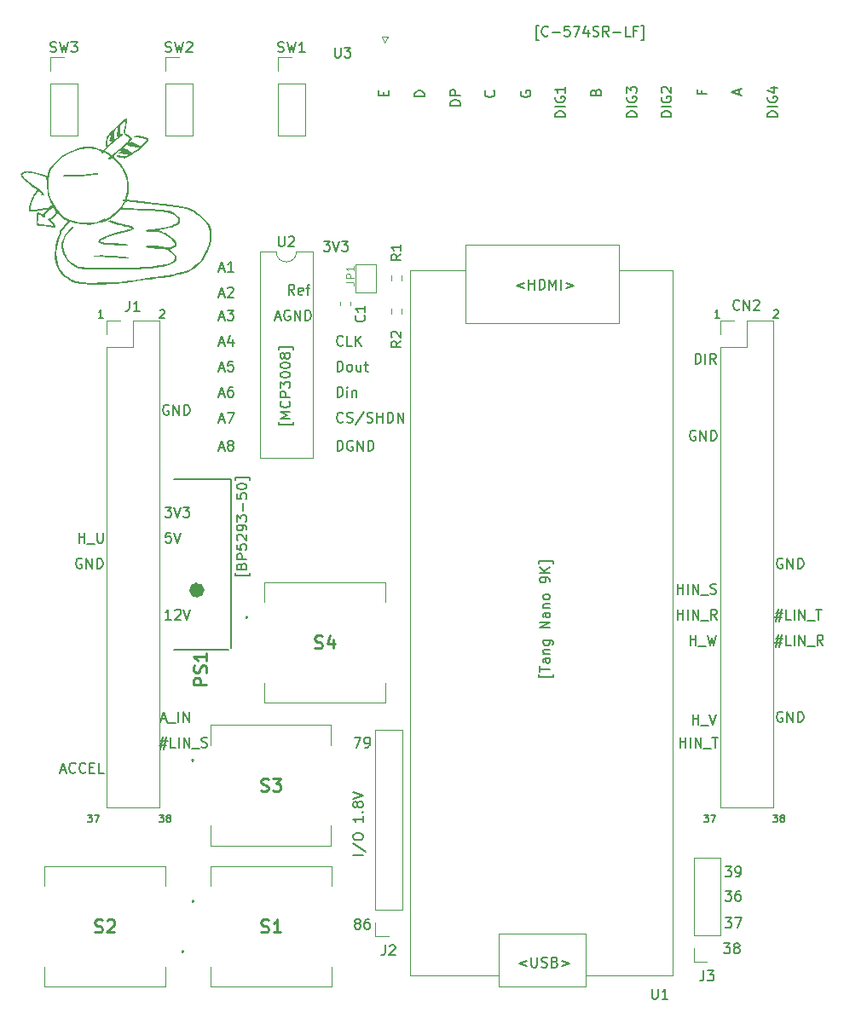
<source format=gbr>
%TF.GenerationSoftware,KiCad,Pcbnew,7.0.2*%
%TF.CreationDate,2023-09-09T02:35:42+09:00*%
%TF.ProjectId,tangnano9k_brushless_driver,74616e67-6e61-46e6-9f39-6b5f62727573,rev?*%
%TF.SameCoordinates,Original*%
%TF.FileFunction,Legend,Top*%
%TF.FilePolarity,Positive*%
%FSLAX46Y46*%
G04 Gerber Fmt 4.6, Leading zero omitted, Abs format (unit mm)*
G04 Created by KiCad (PCBNEW 7.0.2) date 2023-09-09 02:35:42*
%MOMM*%
%LPD*%
G01*
G04 APERTURE LIST*
%ADD10C,0.150000*%
%ADD11C,0.254000*%
%ADD12C,0.100000*%
%ADD13C,0.200000*%
%ADD14C,0.735000*%
%ADD15C,0.120000*%
G04 APERTURE END LIST*
D10*
X139382476Y-90269904D02*
X139858666Y-90269904D01*
X139287238Y-90555619D02*
X139620571Y-89555619D01*
X139620571Y-89555619D02*
X139953904Y-90555619D01*
X140763428Y-89555619D02*
X140287238Y-89555619D01*
X140287238Y-89555619D02*
X140239619Y-90031809D01*
X140239619Y-90031809D02*
X140287238Y-89984190D01*
X140287238Y-89984190D02*
X140382476Y-89936571D01*
X140382476Y-89936571D02*
X140620571Y-89936571D01*
X140620571Y-89936571D02*
X140715809Y-89984190D01*
X140715809Y-89984190D02*
X140763428Y-90031809D01*
X140763428Y-90031809D02*
X140811047Y-90127047D01*
X140811047Y-90127047D02*
X140811047Y-90365142D01*
X140811047Y-90365142D02*
X140763428Y-90460380D01*
X140763428Y-90460380D02*
X140715809Y-90508000D01*
X140715809Y-90508000D02*
X140620571Y-90555619D01*
X140620571Y-90555619D02*
X140382476Y-90555619D01*
X140382476Y-90555619D02*
X140287238Y-90508000D01*
X140287238Y-90508000D02*
X140239619Y-90460380D01*
X139382476Y-92809904D02*
X139858666Y-92809904D01*
X139287238Y-93095619D02*
X139620571Y-92095619D01*
X139620571Y-92095619D02*
X139953904Y-93095619D01*
X140715809Y-92095619D02*
X140525333Y-92095619D01*
X140525333Y-92095619D02*
X140430095Y-92143238D01*
X140430095Y-92143238D02*
X140382476Y-92190857D01*
X140382476Y-92190857D02*
X140287238Y-92333714D01*
X140287238Y-92333714D02*
X140239619Y-92524190D01*
X140239619Y-92524190D02*
X140239619Y-92905142D01*
X140239619Y-92905142D02*
X140287238Y-93000380D01*
X140287238Y-93000380D02*
X140334857Y-93048000D01*
X140334857Y-93048000D02*
X140430095Y-93095619D01*
X140430095Y-93095619D02*
X140620571Y-93095619D01*
X140620571Y-93095619D02*
X140715809Y-93048000D01*
X140715809Y-93048000D02*
X140763428Y-93000380D01*
X140763428Y-93000380D02*
X140811047Y-92905142D01*
X140811047Y-92905142D02*
X140811047Y-92667047D01*
X140811047Y-92667047D02*
X140763428Y-92571809D01*
X140763428Y-92571809D02*
X140715809Y-92524190D01*
X140715809Y-92524190D02*
X140620571Y-92476571D01*
X140620571Y-92476571D02*
X140430095Y-92476571D01*
X140430095Y-92476571D02*
X140334857Y-92524190D01*
X140334857Y-92524190D02*
X140287238Y-92571809D01*
X140287238Y-92571809D02*
X140239619Y-92667047D01*
X139382476Y-95349904D02*
X139858666Y-95349904D01*
X139287238Y-95635619D02*
X139620571Y-94635619D01*
X139620571Y-94635619D02*
X139953904Y-95635619D01*
X140192000Y-94635619D02*
X140858666Y-94635619D01*
X140858666Y-94635619D02*
X140430095Y-95635619D01*
X139382476Y-87729904D02*
X139858666Y-87729904D01*
X139287238Y-88015619D02*
X139620571Y-87015619D01*
X139620571Y-87015619D02*
X139953904Y-88015619D01*
X140715809Y-87348952D02*
X140715809Y-88015619D01*
X140477714Y-86968000D02*
X140239619Y-87682285D01*
X140239619Y-87682285D02*
X140858666Y-87682285D01*
X139382476Y-85189904D02*
X139858666Y-85189904D01*
X139287238Y-85475619D02*
X139620571Y-84475619D01*
X139620571Y-84475619D02*
X139953904Y-85475619D01*
X140192000Y-84475619D02*
X140811047Y-84475619D01*
X140811047Y-84475619D02*
X140477714Y-84856571D01*
X140477714Y-84856571D02*
X140620571Y-84856571D01*
X140620571Y-84856571D02*
X140715809Y-84904190D01*
X140715809Y-84904190D02*
X140763428Y-84951809D01*
X140763428Y-84951809D02*
X140811047Y-85047047D01*
X140811047Y-85047047D02*
X140811047Y-85285142D01*
X140811047Y-85285142D02*
X140763428Y-85380380D01*
X140763428Y-85380380D02*
X140715809Y-85428000D01*
X140715809Y-85428000D02*
X140620571Y-85475619D01*
X140620571Y-85475619D02*
X140334857Y-85475619D01*
X140334857Y-85475619D02*
X140239619Y-85428000D01*
X140239619Y-85428000D02*
X140192000Y-85380380D01*
X139382476Y-82903904D02*
X139858666Y-82903904D01*
X139287238Y-83189619D02*
X139620571Y-82189619D01*
X139620571Y-82189619D02*
X139953904Y-83189619D01*
X140239619Y-82284857D02*
X140287238Y-82237238D01*
X140287238Y-82237238D02*
X140382476Y-82189619D01*
X140382476Y-82189619D02*
X140620571Y-82189619D01*
X140620571Y-82189619D02*
X140715809Y-82237238D01*
X140715809Y-82237238D02*
X140763428Y-82284857D01*
X140763428Y-82284857D02*
X140811047Y-82380095D01*
X140811047Y-82380095D02*
X140811047Y-82475333D01*
X140811047Y-82475333D02*
X140763428Y-82618190D01*
X140763428Y-82618190D02*
X140192000Y-83189619D01*
X140192000Y-83189619D02*
X140811047Y-83189619D01*
X152796857Y-126893619D02*
X153463523Y-126893619D01*
X153463523Y-126893619D02*
X153034952Y-127893619D01*
X153892095Y-127893619D02*
X154082571Y-127893619D01*
X154082571Y-127893619D02*
X154177809Y-127846000D01*
X154177809Y-127846000D02*
X154225428Y-127798380D01*
X154225428Y-127798380D02*
X154320666Y-127655523D01*
X154320666Y-127655523D02*
X154368285Y-127465047D01*
X154368285Y-127465047D02*
X154368285Y-127084095D01*
X154368285Y-127084095D02*
X154320666Y-126988857D01*
X154320666Y-126988857D02*
X154273047Y-126941238D01*
X154273047Y-126941238D02*
X154177809Y-126893619D01*
X154177809Y-126893619D02*
X153987333Y-126893619D01*
X153987333Y-126893619D02*
X153892095Y-126941238D01*
X153892095Y-126941238D02*
X153844476Y-126988857D01*
X153844476Y-126988857D02*
X153796857Y-127084095D01*
X153796857Y-127084095D02*
X153796857Y-127322190D01*
X153796857Y-127322190D02*
X153844476Y-127417428D01*
X153844476Y-127417428D02*
X153892095Y-127465047D01*
X153892095Y-127465047D02*
X153987333Y-127512666D01*
X153987333Y-127512666D02*
X154177809Y-127512666D01*
X154177809Y-127512666D02*
X154273047Y-127465047D01*
X154273047Y-127465047D02*
X154320666Y-127417428D01*
X154320666Y-127417428D02*
X154368285Y-127322190D01*
X195325904Y-109161238D02*
X195230666Y-109113619D01*
X195230666Y-109113619D02*
X195087809Y-109113619D01*
X195087809Y-109113619D02*
X194944952Y-109161238D01*
X194944952Y-109161238D02*
X194849714Y-109256476D01*
X194849714Y-109256476D02*
X194802095Y-109351714D01*
X194802095Y-109351714D02*
X194754476Y-109542190D01*
X194754476Y-109542190D02*
X194754476Y-109685047D01*
X194754476Y-109685047D02*
X194802095Y-109875523D01*
X194802095Y-109875523D02*
X194849714Y-109970761D01*
X194849714Y-109970761D02*
X194944952Y-110066000D01*
X194944952Y-110066000D02*
X195087809Y-110113619D01*
X195087809Y-110113619D02*
X195183047Y-110113619D01*
X195183047Y-110113619D02*
X195325904Y-110066000D01*
X195325904Y-110066000D02*
X195373523Y-110018380D01*
X195373523Y-110018380D02*
X195373523Y-109685047D01*
X195373523Y-109685047D02*
X195183047Y-109685047D01*
X195802095Y-110113619D02*
X195802095Y-109113619D01*
X195802095Y-109113619D02*
X196373523Y-110113619D01*
X196373523Y-110113619D02*
X196373523Y-109113619D01*
X196849714Y-110113619D02*
X196849714Y-109113619D01*
X196849714Y-109113619D02*
X197087809Y-109113619D01*
X197087809Y-109113619D02*
X197230666Y-109161238D01*
X197230666Y-109161238D02*
X197325904Y-109256476D01*
X197325904Y-109256476D02*
X197373523Y-109351714D01*
X197373523Y-109351714D02*
X197421142Y-109542190D01*
X197421142Y-109542190D02*
X197421142Y-109685047D01*
X197421142Y-109685047D02*
X197373523Y-109875523D01*
X197373523Y-109875523D02*
X197325904Y-109970761D01*
X197325904Y-109970761D02*
X197230666Y-110066000D01*
X197230666Y-110066000D02*
X197087809Y-110113619D01*
X197087809Y-110113619D02*
X196849714Y-110113619D01*
X151114095Y-98429619D02*
X151114095Y-97429619D01*
X151114095Y-97429619D02*
X151352190Y-97429619D01*
X151352190Y-97429619D02*
X151495047Y-97477238D01*
X151495047Y-97477238D02*
X151590285Y-97572476D01*
X151590285Y-97572476D02*
X151637904Y-97667714D01*
X151637904Y-97667714D02*
X151685523Y-97858190D01*
X151685523Y-97858190D02*
X151685523Y-98001047D01*
X151685523Y-98001047D02*
X151637904Y-98191523D01*
X151637904Y-98191523D02*
X151590285Y-98286761D01*
X151590285Y-98286761D02*
X151495047Y-98382000D01*
X151495047Y-98382000D02*
X151352190Y-98429619D01*
X151352190Y-98429619D02*
X151114095Y-98429619D01*
X152637904Y-97477238D02*
X152542666Y-97429619D01*
X152542666Y-97429619D02*
X152399809Y-97429619D01*
X152399809Y-97429619D02*
X152256952Y-97477238D01*
X152256952Y-97477238D02*
X152161714Y-97572476D01*
X152161714Y-97572476D02*
X152114095Y-97667714D01*
X152114095Y-97667714D02*
X152066476Y-97858190D01*
X152066476Y-97858190D02*
X152066476Y-98001047D01*
X152066476Y-98001047D02*
X152114095Y-98191523D01*
X152114095Y-98191523D02*
X152161714Y-98286761D01*
X152161714Y-98286761D02*
X152256952Y-98382000D01*
X152256952Y-98382000D02*
X152399809Y-98429619D01*
X152399809Y-98429619D02*
X152495047Y-98429619D01*
X152495047Y-98429619D02*
X152637904Y-98382000D01*
X152637904Y-98382000D02*
X152685523Y-98334380D01*
X152685523Y-98334380D02*
X152685523Y-98001047D01*
X152685523Y-98001047D02*
X152495047Y-98001047D01*
X153114095Y-98429619D02*
X153114095Y-97429619D01*
X153114095Y-97429619D02*
X153685523Y-98429619D01*
X153685523Y-98429619D02*
X153685523Y-97429619D01*
X154161714Y-98429619D02*
X154161714Y-97429619D01*
X154161714Y-97429619D02*
X154399809Y-97429619D01*
X154399809Y-97429619D02*
X154542666Y-97477238D01*
X154542666Y-97477238D02*
X154637904Y-97572476D01*
X154637904Y-97572476D02*
X154685523Y-97667714D01*
X154685523Y-97667714D02*
X154733142Y-97858190D01*
X154733142Y-97858190D02*
X154733142Y-98001047D01*
X154733142Y-98001047D02*
X154685523Y-98191523D01*
X154685523Y-98191523D02*
X154637904Y-98286761D01*
X154637904Y-98286761D02*
X154542666Y-98382000D01*
X154542666Y-98382000D02*
X154399809Y-98429619D01*
X154399809Y-98429619D02*
X154161714Y-98429619D01*
X146768952Y-95615190D02*
X146768952Y-95853285D01*
X146768952Y-95853285D02*
X145340380Y-95853285D01*
X145340380Y-95853285D02*
X145340380Y-95615190D01*
X146435619Y-95234237D02*
X145435619Y-95234237D01*
X145435619Y-95234237D02*
X146149904Y-94900904D01*
X146149904Y-94900904D02*
X145435619Y-94567571D01*
X145435619Y-94567571D02*
X146435619Y-94567571D01*
X146340380Y-93519952D02*
X146388000Y-93567571D01*
X146388000Y-93567571D02*
X146435619Y-93710428D01*
X146435619Y-93710428D02*
X146435619Y-93805666D01*
X146435619Y-93805666D02*
X146388000Y-93948523D01*
X146388000Y-93948523D02*
X146292761Y-94043761D01*
X146292761Y-94043761D02*
X146197523Y-94091380D01*
X146197523Y-94091380D02*
X146007047Y-94138999D01*
X146007047Y-94138999D02*
X145864190Y-94138999D01*
X145864190Y-94138999D02*
X145673714Y-94091380D01*
X145673714Y-94091380D02*
X145578476Y-94043761D01*
X145578476Y-94043761D02*
X145483238Y-93948523D01*
X145483238Y-93948523D02*
X145435619Y-93805666D01*
X145435619Y-93805666D02*
X145435619Y-93710428D01*
X145435619Y-93710428D02*
X145483238Y-93567571D01*
X145483238Y-93567571D02*
X145530857Y-93519952D01*
X146435619Y-93091380D02*
X145435619Y-93091380D01*
X145435619Y-93091380D02*
X145435619Y-92710428D01*
X145435619Y-92710428D02*
X145483238Y-92615190D01*
X145483238Y-92615190D02*
X145530857Y-92567571D01*
X145530857Y-92567571D02*
X145626095Y-92519952D01*
X145626095Y-92519952D02*
X145768952Y-92519952D01*
X145768952Y-92519952D02*
X145864190Y-92567571D01*
X145864190Y-92567571D02*
X145911809Y-92615190D01*
X145911809Y-92615190D02*
X145959428Y-92710428D01*
X145959428Y-92710428D02*
X145959428Y-93091380D01*
X145435619Y-92186618D02*
X145435619Y-91567571D01*
X145435619Y-91567571D02*
X145816571Y-91900904D01*
X145816571Y-91900904D02*
X145816571Y-91758047D01*
X145816571Y-91758047D02*
X145864190Y-91662809D01*
X145864190Y-91662809D02*
X145911809Y-91615190D01*
X145911809Y-91615190D02*
X146007047Y-91567571D01*
X146007047Y-91567571D02*
X146245142Y-91567571D01*
X146245142Y-91567571D02*
X146340380Y-91615190D01*
X146340380Y-91615190D02*
X146388000Y-91662809D01*
X146388000Y-91662809D02*
X146435619Y-91758047D01*
X146435619Y-91758047D02*
X146435619Y-92043761D01*
X146435619Y-92043761D02*
X146388000Y-92138999D01*
X146388000Y-92138999D02*
X146340380Y-92186618D01*
X145435619Y-90948523D02*
X145435619Y-90853285D01*
X145435619Y-90853285D02*
X145483238Y-90758047D01*
X145483238Y-90758047D02*
X145530857Y-90710428D01*
X145530857Y-90710428D02*
X145626095Y-90662809D01*
X145626095Y-90662809D02*
X145816571Y-90615190D01*
X145816571Y-90615190D02*
X146054666Y-90615190D01*
X146054666Y-90615190D02*
X146245142Y-90662809D01*
X146245142Y-90662809D02*
X146340380Y-90710428D01*
X146340380Y-90710428D02*
X146388000Y-90758047D01*
X146388000Y-90758047D02*
X146435619Y-90853285D01*
X146435619Y-90853285D02*
X146435619Y-90948523D01*
X146435619Y-90948523D02*
X146388000Y-91043761D01*
X146388000Y-91043761D02*
X146340380Y-91091380D01*
X146340380Y-91091380D02*
X146245142Y-91138999D01*
X146245142Y-91138999D02*
X146054666Y-91186618D01*
X146054666Y-91186618D02*
X145816571Y-91186618D01*
X145816571Y-91186618D02*
X145626095Y-91138999D01*
X145626095Y-91138999D02*
X145530857Y-91091380D01*
X145530857Y-91091380D02*
X145483238Y-91043761D01*
X145483238Y-91043761D02*
X145435619Y-90948523D01*
X145435619Y-89996142D02*
X145435619Y-89900904D01*
X145435619Y-89900904D02*
X145483238Y-89805666D01*
X145483238Y-89805666D02*
X145530857Y-89758047D01*
X145530857Y-89758047D02*
X145626095Y-89710428D01*
X145626095Y-89710428D02*
X145816571Y-89662809D01*
X145816571Y-89662809D02*
X146054666Y-89662809D01*
X146054666Y-89662809D02*
X146245142Y-89710428D01*
X146245142Y-89710428D02*
X146340380Y-89758047D01*
X146340380Y-89758047D02*
X146388000Y-89805666D01*
X146388000Y-89805666D02*
X146435619Y-89900904D01*
X146435619Y-89900904D02*
X146435619Y-89996142D01*
X146435619Y-89996142D02*
X146388000Y-90091380D01*
X146388000Y-90091380D02*
X146340380Y-90138999D01*
X146340380Y-90138999D02*
X146245142Y-90186618D01*
X146245142Y-90186618D02*
X146054666Y-90234237D01*
X146054666Y-90234237D02*
X145816571Y-90234237D01*
X145816571Y-90234237D02*
X145626095Y-90186618D01*
X145626095Y-90186618D02*
X145530857Y-90138999D01*
X145530857Y-90138999D02*
X145483238Y-90091380D01*
X145483238Y-90091380D02*
X145435619Y-89996142D01*
X145864190Y-89091380D02*
X145816571Y-89186618D01*
X145816571Y-89186618D02*
X145768952Y-89234237D01*
X145768952Y-89234237D02*
X145673714Y-89281856D01*
X145673714Y-89281856D02*
X145626095Y-89281856D01*
X145626095Y-89281856D02*
X145530857Y-89234237D01*
X145530857Y-89234237D02*
X145483238Y-89186618D01*
X145483238Y-89186618D02*
X145435619Y-89091380D01*
X145435619Y-89091380D02*
X145435619Y-88900904D01*
X145435619Y-88900904D02*
X145483238Y-88805666D01*
X145483238Y-88805666D02*
X145530857Y-88758047D01*
X145530857Y-88758047D02*
X145626095Y-88710428D01*
X145626095Y-88710428D02*
X145673714Y-88710428D01*
X145673714Y-88710428D02*
X145768952Y-88758047D01*
X145768952Y-88758047D02*
X145816571Y-88805666D01*
X145816571Y-88805666D02*
X145864190Y-88900904D01*
X145864190Y-88900904D02*
X145864190Y-89091380D01*
X145864190Y-89091380D02*
X145911809Y-89186618D01*
X145911809Y-89186618D02*
X145959428Y-89234237D01*
X145959428Y-89234237D02*
X146054666Y-89281856D01*
X146054666Y-89281856D02*
X146245142Y-89281856D01*
X146245142Y-89281856D02*
X146340380Y-89234237D01*
X146340380Y-89234237D02*
X146388000Y-89186618D01*
X146388000Y-89186618D02*
X146435619Y-89091380D01*
X146435619Y-89091380D02*
X146435619Y-88900904D01*
X146435619Y-88900904D02*
X146388000Y-88805666D01*
X146388000Y-88805666D02*
X146340380Y-88758047D01*
X146340380Y-88758047D02*
X146245142Y-88710428D01*
X146245142Y-88710428D02*
X146054666Y-88710428D01*
X146054666Y-88710428D02*
X145959428Y-88758047D01*
X145959428Y-88758047D02*
X145911809Y-88805666D01*
X145911809Y-88805666D02*
X145864190Y-88900904D01*
X146768952Y-88377094D02*
X146768952Y-88138999D01*
X146768952Y-88138999D02*
X145340380Y-88138999D01*
X145340380Y-88138999D02*
X145340380Y-88377094D01*
X187313809Y-62674571D02*
X187313809Y-63007904D01*
X187837619Y-63007904D02*
X186837619Y-63007904D01*
X186837619Y-63007904D02*
X186837619Y-62531714D01*
X159770619Y-63261904D02*
X158770619Y-63261904D01*
X158770619Y-63261904D02*
X158770619Y-63023809D01*
X158770619Y-63023809D02*
X158818238Y-62880952D01*
X158818238Y-62880952D02*
X158913476Y-62785714D01*
X158913476Y-62785714D02*
X159008714Y-62738095D01*
X159008714Y-62738095D02*
X159199190Y-62690476D01*
X159199190Y-62690476D02*
X159342047Y-62690476D01*
X159342047Y-62690476D02*
X159532523Y-62738095D01*
X159532523Y-62738095D02*
X159627761Y-62785714D01*
X159627761Y-62785714D02*
X159723000Y-62880952D01*
X159723000Y-62880952D02*
X159770619Y-63023809D01*
X159770619Y-63023809D02*
X159770619Y-63261904D01*
X134619904Y-115193619D02*
X134048476Y-115193619D01*
X134334190Y-115193619D02*
X134334190Y-114193619D01*
X134334190Y-114193619D02*
X134238952Y-114336476D01*
X134238952Y-114336476D02*
X134143714Y-114431714D01*
X134143714Y-114431714D02*
X134048476Y-114479333D01*
X135000857Y-114288857D02*
X135048476Y-114241238D01*
X135048476Y-114241238D02*
X135143714Y-114193619D01*
X135143714Y-114193619D02*
X135381809Y-114193619D01*
X135381809Y-114193619D02*
X135477047Y-114241238D01*
X135477047Y-114241238D02*
X135524666Y-114288857D01*
X135524666Y-114288857D02*
X135572285Y-114384095D01*
X135572285Y-114384095D02*
X135572285Y-114479333D01*
X135572285Y-114479333D02*
X135524666Y-114622190D01*
X135524666Y-114622190D02*
X134953238Y-115193619D01*
X134953238Y-115193619D02*
X135572285Y-115193619D01*
X135858000Y-114193619D02*
X136191333Y-115193619D01*
X136191333Y-115193619D02*
X136524666Y-114193619D01*
X142450952Y-110601190D02*
X142450952Y-110839285D01*
X142450952Y-110839285D02*
X141022380Y-110839285D01*
X141022380Y-110839285D02*
X141022380Y-110601190D01*
X141593809Y-109886904D02*
X141641428Y-109744047D01*
X141641428Y-109744047D02*
X141689047Y-109696428D01*
X141689047Y-109696428D02*
X141784285Y-109648809D01*
X141784285Y-109648809D02*
X141927142Y-109648809D01*
X141927142Y-109648809D02*
X142022380Y-109696428D01*
X142022380Y-109696428D02*
X142070000Y-109744047D01*
X142070000Y-109744047D02*
X142117619Y-109839285D01*
X142117619Y-109839285D02*
X142117619Y-110220237D01*
X142117619Y-110220237D02*
X141117619Y-110220237D01*
X141117619Y-110220237D02*
X141117619Y-109886904D01*
X141117619Y-109886904D02*
X141165238Y-109791666D01*
X141165238Y-109791666D02*
X141212857Y-109744047D01*
X141212857Y-109744047D02*
X141308095Y-109696428D01*
X141308095Y-109696428D02*
X141403333Y-109696428D01*
X141403333Y-109696428D02*
X141498571Y-109744047D01*
X141498571Y-109744047D02*
X141546190Y-109791666D01*
X141546190Y-109791666D02*
X141593809Y-109886904D01*
X141593809Y-109886904D02*
X141593809Y-110220237D01*
X142117619Y-109220237D02*
X141117619Y-109220237D01*
X141117619Y-109220237D02*
X141117619Y-108839285D01*
X141117619Y-108839285D02*
X141165238Y-108744047D01*
X141165238Y-108744047D02*
X141212857Y-108696428D01*
X141212857Y-108696428D02*
X141308095Y-108648809D01*
X141308095Y-108648809D02*
X141450952Y-108648809D01*
X141450952Y-108648809D02*
X141546190Y-108696428D01*
X141546190Y-108696428D02*
X141593809Y-108744047D01*
X141593809Y-108744047D02*
X141641428Y-108839285D01*
X141641428Y-108839285D02*
X141641428Y-109220237D01*
X141117619Y-107744047D02*
X141117619Y-108220237D01*
X141117619Y-108220237D02*
X141593809Y-108267856D01*
X141593809Y-108267856D02*
X141546190Y-108220237D01*
X141546190Y-108220237D02*
X141498571Y-108124999D01*
X141498571Y-108124999D02*
X141498571Y-107886904D01*
X141498571Y-107886904D02*
X141546190Y-107791666D01*
X141546190Y-107791666D02*
X141593809Y-107744047D01*
X141593809Y-107744047D02*
X141689047Y-107696428D01*
X141689047Y-107696428D02*
X141927142Y-107696428D01*
X141927142Y-107696428D02*
X142022380Y-107744047D01*
X142022380Y-107744047D02*
X142070000Y-107791666D01*
X142070000Y-107791666D02*
X142117619Y-107886904D01*
X142117619Y-107886904D02*
X142117619Y-108124999D01*
X142117619Y-108124999D02*
X142070000Y-108220237D01*
X142070000Y-108220237D02*
X142022380Y-108267856D01*
X141212857Y-107315475D02*
X141165238Y-107267856D01*
X141165238Y-107267856D02*
X141117619Y-107172618D01*
X141117619Y-107172618D02*
X141117619Y-106934523D01*
X141117619Y-106934523D02*
X141165238Y-106839285D01*
X141165238Y-106839285D02*
X141212857Y-106791666D01*
X141212857Y-106791666D02*
X141308095Y-106744047D01*
X141308095Y-106744047D02*
X141403333Y-106744047D01*
X141403333Y-106744047D02*
X141546190Y-106791666D01*
X141546190Y-106791666D02*
X142117619Y-107363094D01*
X142117619Y-107363094D02*
X142117619Y-106744047D01*
X142117619Y-106267856D02*
X142117619Y-106077380D01*
X142117619Y-106077380D02*
X142070000Y-105982142D01*
X142070000Y-105982142D02*
X142022380Y-105934523D01*
X142022380Y-105934523D02*
X141879523Y-105839285D01*
X141879523Y-105839285D02*
X141689047Y-105791666D01*
X141689047Y-105791666D02*
X141308095Y-105791666D01*
X141308095Y-105791666D02*
X141212857Y-105839285D01*
X141212857Y-105839285D02*
X141165238Y-105886904D01*
X141165238Y-105886904D02*
X141117619Y-105982142D01*
X141117619Y-105982142D02*
X141117619Y-106172618D01*
X141117619Y-106172618D02*
X141165238Y-106267856D01*
X141165238Y-106267856D02*
X141212857Y-106315475D01*
X141212857Y-106315475D02*
X141308095Y-106363094D01*
X141308095Y-106363094D02*
X141546190Y-106363094D01*
X141546190Y-106363094D02*
X141641428Y-106315475D01*
X141641428Y-106315475D02*
X141689047Y-106267856D01*
X141689047Y-106267856D02*
X141736666Y-106172618D01*
X141736666Y-106172618D02*
X141736666Y-105982142D01*
X141736666Y-105982142D02*
X141689047Y-105886904D01*
X141689047Y-105886904D02*
X141641428Y-105839285D01*
X141641428Y-105839285D02*
X141546190Y-105791666D01*
X141117619Y-105458332D02*
X141117619Y-104839285D01*
X141117619Y-104839285D02*
X141498571Y-105172618D01*
X141498571Y-105172618D02*
X141498571Y-105029761D01*
X141498571Y-105029761D02*
X141546190Y-104934523D01*
X141546190Y-104934523D02*
X141593809Y-104886904D01*
X141593809Y-104886904D02*
X141689047Y-104839285D01*
X141689047Y-104839285D02*
X141927142Y-104839285D01*
X141927142Y-104839285D02*
X142022380Y-104886904D01*
X142022380Y-104886904D02*
X142070000Y-104934523D01*
X142070000Y-104934523D02*
X142117619Y-105029761D01*
X142117619Y-105029761D02*
X142117619Y-105315475D01*
X142117619Y-105315475D02*
X142070000Y-105410713D01*
X142070000Y-105410713D02*
X142022380Y-105458332D01*
X141736666Y-104410713D02*
X141736666Y-103648809D01*
X141117619Y-102696428D02*
X141117619Y-103172618D01*
X141117619Y-103172618D02*
X141593809Y-103220237D01*
X141593809Y-103220237D02*
X141546190Y-103172618D01*
X141546190Y-103172618D02*
X141498571Y-103077380D01*
X141498571Y-103077380D02*
X141498571Y-102839285D01*
X141498571Y-102839285D02*
X141546190Y-102744047D01*
X141546190Y-102744047D02*
X141593809Y-102696428D01*
X141593809Y-102696428D02*
X141689047Y-102648809D01*
X141689047Y-102648809D02*
X141927142Y-102648809D01*
X141927142Y-102648809D02*
X142022380Y-102696428D01*
X142022380Y-102696428D02*
X142070000Y-102744047D01*
X142070000Y-102744047D02*
X142117619Y-102839285D01*
X142117619Y-102839285D02*
X142117619Y-103077380D01*
X142117619Y-103077380D02*
X142070000Y-103172618D01*
X142070000Y-103172618D02*
X142022380Y-103220237D01*
X141117619Y-102029761D02*
X141117619Y-101934523D01*
X141117619Y-101934523D02*
X141165238Y-101839285D01*
X141165238Y-101839285D02*
X141212857Y-101791666D01*
X141212857Y-101791666D02*
X141308095Y-101744047D01*
X141308095Y-101744047D02*
X141498571Y-101696428D01*
X141498571Y-101696428D02*
X141736666Y-101696428D01*
X141736666Y-101696428D02*
X141927142Y-101744047D01*
X141927142Y-101744047D02*
X142022380Y-101791666D01*
X142022380Y-101791666D02*
X142070000Y-101839285D01*
X142070000Y-101839285D02*
X142117619Y-101934523D01*
X142117619Y-101934523D02*
X142117619Y-102029761D01*
X142117619Y-102029761D02*
X142070000Y-102124999D01*
X142070000Y-102124999D02*
X142022380Y-102172618D01*
X142022380Y-102172618D02*
X141927142Y-102220237D01*
X141927142Y-102220237D02*
X141736666Y-102267856D01*
X141736666Y-102267856D02*
X141498571Y-102267856D01*
X141498571Y-102267856D02*
X141308095Y-102220237D01*
X141308095Y-102220237D02*
X141212857Y-102172618D01*
X141212857Y-102172618D02*
X141165238Y-102124999D01*
X141165238Y-102124999D02*
X141117619Y-102029761D01*
X142450952Y-101363094D02*
X142450952Y-101124999D01*
X142450952Y-101124999D02*
X141022380Y-101124999D01*
X141022380Y-101124999D02*
X141022380Y-101363094D01*
X173740619Y-65293904D02*
X172740619Y-65293904D01*
X172740619Y-65293904D02*
X172740619Y-65055809D01*
X172740619Y-65055809D02*
X172788238Y-64912952D01*
X172788238Y-64912952D02*
X172883476Y-64817714D01*
X172883476Y-64817714D02*
X172978714Y-64770095D01*
X172978714Y-64770095D02*
X173169190Y-64722476D01*
X173169190Y-64722476D02*
X173312047Y-64722476D01*
X173312047Y-64722476D02*
X173502523Y-64770095D01*
X173502523Y-64770095D02*
X173597761Y-64817714D01*
X173597761Y-64817714D02*
X173693000Y-64912952D01*
X173693000Y-64912952D02*
X173740619Y-65055809D01*
X173740619Y-65055809D02*
X173740619Y-65293904D01*
X173740619Y-64293904D02*
X172740619Y-64293904D01*
X172788238Y-63293905D02*
X172740619Y-63389143D01*
X172740619Y-63389143D02*
X172740619Y-63532000D01*
X172740619Y-63532000D02*
X172788238Y-63674857D01*
X172788238Y-63674857D02*
X172883476Y-63770095D01*
X172883476Y-63770095D02*
X172978714Y-63817714D01*
X172978714Y-63817714D02*
X173169190Y-63865333D01*
X173169190Y-63865333D02*
X173312047Y-63865333D01*
X173312047Y-63865333D02*
X173502523Y-63817714D01*
X173502523Y-63817714D02*
X173597761Y-63770095D01*
X173597761Y-63770095D02*
X173693000Y-63674857D01*
X173693000Y-63674857D02*
X173740619Y-63532000D01*
X173740619Y-63532000D02*
X173740619Y-63436762D01*
X173740619Y-63436762D02*
X173693000Y-63293905D01*
X173693000Y-63293905D02*
X173645380Y-63246286D01*
X173645380Y-63246286D02*
X173312047Y-63246286D01*
X173312047Y-63246286D02*
X173312047Y-63436762D01*
X173740619Y-62293905D02*
X173740619Y-62865333D01*
X173740619Y-62579619D02*
X172740619Y-62579619D01*
X172740619Y-62579619D02*
X172883476Y-62674857D01*
X172883476Y-62674857D02*
X172978714Y-62770095D01*
X172978714Y-62770095D02*
X173026333Y-62865333D01*
X194462380Y-84522285D02*
X194500476Y-84484190D01*
X194500476Y-84484190D02*
X194576666Y-84446095D01*
X194576666Y-84446095D02*
X194767142Y-84446095D01*
X194767142Y-84446095D02*
X194843333Y-84484190D01*
X194843333Y-84484190D02*
X194881428Y-84522285D01*
X194881428Y-84522285D02*
X194919523Y-84598476D01*
X194919523Y-84598476D02*
X194919523Y-84674666D01*
X194919523Y-84674666D02*
X194881428Y-84788952D01*
X194881428Y-84788952D02*
X194424285Y-85246095D01*
X194424285Y-85246095D02*
X194919523Y-85246095D01*
X186166095Y-117733619D02*
X186166095Y-116733619D01*
X186166095Y-117209809D02*
X186737523Y-117209809D01*
X186737523Y-117733619D02*
X186737523Y-116733619D01*
X186975619Y-117828857D02*
X187737523Y-117828857D01*
X187880381Y-116733619D02*
X188118476Y-117733619D01*
X188118476Y-117733619D02*
X188308952Y-117019333D01*
X188308952Y-117019333D02*
X188499428Y-117733619D01*
X188499428Y-117733619D02*
X188737524Y-116733619D01*
X134572285Y-106573619D02*
X134096095Y-106573619D01*
X134096095Y-106573619D02*
X134048476Y-107049809D01*
X134048476Y-107049809D02*
X134096095Y-107002190D01*
X134096095Y-107002190D02*
X134191333Y-106954571D01*
X134191333Y-106954571D02*
X134429428Y-106954571D01*
X134429428Y-106954571D02*
X134524666Y-107002190D01*
X134524666Y-107002190D02*
X134572285Y-107049809D01*
X134572285Y-107049809D02*
X134619904Y-107145047D01*
X134619904Y-107145047D02*
X134619904Y-107383142D01*
X134619904Y-107383142D02*
X134572285Y-107478380D01*
X134572285Y-107478380D02*
X134524666Y-107526000D01*
X134524666Y-107526000D02*
X134429428Y-107573619D01*
X134429428Y-107573619D02*
X134191333Y-107573619D01*
X134191333Y-107573619D02*
X134096095Y-107526000D01*
X134096095Y-107526000D02*
X134048476Y-107478380D01*
X134905619Y-106573619D02*
X135238952Y-107573619D01*
X135238952Y-107573619D02*
X135572285Y-106573619D01*
X194627476Y-117066952D02*
X195341761Y-117066952D01*
X194913190Y-116638380D02*
X194627476Y-117924095D01*
X195246523Y-117495523D02*
X194532238Y-117495523D01*
X194960809Y-117924095D02*
X195246523Y-116638380D01*
X196151285Y-117733619D02*
X195675095Y-117733619D01*
X195675095Y-117733619D02*
X195675095Y-116733619D01*
X196484619Y-117733619D02*
X196484619Y-116733619D01*
X196960809Y-117733619D02*
X196960809Y-116733619D01*
X196960809Y-116733619D02*
X197532237Y-117733619D01*
X197532237Y-117733619D02*
X197532237Y-116733619D01*
X197770333Y-117828857D02*
X198532237Y-117828857D01*
X199341761Y-117733619D02*
X199008428Y-117257428D01*
X198770333Y-117733619D02*
X198770333Y-116733619D01*
X198770333Y-116733619D02*
X199151285Y-116733619D01*
X199151285Y-116733619D02*
X199246523Y-116781238D01*
X199246523Y-116781238D02*
X199294142Y-116828857D01*
X199294142Y-116828857D02*
X199341761Y-116924095D01*
X199341761Y-116924095D02*
X199341761Y-117066952D01*
X199341761Y-117066952D02*
X199294142Y-117162190D01*
X199294142Y-117162190D02*
X199246523Y-117209809D01*
X199246523Y-117209809D02*
X199151285Y-117257428D01*
X199151285Y-117257428D02*
X198770333Y-117257428D01*
X184896095Y-115193619D02*
X184896095Y-114193619D01*
X184896095Y-114669809D02*
X185467523Y-114669809D01*
X185467523Y-115193619D02*
X185467523Y-114193619D01*
X185943714Y-115193619D02*
X185943714Y-114193619D01*
X186419904Y-115193619D02*
X186419904Y-114193619D01*
X186419904Y-114193619D02*
X186991332Y-115193619D01*
X186991332Y-115193619D02*
X186991332Y-114193619D01*
X187229428Y-115288857D02*
X187991332Y-115288857D01*
X188800856Y-115193619D02*
X188467523Y-114717428D01*
X188229428Y-115193619D02*
X188229428Y-114193619D01*
X188229428Y-114193619D02*
X188610380Y-114193619D01*
X188610380Y-114193619D02*
X188705618Y-114241238D01*
X188705618Y-114241238D02*
X188753237Y-114288857D01*
X188753237Y-114288857D02*
X188800856Y-114384095D01*
X188800856Y-114384095D02*
X188800856Y-114526952D01*
X188800856Y-114526952D02*
X188753237Y-114622190D01*
X188753237Y-114622190D02*
X188705618Y-114669809D01*
X188705618Y-114669809D02*
X188610380Y-114717428D01*
X188610380Y-114717428D02*
X188229428Y-114717428D01*
X163326619Y-64150904D02*
X162326619Y-64150904D01*
X162326619Y-64150904D02*
X162326619Y-63912809D01*
X162326619Y-63912809D02*
X162374238Y-63769952D01*
X162374238Y-63769952D02*
X162469476Y-63674714D01*
X162469476Y-63674714D02*
X162564714Y-63627095D01*
X162564714Y-63627095D02*
X162755190Y-63579476D01*
X162755190Y-63579476D02*
X162898047Y-63579476D01*
X162898047Y-63579476D02*
X163088523Y-63627095D01*
X163088523Y-63627095D02*
X163183761Y-63674714D01*
X163183761Y-63674714D02*
X163279000Y-63769952D01*
X163279000Y-63769952D02*
X163326619Y-63912809D01*
X163326619Y-63912809D02*
X163326619Y-64150904D01*
X163326619Y-63150904D02*
X162326619Y-63150904D01*
X162326619Y-63150904D02*
X162326619Y-62769952D01*
X162326619Y-62769952D02*
X162374238Y-62674714D01*
X162374238Y-62674714D02*
X162421857Y-62627095D01*
X162421857Y-62627095D02*
X162517095Y-62579476D01*
X162517095Y-62579476D02*
X162659952Y-62579476D01*
X162659952Y-62579476D02*
X162755190Y-62627095D01*
X162755190Y-62627095D02*
X162802809Y-62674714D01*
X162802809Y-62674714D02*
X162850428Y-62769952D01*
X162850428Y-62769952D02*
X162850428Y-63150904D01*
X151114095Y-93095619D02*
X151114095Y-92095619D01*
X151114095Y-92095619D02*
X151352190Y-92095619D01*
X151352190Y-92095619D02*
X151495047Y-92143238D01*
X151495047Y-92143238D02*
X151590285Y-92238476D01*
X151590285Y-92238476D02*
X151637904Y-92333714D01*
X151637904Y-92333714D02*
X151685523Y-92524190D01*
X151685523Y-92524190D02*
X151685523Y-92667047D01*
X151685523Y-92667047D02*
X151637904Y-92857523D01*
X151637904Y-92857523D02*
X151590285Y-92952761D01*
X151590285Y-92952761D02*
X151495047Y-93048000D01*
X151495047Y-93048000D02*
X151352190Y-93095619D01*
X151352190Y-93095619D02*
X151114095Y-93095619D01*
X152114095Y-93095619D02*
X152114095Y-92428952D01*
X152114095Y-92095619D02*
X152066476Y-92143238D01*
X152066476Y-92143238D02*
X152114095Y-92190857D01*
X152114095Y-92190857D02*
X152161714Y-92143238D01*
X152161714Y-92143238D02*
X152114095Y-92095619D01*
X152114095Y-92095619D02*
X152114095Y-92190857D01*
X152590285Y-92428952D02*
X152590285Y-93095619D01*
X152590285Y-92524190D02*
X152637904Y-92476571D01*
X152637904Y-92476571D02*
X152733142Y-92428952D01*
X152733142Y-92428952D02*
X152875999Y-92428952D01*
X152875999Y-92428952D02*
X152971237Y-92476571D01*
X152971237Y-92476571D02*
X153018856Y-92571809D01*
X153018856Y-92571809D02*
X153018856Y-93095619D01*
X186420095Y-125607619D02*
X186420095Y-124607619D01*
X186420095Y-125083809D02*
X186991523Y-125083809D01*
X186991523Y-125607619D02*
X186991523Y-124607619D01*
X187229619Y-125702857D02*
X187991523Y-125702857D01*
X188086762Y-124607619D02*
X188420095Y-125607619D01*
X188420095Y-125607619D02*
X188753428Y-124607619D01*
X169910000Y-149070952D02*
X169148095Y-149356666D01*
X169148095Y-149356666D02*
X169910000Y-149642380D01*
X170386190Y-148737619D02*
X170386190Y-149547142D01*
X170386190Y-149547142D02*
X170433809Y-149642380D01*
X170433809Y-149642380D02*
X170481428Y-149690000D01*
X170481428Y-149690000D02*
X170576666Y-149737619D01*
X170576666Y-149737619D02*
X170767142Y-149737619D01*
X170767142Y-149737619D02*
X170862380Y-149690000D01*
X170862380Y-149690000D02*
X170909999Y-149642380D01*
X170909999Y-149642380D02*
X170957618Y-149547142D01*
X170957618Y-149547142D02*
X170957618Y-148737619D01*
X171386190Y-149690000D02*
X171529047Y-149737619D01*
X171529047Y-149737619D02*
X171767142Y-149737619D01*
X171767142Y-149737619D02*
X171862380Y-149690000D01*
X171862380Y-149690000D02*
X171909999Y-149642380D01*
X171909999Y-149642380D02*
X171957618Y-149547142D01*
X171957618Y-149547142D02*
X171957618Y-149451904D01*
X171957618Y-149451904D02*
X171909999Y-149356666D01*
X171909999Y-149356666D02*
X171862380Y-149309047D01*
X171862380Y-149309047D02*
X171767142Y-149261428D01*
X171767142Y-149261428D02*
X171576666Y-149213809D01*
X171576666Y-149213809D02*
X171481428Y-149166190D01*
X171481428Y-149166190D02*
X171433809Y-149118571D01*
X171433809Y-149118571D02*
X171386190Y-149023333D01*
X171386190Y-149023333D02*
X171386190Y-148928095D01*
X171386190Y-148928095D02*
X171433809Y-148832857D01*
X171433809Y-148832857D02*
X171481428Y-148785238D01*
X171481428Y-148785238D02*
X171576666Y-148737619D01*
X171576666Y-148737619D02*
X171814761Y-148737619D01*
X171814761Y-148737619D02*
X171957618Y-148785238D01*
X172719523Y-149213809D02*
X172862380Y-149261428D01*
X172862380Y-149261428D02*
X172909999Y-149309047D01*
X172909999Y-149309047D02*
X172957618Y-149404285D01*
X172957618Y-149404285D02*
X172957618Y-149547142D01*
X172957618Y-149547142D02*
X172909999Y-149642380D01*
X172909999Y-149642380D02*
X172862380Y-149690000D01*
X172862380Y-149690000D02*
X172767142Y-149737619D01*
X172767142Y-149737619D02*
X172386190Y-149737619D01*
X172386190Y-149737619D02*
X172386190Y-148737619D01*
X172386190Y-148737619D02*
X172719523Y-148737619D01*
X172719523Y-148737619D02*
X172814761Y-148785238D01*
X172814761Y-148785238D02*
X172862380Y-148832857D01*
X172862380Y-148832857D02*
X172909999Y-148928095D01*
X172909999Y-148928095D02*
X172909999Y-149023333D01*
X172909999Y-149023333D02*
X172862380Y-149118571D01*
X172862380Y-149118571D02*
X172814761Y-149166190D01*
X172814761Y-149166190D02*
X172719523Y-149213809D01*
X172719523Y-149213809D02*
X172386190Y-149213809D01*
X173386190Y-149070952D02*
X174148095Y-149356666D01*
X174148095Y-149356666D02*
X173386190Y-149642380D01*
X133502380Y-84522285D02*
X133540476Y-84484190D01*
X133540476Y-84484190D02*
X133616666Y-84446095D01*
X133616666Y-84446095D02*
X133807142Y-84446095D01*
X133807142Y-84446095D02*
X133883333Y-84484190D01*
X133883333Y-84484190D02*
X133921428Y-84522285D01*
X133921428Y-84522285D02*
X133959523Y-84598476D01*
X133959523Y-84598476D02*
X133959523Y-84674666D01*
X133959523Y-84674666D02*
X133921428Y-84788952D01*
X133921428Y-84788952D02*
X133464285Y-85246095D01*
X133464285Y-85246095D02*
X133959523Y-85246095D01*
X144970476Y-85189904D02*
X145446666Y-85189904D01*
X144875238Y-85475619D02*
X145208571Y-84475619D01*
X145208571Y-84475619D02*
X145541904Y-85475619D01*
X146399047Y-84523238D02*
X146303809Y-84475619D01*
X146303809Y-84475619D02*
X146160952Y-84475619D01*
X146160952Y-84475619D02*
X146018095Y-84523238D01*
X146018095Y-84523238D02*
X145922857Y-84618476D01*
X145922857Y-84618476D02*
X145875238Y-84713714D01*
X145875238Y-84713714D02*
X145827619Y-84904190D01*
X145827619Y-84904190D02*
X145827619Y-85047047D01*
X145827619Y-85047047D02*
X145875238Y-85237523D01*
X145875238Y-85237523D02*
X145922857Y-85332761D01*
X145922857Y-85332761D02*
X146018095Y-85428000D01*
X146018095Y-85428000D02*
X146160952Y-85475619D01*
X146160952Y-85475619D02*
X146256190Y-85475619D01*
X146256190Y-85475619D02*
X146399047Y-85428000D01*
X146399047Y-85428000D02*
X146446666Y-85380380D01*
X146446666Y-85380380D02*
X146446666Y-85047047D01*
X146446666Y-85047047D02*
X146256190Y-85047047D01*
X146875238Y-85475619D02*
X146875238Y-84475619D01*
X146875238Y-84475619D02*
X147446666Y-85475619D01*
X147446666Y-85475619D02*
X147446666Y-84475619D01*
X147922857Y-85475619D02*
X147922857Y-84475619D01*
X147922857Y-84475619D02*
X148160952Y-84475619D01*
X148160952Y-84475619D02*
X148303809Y-84523238D01*
X148303809Y-84523238D02*
X148399047Y-84618476D01*
X148399047Y-84618476D02*
X148446666Y-84713714D01*
X148446666Y-84713714D02*
X148494285Y-84904190D01*
X148494285Y-84904190D02*
X148494285Y-85047047D01*
X148494285Y-85047047D02*
X148446666Y-85237523D01*
X148446666Y-85237523D02*
X148399047Y-85332761D01*
X148399047Y-85332761D02*
X148303809Y-85428000D01*
X148303809Y-85428000D02*
X148160952Y-85475619D01*
X148160952Y-85475619D02*
X147922857Y-85475619D01*
X172549952Y-120634190D02*
X172549952Y-120872285D01*
X172549952Y-120872285D02*
X171121380Y-120872285D01*
X171121380Y-120872285D02*
X171121380Y-120634190D01*
X171216619Y-120396094D02*
X171216619Y-119824666D01*
X172216619Y-120110380D02*
X171216619Y-120110380D01*
X172216619Y-119062761D02*
X171692809Y-119062761D01*
X171692809Y-119062761D02*
X171597571Y-119110380D01*
X171597571Y-119110380D02*
X171549952Y-119205618D01*
X171549952Y-119205618D02*
X171549952Y-119396094D01*
X171549952Y-119396094D02*
X171597571Y-119491332D01*
X172169000Y-119062761D02*
X172216619Y-119157999D01*
X172216619Y-119157999D02*
X172216619Y-119396094D01*
X172216619Y-119396094D02*
X172169000Y-119491332D01*
X172169000Y-119491332D02*
X172073761Y-119538951D01*
X172073761Y-119538951D02*
X171978523Y-119538951D01*
X171978523Y-119538951D02*
X171883285Y-119491332D01*
X171883285Y-119491332D02*
X171835666Y-119396094D01*
X171835666Y-119396094D02*
X171835666Y-119157999D01*
X171835666Y-119157999D02*
X171788047Y-119062761D01*
X171549952Y-118586570D02*
X172216619Y-118586570D01*
X171645190Y-118586570D02*
X171597571Y-118538951D01*
X171597571Y-118538951D02*
X171549952Y-118443713D01*
X171549952Y-118443713D02*
X171549952Y-118300856D01*
X171549952Y-118300856D02*
X171597571Y-118205618D01*
X171597571Y-118205618D02*
X171692809Y-118157999D01*
X171692809Y-118157999D02*
X172216619Y-118157999D01*
X171549952Y-117253237D02*
X172359476Y-117253237D01*
X172359476Y-117253237D02*
X172454714Y-117300856D01*
X172454714Y-117300856D02*
X172502333Y-117348475D01*
X172502333Y-117348475D02*
X172549952Y-117443713D01*
X172549952Y-117443713D02*
X172549952Y-117586570D01*
X172549952Y-117586570D02*
X172502333Y-117681808D01*
X172169000Y-117253237D02*
X172216619Y-117348475D01*
X172216619Y-117348475D02*
X172216619Y-117538951D01*
X172216619Y-117538951D02*
X172169000Y-117634189D01*
X172169000Y-117634189D02*
X172121380Y-117681808D01*
X172121380Y-117681808D02*
X172026142Y-117729427D01*
X172026142Y-117729427D02*
X171740428Y-117729427D01*
X171740428Y-117729427D02*
X171645190Y-117681808D01*
X171645190Y-117681808D02*
X171597571Y-117634189D01*
X171597571Y-117634189D02*
X171549952Y-117538951D01*
X171549952Y-117538951D02*
X171549952Y-117348475D01*
X171549952Y-117348475D02*
X171597571Y-117253237D01*
X172216619Y-116015141D02*
X171216619Y-116015141D01*
X171216619Y-116015141D02*
X172216619Y-115443713D01*
X172216619Y-115443713D02*
X171216619Y-115443713D01*
X172216619Y-114538951D02*
X171692809Y-114538951D01*
X171692809Y-114538951D02*
X171597571Y-114586570D01*
X171597571Y-114586570D02*
X171549952Y-114681808D01*
X171549952Y-114681808D02*
X171549952Y-114872284D01*
X171549952Y-114872284D02*
X171597571Y-114967522D01*
X172169000Y-114538951D02*
X172216619Y-114634189D01*
X172216619Y-114634189D02*
X172216619Y-114872284D01*
X172216619Y-114872284D02*
X172169000Y-114967522D01*
X172169000Y-114967522D02*
X172073761Y-115015141D01*
X172073761Y-115015141D02*
X171978523Y-115015141D01*
X171978523Y-115015141D02*
X171883285Y-114967522D01*
X171883285Y-114967522D02*
X171835666Y-114872284D01*
X171835666Y-114872284D02*
X171835666Y-114634189D01*
X171835666Y-114634189D02*
X171788047Y-114538951D01*
X171549952Y-114062760D02*
X172216619Y-114062760D01*
X171645190Y-114062760D02*
X171597571Y-114015141D01*
X171597571Y-114015141D02*
X171549952Y-113919903D01*
X171549952Y-113919903D02*
X171549952Y-113777046D01*
X171549952Y-113777046D02*
X171597571Y-113681808D01*
X171597571Y-113681808D02*
X171692809Y-113634189D01*
X171692809Y-113634189D02*
X172216619Y-113634189D01*
X172216619Y-113015141D02*
X172169000Y-113110379D01*
X172169000Y-113110379D02*
X172121380Y-113157998D01*
X172121380Y-113157998D02*
X172026142Y-113205617D01*
X172026142Y-113205617D02*
X171740428Y-113205617D01*
X171740428Y-113205617D02*
X171645190Y-113157998D01*
X171645190Y-113157998D02*
X171597571Y-113110379D01*
X171597571Y-113110379D02*
X171549952Y-113015141D01*
X171549952Y-113015141D02*
X171549952Y-112872284D01*
X171549952Y-112872284D02*
X171597571Y-112777046D01*
X171597571Y-112777046D02*
X171645190Y-112729427D01*
X171645190Y-112729427D02*
X171740428Y-112681808D01*
X171740428Y-112681808D02*
X172026142Y-112681808D01*
X172026142Y-112681808D02*
X172121380Y-112729427D01*
X172121380Y-112729427D02*
X172169000Y-112777046D01*
X172169000Y-112777046D02*
X172216619Y-112872284D01*
X172216619Y-112872284D02*
X172216619Y-113015141D01*
X172216619Y-111443712D02*
X172216619Y-111253236D01*
X172216619Y-111253236D02*
X172169000Y-111157998D01*
X172169000Y-111157998D02*
X172121380Y-111110379D01*
X172121380Y-111110379D02*
X171978523Y-111015141D01*
X171978523Y-111015141D02*
X171788047Y-110967522D01*
X171788047Y-110967522D02*
X171407095Y-110967522D01*
X171407095Y-110967522D02*
X171311857Y-111015141D01*
X171311857Y-111015141D02*
X171264238Y-111062760D01*
X171264238Y-111062760D02*
X171216619Y-111157998D01*
X171216619Y-111157998D02*
X171216619Y-111348474D01*
X171216619Y-111348474D02*
X171264238Y-111443712D01*
X171264238Y-111443712D02*
X171311857Y-111491331D01*
X171311857Y-111491331D02*
X171407095Y-111538950D01*
X171407095Y-111538950D02*
X171645190Y-111538950D01*
X171645190Y-111538950D02*
X171740428Y-111491331D01*
X171740428Y-111491331D02*
X171788047Y-111443712D01*
X171788047Y-111443712D02*
X171835666Y-111348474D01*
X171835666Y-111348474D02*
X171835666Y-111157998D01*
X171835666Y-111157998D02*
X171788047Y-111062760D01*
X171788047Y-111062760D02*
X171740428Y-111015141D01*
X171740428Y-111015141D02*
X171645190Y-110967522D01*
X172216619Y-110538950D02*
X171216619Y-110538950D01*
X172216619Y-109967522D02*
X171645190Y-110396093D01*
X171216619Y-109967522D02*
X171788047Y-110538950D01*
X172549952Y-109634188D02*
X172549952Y-109396093D01*
X172549952Y-109396093D02*
X171121380Y-109396093D01*
X171121380Y-109396093D02*
X171121380Y-109634188D01*
X133450000Y-134596333D02*
X133883333Y-134596333D01*
X133883333Y-134596333D02*
X133650000Y-134863000D01*
X133650000Y-134863000D02*
X133750000Y-134863000D01*
X133750000Y-134863000D02*
X133816666Y-134896333D01*
X133816666Y-134896333D02*
X133850000Y-134929666D01*
X133850000Y-134929666D02*
X133883333Y-134996333D01*
X133883333Y-134996333D02*
X133883333Y-135163000D01*
X133883333Y-135163000D02*
X133850000Y-135229666D01*
X133850000Y-135229666D02*
X133816666Y-135263000D01*
X133816666Y-135263000D02*
X133750000Y-135296333D01*
X133750000Y-135296333D02*
X133550000Y-135296333D01*
X133550000Y-135296333D02*
X133483333Y-135263000D01*
X133483333Y-135263000D02*
X133450000Y-135229666D01*
X134283333Y-134896333D02*
X134216667Y-134863000D01*
X134216667Y-134863000D02*
X134183333Y-134829666D01*
X134183333Y-134829666D02*
X134150000Y-134763000D01*
X134150000Y-134763000D02*
X134150000Y-134729666D01*
X134150000Y-134729666D02*
X134183333Y-134663000D01*
X134183333Y-134663000D02*
X134216667Y-134629666D01*
X134216667Y-134629666D02*
X134283333Y-134596333D01*
X134283333Y-134596333D02*
X134416667Y-134596333D01*
X134416667Y-134596333D02*
X134483333Y-134629666D01*
X134483333Y-134629666D02*
X134516667Y-134663000D01*
X134516667Y-134663000D02*
X134550000Y-134729666D01*
X134550000Y-134729666D02*
X134550000Y-134763000D01*
X134550000Y-134763000D02*
X134516667Y-134829666D01*
X134516667Y-134829666D02*
X134483333Y-134863000D01*
X134483333Y-134863000D02*
X134416667Y-134896333D01*
X134416667Y-134896333D02*
X134283333Y-134896333D01*
X134283333Y-134896333D02*
X134216667Y-134929666D01*
X134216667Y-134929666D02*
X134183333Y-134963000D01*
X134183333Y-134963000D02*
X134150000Y-135029666D01*
X134150000Y-135029666D02*
X134150000Y-135163000D01*
X134150000Y-135163000D02*
X134183333Y-135229666D01*
X134183333Y-135229666D02*
X134216667Y-135263000D01*
X134216667Y-135263000D02*
X134283333Y-135296333D01*
X134283333Y-135296333D02*
X134416667Y-135296333D01*
X134416667Y-135296333D02*
X134483333Y-135263000D01*
X134483333Y-135263000D02*
X134516667Y-135229666D01*
X134516667Y-135229666D02*
X134550000Y-135163000D01*
X134550000Y-135163000D02*
X134550000Y-135029666D01*
X134550000Y-135029666D02*
X134516667Y-134963000D01*
X134516667Y-134963000D02*
X134483333Y-134929666D01*
X134483333Y-134929666D02*
X134416667Y-134896333D01*
X166660380Y-62690476D02*
X166708000Y-62738095D01*
X166708000Y-62738095D02*
X166755619Y-62880952D01*
X166755619Y-62880952D02*
X166755619Y-62976190D01*
X166755619Y-62976190D02*
X166708000Y-63119047D01*
X166708000Y-63119047D02*
X166612761Y-63214285D01*
X166612761Y-63214285D02*
X166517523Y-63261904D01*
X166517523Y-63261904D02*
X166327047Y-63309523D01*
X166327047Y-63309523D02*
X166184190Y-63309523D01*
X166184190Y-63309523D02*
X165993714Y-63261904D01*
X165993714Y-63261904D02*
X165898476Y-63214285D01*
X165898476Y-63214285D02*
X165803238Y-63119047D01*
X165803238Y-63119047D02*
X165755619Y-62976190D01*
X165755619Y-62976190D02*
X165755619Y-62880952D01*
X165755619Y-62880952D02*
X165803238Y-62738095D01*
X165803238Y-62738095D02*
X165850857Y-62690476D01*
X171084809Y-57614952D02*
X170846714Y-57614952D01*
X170846714Y-57614952D02*
X170846714Y-56186380D01*
X170846714Y-56186380D02*
X171084809Y-56186380D01*
X172037190Y-57186380D02*
X171989571Y-57234000D01*
X171989571Y-57234000D02*
X171846714Y-57281619D01*
X171846714Y-57281619D02*
X171751476Y-57281619D01*
X171751476Y-57281619D02*
X171608619Y-57234000D01*
X171608619Y-57234000D02*
X171513381Y-57138761D01*
X171513381Y-57138761D02*
X171465762Y-57043523D01*
X171465762Y-57043523D02*
X171418143Y-56853047D01*
X171418143Y-56853047D02*
X171418143Y-56710190D01*
X171418143Y-56710190D02*
X171465762Y-56519714D01*
X171465762Y-56519714D02*
X171513381Y-56424476D01*
X171513381Y-56424476D02*
X171608619Y-56329238D01*
X171608619Y-56329238D02*
X171751476Y-56281619D01*
X171751476Y-56281619D02*
X171846714Y-56281619D01*
X171846714Y-56281619D02*
X171989571Y-56329238D01*
X171989571Y-56329238D02*
X172037190Y-56376857D01*
X172465762Y-56900666D02*
X173227667Y-56900666D01*
X174180047Y-56281619D02*
X173703857Y-56281619D01*
X173703857Y-56281619D02*
X173656238Y-56757809D01*
X173656238Y-56757809D02*
X173703857Y-56710190D01*
X173703857Y-56710190D02*
X173799095Y-56662571D01*
X173799095Y-56662571D02*
X174037190Y-56662571D01*
X174037190Y-56662571D02*
X174132428Y-56710190D01*
X174132428Y-56710190D02*
X174180047Y-56757809D01*
X174180047Y-56757809D02*
X174227666Y-56853047D01*
X174227666Y-56853047D02*
X174227666Y-57091142D01*
X174227666Y-57091142D02*
X174180047Y-57186380D01*
X174180047Y-57186380D02*
X174132428Y-57234000D01*
X174132428Y-57234000D02*
X174037190Y-57281619D01*
X174037190Y-57281619D02*
X173799095Y-57281619D01*
X173799095Y-57281619D02*
X173703857Y-57234000D01*
X173703857Y-57234000D02*
X173656238Y-57186380D01*
X174561000Y-56281619D02*
X175227666Y-56281619D01*
X175227666Y-56281619D02*
X174799095Y-57281619D01*
X176037190Y-56614952D02*
X176037190Y-57281619D01*
X175799095Y-56234000D02*
X175561000Y-56948285D01*
X175561000Y-56948285D02*
X176180047Y-56948285D01*
X176513381Y-57234000D02*
X176656238Y-57281619D01*
X176656238Y-57281619D02*
X176894333Y-57281619D01*
X176894333Y-57281619D02*
X176989571Y-57234000D01*
X176989571Y-57234000D02*
X177037190Y-57186380D01*
X177037190Y-57186380D02*
X177084809Y-57091142D01*
X177084809Y-57091142D02*
X177084809Y-56995904D01*
X177084809Y-56995904D02*
X177037190Y-56900666D01*
X177037190Y-56900666D02*
X176989571Y-56853047D01*
X176989571Y-56853047D02*
X176894333Y-56805428D01*
X176894333Y-56805428D02*
X176703857Y-56757809D01*
X176703857Y-56757809D02*
X176608619Y-56710190D01*
X176608619Y-56710190D02*
X176561000Y-56662571D01*
X176561000Y-56662571D02*
X176513381Y-56567333D01*
X176513381Y-56567333D02*
X176513381Y-56472095D01*
X176513381Y-56472095D02*
X176561000Y-56376857D01*
X176561000Y-56376857D02*
X176608619Y-56329238D01*
X176608619Y-56329238D02*
X176703857Y-56281619D01*
X176703857Y-56281619D02*
X176941952Y-56281619D01*
X176941952Y-56281619D02*
X177084809Y-56329238D01*
X178084809Y-57281619D02*
X177751476Y-56805428D01*
X177513381Y-57281619D02*
X177513381Y-56281619D01*
X177513381Y-56281619D02*
X177894333Y-56281619D01*
X177894333Y-56281619D02*
X177989571Y-56329238D01*
X177989571Y-56329238D02*
X178037190Y-56376857D01*
X178037190Y-56376857D02*
X178084809Y-56472095D01*
X178084809Y-56472095D02*
X178084809Y-56614952D01*
X178084809Y-56614952D02*
X178037190Y-56710190D01*
X178037190Y-56710190D02*
X177989571Y-56757809D01*
X177989571Y-56757809D02*
X177894333Y-56805428D01*
X177894333Y-56805428D02*
X177513381Y-56805428D01*
X178513381Y-56900666D02*
X179275286Y-56900666D01*
X180227666Y-57281619D02*
X179751476Y-57281619D01*
X179751476Y-57281619D02*
X179751476Y-56281619D01*
X180894333Y-56757809D02*
X180561000Y-56757809D01*
X180561000Y-57281619D02*
X180561000Y-56281619D01*
X180561000Y-56281619D02*
X181037190Y-56281619D01*
X181322905Y-57614952D02*
X181561000Y-57614952D01*
X181561000Y-57614952D02*
X181561000Y-56186380D01*
X181561000Y-56186380D02*
X181322905Y-56186380D01*
X133540476Y-127226952D02*
X134254761Y-127226952D01*
X133826190Y-126798380D02*
X133540476Y-128084095D01*
X134159523Y-127655523D02*
X133445238Y-127655523D01*
X133873809Y-128084095D02*
X134159523Y-126798380D01*
X135064285Y-127893619D02*
X134588095Y-127893619D01*
X134588095Y-127893619D02*
X134588095Y-126893619D01*
X135397619Y-127893619D02*
X135397619Y-126893619D01*
X135873809Y-127893619D02*
X135873809Y-126893619D01*
X135873809Y-126893619D02*
X136445237Y-127893619D01*
X136445237Y-127893619D02*
X136445237Y-126893619D01*
X136683333Y-127988857D02*
X137445237Y-127988857D01*
X137635714Y-127846000D02*
X137778571Y-127893619D01*
X137778571Y-127893619D02*
X138016666Y-127893619D01*
X138016666Y-127893619D02*
X138111904Y-127846000D01*
X138111904Y-127846000D02*
X138159523Y-127798380D01*
X138159523Y-127798380D02*
X138207142Y-127703142D01*
X138207142Y-127703142D02*
X138207142Y-127607904D01*
X138207142Y-127607904D02*
X138159523Y-127512666D01*
X138159523Y-127512666D02*
X138111904Y-127465047D01*
X138111904Y-127465047D02*
X138016666Y-127417428D01*
X138016666Y-127417428D02*
X137826190Y-127369809D01*
X137826190Y-127369809D02*
X137730952Y-127322190D01*
X137730952Y-127322190D02*
X137683333Y-127274571D01*
X137683333Y-127274571D02*
X137635714Y-127179333D01*
X137635714Y-127179333D02*
X137635714Y-127084095D01*
X137635714Y-127084095D02*
X137683333Y-126988857D01*
X137683333Y-126988857D02*
X137730952Y-126941238D01*
X137730952Y-126941238D02*
X137826190Y-126893619D01*
X137826190Y-126893619D02*
X138064285Y-126893619D01*
X138064285Y-126893619D02*
X138207142Y-126941238D01*
X189626857Y-142133619D02*
X190245904Y-142133619D01*
X190245904Y-142133619D02*
X189912571Y-142514571D01*
X189912571Y-142514571D02*
X190055428Y-142514571D01*
X190055428Y-142514571D02*
X190150666Y-142562190D01*
X190150666Y-142562190D02*
X190198285Y-142609809D01*
X190198285Y-142609809D02*
X190245904Y-142705047D01*
X190245904Y-142705047D02*
X190245904Y-142943142D01*
X190245904Y-142943142D02*
X190198285Y-143038380D01*
X190198285Y-143038380D02*
X190150666Y-143086000D01*
X190150666Y-143086000D02*
X190055428Y-143133619D01*
X190055428Y-143133619D02*
X189769714Y-143133619D01*
X189769714Y-143133619D02*
X189674476Y-143086000D01*
X189674476Y-143086000D02*
X189626857Y-143038380D01*
X191103047Y-142133619D02*
X190912571Y-142133619D01*
X190912571Y-142133619D02*
X190817333Y-142181238D01*
X190817333Y-142181238D02*
X190769714Y-142228857D01*
X190769714Y-142228857D02*
X190674476Y-142371714D01*
X190674476Y-142371714D02*
X190626857Y-142562190D01*
X190626857Y-142562190D02*
X190626857Y-142943142D01*
X190626857Y-142943142D02*
X190674476Y-143038380D01*
X190674476Y-143038380D02*
X190722095Y-143086000D01*
X190722095Y-143086000D02*
X190817333Y-143133619D01*
X190817333Y-143133619D02*
X191007809Y-143133619D01*
X191007809Y-143133619D02*
X191103047Y-143086000D01*
X191103047Y-143086000D02*
X191150666Y-143038380D01*
X191150666Y-143038380D02*
X191198285Y-142943142D01*
X191198285Y-142943142D02*
X191198285Y-142705047D01*
X191198285Y-142705047D02*
X191150666Y-142609809D01*
X191150666Y-142609809D02*
X191103047Y-142562190D01*
X191103047Y-142562190D02*
X191007809Y-142514571D01*
X191007809Y-142514571D02*
X190817333Y-142514571D01*
X190817333Y-142514571D02*
X190722095Y-142562190D01*
X190722095Y-142562190D02*
X190674476Y-142609809D01*
X190674476Y-142609809D02*
X190626857Y-142705047D01*
X125729904Y-109161238D02*
X125634666Y-109113619D01*
X125634666Y-109113619D02*
X125491809Y-109113619D01*
X125491809Y-109113619D02*
X125348952Y-109161238D01*
X125348952Y-109161238D02*
X125253714Y-109256476D01*
X125253714Y-109256476D02*
X125206095Y-109351714D01*
X125206095Y-109351714D02*
X125158476Y-109542190D01*
X125158476Y-109542190D02*
X125158476Y-109685047D01*
X125158476Y-109685047D02*
X125206095Y-109875523D01*
X125206095Y-109875523D02*
X125253714Y-109970761D01*
X125253714Y-109970761D02*
X125348952Y-110066000D01*
X125348952Y-110066000D02*
X125491809Y-110113619D01*
X125491809Y-110113619D02*
X125587047Y-110113619D01*
X125587047Y-110113619D02*
X125729904Y-110066000D01*
X125729904Y-110066000D02*
X125777523Y-110018380D01*
X125777523Y-110018380D02*
X125777523Y-109685047D01*
X125777523Y-109685047D02*
X125587047Y-109685047D01*
X126206095Y-110113619D02*
X126206095Y-109113619D01*
X126206095Y-109113619D02*
X126777523Y-110113619D01*
X126777523Y-110113619D02*
X126777523Y-109113619D01*
X127253714Y-110113619D02*
X127253714Y-109113619D01*
X127253714Y-109113619D02*
X127491809Y-109113619D01*
X127491809Y-109113619D02*
X127634666Y-109161238D01*
X127634666Y-109161238D02*
X127729904Y-109256476D01*
X127729904Y-109256476D02*
X127777523Y-109351714D01*
X127777523Y-109351714D02*
X127825142Y-109542190D01*
X127825142Y-109542190D02*
X127825142Y-109685047D01*
X127825142Y-109685047D02*
X127777523Y-109875523D01*
X127777523Y-109875523D02*
X127729904Y-109970761D01*
X127729904Y-109970761D02*
X127634666Y-110066000D01*
X127634666Y-110066000D02*
X127491809Y-110113619D01*
X127491809Y-110113619D02*
X127253714Y-110113619D01*
X133667476Y-125067904D02*
X134143666Y-125067904D01*
X133572238Y-125353619D02*
X133905571Y-124353619D01*
X133905571Y-124353619D02*
X134238904Y-125353619D01*
X134334143Y-125448857D02*
X135096047Y-125448857D01*
X135334143Y-125353619D02*
X135334143Y-124353619D01*
X135810333Y-125353619D02*
X135810333Y-124353619D01*
X135810333Y-124353619D02*
X136381761Y-125353619D01*
X136381761Y-125353619D02*
X136381761Y-124353619D01*
X184281619Y-65293904D02*
X183281619Y-65293904D01*
X183281619Y-65293904D02*
X183281619Y-65055809D01*
X183281619Y-65055809D02*
X183329238Y-64912952D01*
X183329238Y-64912952D02*
X183424476Y-64817714D01*
X183424476Y-64817714D02*
X183519714Y-64770095D01*
X183519714Y-64770095D02*
X183710190Y-64722476D01*
X183710190Y-64722476D02*
X183853047Y-64722476D01*
X183853047Y-64722476D02*
X184043523Y-64770095D01*
X184043523Y-64770095D02*
X184138761Y-64817714D01*
X184138761Y-64817714D02*
X184234000Y-64912952D01*
X184234000Y-64912952D02*
X184281619Y-65055809D01*
X184281619Y-65055809D02*
X184281619Y-65293904D01*
X184281619Y-64293904D02*
X183281619Y-64293904D01*
X183329238Y-63293905D02*
X183281619Y-63389143D01*
X183281619Y-63389143D02*
X183281619Y-63532000D01*
X183281619Y-63532000D02*
X183329238Y-63674857D01*
X183329238Y-63674857D02*
X183424476Y-63770095D01*
X183424476Y-63770095D02*
X183519714Y-63817714D01*
X183519714Y-63817714D02*
X183710190Y-63865333D01*
X183710190Y-63865333D02*
X183853047Y-63865333D01*
X183853047Y-63865333D02*
X184043523Y-63817714D01*
X184043523Y-63817714D02*
X184138761Y-63770095D01*
X184138761Y-63770095D02*
X184234000Y-63674857D01*
X184234000Y-63674857D02*
X184281619Y-63532000D01*
X184281619Y-63532000D02*
X184281619Y-63436762D01*
X184281619Y-63436762D02*
X184234000Y-63293905D01*
X184234000Y-63293905D02*
X184186380Y-63246286D01*
X184186380Y-63246286D02*
X183853047Y-63246286D01*
X183853047Y-63246286D02*
X183853047Y-63436762D01*
X183376857Y-62865333D02*
X183329238Y-62817714D01*
X183329238Y-62817714D02*
X183281619Y-62722476D01*
X183281619Y-62722476D02*
X183281619Y-62484381D01*
X183281619Y-62484381D02*
X183329238Y-62389143D01*
X183329238Y-62389143D02*
X183376857Y-62341524D01*
X183376857Y-62341524D02*
X183472095Y-62293905D01*
X183472095Y-62293905D02*
X183567333Y-62293905D01*
X183567333Y-62293905D02*
X183710190Y-62341524D01*
X183710190Y-62341524D02*
X184281619Y-62912952D01*
X184281619Y-62912952D02*
X184281619Y-62293905D01*
X153674619Y-138572904D02*
X152674619Y-138572904D01*
X152627000Y-137382429D02*
X153912714Y-138239571D01*
X152674619Y-136858619D02*
X152674619Y-136668143D01*
X152674619Y-136668143D02*
X152722238Y-136572905D01*
X152722238Y-136572905D02*
X152817476Y-136477667D01*
X152817476Y-136477667D02*
X153007952Y-136430048D01*
X153007952Y-136430048D02*
X153341285Y-136430048D01*
X153341285Y-136430048D02*
X153531761Y-136477667D01*
X153531761Y-136477667D02*
X153627000Y-136572905D01*
X153627000Y-136572905D02*
X153674619Y-136668143D01*
X153674619Y-136668143D02*
X153674619Y-136858619D01*
X153674619Y-136858619D02*
X153627000Y-136953857D01*
X153627000Y-136953857D02*
X153531761Y-137049095D01*
X153531761Y-137049095D02*
X153341285Y-137096714D01*
X153341285Y-137096714D02*
X153007952Y-137096714D01*
X153007952Y-137096714D02*
X152817476Y-137049095D01*
X152817476Y-137049095D02*
X152722238Y-136953857D01*
X152722238Y-136953857D02*
X152674619Y-136858619D01*
X153674619Y-134715762D02*
X153674619Y-135287190D01*
X153674619Y-135001476D02*
X152674619Y-135001476D01*
X152674619Y-135001476D02*
X152817476Y-135096714D01*
X152817476Y-135096714D02*
X152912714Y-135191952D01*
X152912714Y-135191952D02*
X152960333Y-135287190D01*
X153579380Y-134287190D02*
X153627000Y-134239571D01*
X153627000Y-134239571D02*
X153674619Y-134287190D01*
X153674619Y-134287190D02*
X153627000Y-134334809D01*
X153627000Y-134334809D02*
X153579380Y-134287190D01*
X153579380Y-134287190D02*
X153674619Y-134287190D01*
X153103190Y-133668143D02*
X153055571Y-133763381D01*
X153055571Y-133763381D02*
X153007952Y-133811000D01*
X153007952Y-133811000D02*
X152912714Y-133858619D01*
X152912714Y-133858619D02*
X152865095Y-133858619D01*
X152865095Y-133858619D02*
X152769857Y-133811000D01*
X152769857Y-133811000D02*
X152722238Y-133763381D01*
X152722238Y-133763381D02*
X152674619Y-133668143D01*
X152674619Y-133668143D02*
X152674619Y-133477667D01*
X152674619Y-133477667D02*
X152722238Y-133382429D01*
X152722238Y-133382429D02*
X152769857Y-133334810D01*
X152769857Y-133334810D02*
X152865095Y-133287191D01*
X152865095Y-133287191D02*
X152912714Y-133287191D01*
X152912714Y-133287191D02*
X153007952Y-133334810D01*
X153007952Y-133334810D02*
X153055571Y-133382429D01*
X153055571Y-133382429D02*
X153103190Y-133477667D01*
X153103190Y-133477667D02*
X153103190Y-133668143D01*
X153103190Y-133668143D02*
X153150809Y-133763381D01*
X153150809Y-133763381D02*
X153198428Y-133811000D01*
X153198428Y-133811000D02*
X153293666Y-133858619D01*
X153293666Y-133858619D02*
X153484142Y-133858619D01*
X153484142Y-133858619D02*
X153579380Y-133811000D01*
X153579380Y-133811000D02*
X153627000Y-133763381D01*
X153627000Y-133763381D02*
X153674619Y-133668143D01*
X153674619Y-133668143D02*
X153674619Y-133477667D01*
X153674619Y-133477667D02*
X153627000Y-133382429D01*
X153627000Y-133382429D02*
X153579380Y-133334810D01*
X153579380Y-133334810D02*
X153484142Y-133287191D01*
X153484142Y-133287191D02*
X153293666Y-133287191D01*
X153293666Y-133287191D02*
X153198428Y-133334810D01*
X153198428Y-133334810D02*
X153150809Y-133382429D01*
X153150809Y-133382429D02*
X153103190Y-133477667D01*
X152674619Y-133001476D02*
X153674619Y-132668143D01*
X153674619Y-132668143D02*
X152674619Y-132334810D01*
X194627476Y-114526952D02*
X195341761Y-114526952D01*
X194913190Y-114098380D02*
X194627476Y-115384095D01*
X195246523Y-114955523D02*
X194532238Y-114955523D01*
X194960809Y-115384095D02*
X195246523Y-114098380D01*
X196151285Y-115193619D02*
X195675095Y-115193619D01*
X195675095Y-115193619D02*
X195675095Y-114193619D01*
X196484619Y-115193619D02*
X196484619Y-114193619D01*
X196960809Y-115193619D02*
X196960809Y-114193619D01*
X196960809Y-114193619D02*
X197532237Y-115193619D01*
X197532237Y-115193619D02*
X197532237Y-114193619D01*
X197770333Y-115288857D02*
X198532237Y-115288857D01*
X198627476Y-114193619D02*
X199198904Y-114193619D01*
X198913190Y-115193619D02*
X198913190Y-114193619D01*
X195325904Y-124401238D02*
X195230666Y-124353619D01*
X195230666Y-124353619D02*
X195087809Y-124353619D01*
X195087809Y-124353619D02*
X194944952Y-124401238D01*
X194944952Y-124401238D02*
X194849714Y-124496476D01*
X194849714Y-124496476D02*
X194802095Y-124591714D01*
X194802095Y-124591714D02*
X194754476Y-124782190D01*
X194754476Y-124782190D02*
X194754476Y-124925047D01*
X194754476Y-124925047D02*
X194802095Y-125115523D01*
X194802095Y-125115523D02*
X194849714Y-125210761D01*
X194849714Y-125210761D02*
X194944952Y-125306000D01*
X194944952Y-125306000D02*
X195087809Y-125353619D01*
X195087809Y-125353619D02*
X195183047Y-125353619D01*
X195183047Y-125353619D02*
X195325904Y-125306000D01*
X195325904Y-125306000D02*
X195373523Y-125258380D01*
X195373523Y-125258380D02*
X195373523Y-124925047D01*
X195373523Y-124925047D02*
X195183047Y-124925047D01*
X195802095Y-125353619D02*
X195802095Y-124353619D01*
X195802095Y-124353619D02*
X196373523Y-125353619D01*
X196373523Y-125353619D02*
X196373523Y-124353619D01*
X196849714Y-125353619D02*
X196849714Y-124353619D01*
X196849714Y-124353619D02*
X197087809Y-124353619D01*
X197087809Y-124353619D02*
X197230666Y-124401238D01*
X197230666Y-124401238D02*
X197325904Y-124496476D01*
X197325904Y-124496476D02*
X197373523Y-124591714D01*
X197373523Y-124591714D02*
X197421142Y-124782190D01*
X197421142Y-124782190D02*
X197421142Y-124925047D01*
X197421142Y-124925047D02*
X197373523Y-125115523D01*
X197373523Y-125115523D02*
X197325904Y-125210761D01*
X197325904Y-125210761D02*
X197230666Y-125306000D01*
X197230666Y-125306000D02*
X197087809Y-125353619D01*
X197087809Y-125353619D02*
X196849714Y-125353619D01*
X187552000Y-134596333D02*
X187985333Y-134596333D01*
X187985333Y-134596333D02*
X187752000Y-134863000D01*
X187752000Y-134863000D02*
X187852000Y-134863000D01*
X187852000Y-134863000D02*
X187918666Y-134896333D01*
X187918666Y-134896333D02*
X187952000Y-134929666D01*
X187952000Y-134929666D02*
X187985333Y-134996333D01*
X187985333Y-134996333D02*
X187985333Y-135163000D01*
X187985333Y-135163000D02*
X187952000Y-135229666D01*
X187952000Y-135229666D02*
X187918666Y-135263000D01*
X187918666Y-135263000D02*
X187852000Y-135296333D01*
X187852000Y-135296333D02*
X187652000Y-135296333D01*
X187652000Y-135296333D02*
X187585333Y-135263000D01*
X187585333Y-135263000D02*
X187552000Y-135229666D01*
X188218667Y-134596333D02*
X188685333Y-134596333D01*
X188685333Y-134596333D02*
X188385333Y-135296333D01*
X139382476Y-98143904D02*
X139858666Y-98143904D01*
X139287238Y-98429619D02*
X139620571Y-97429619D01*
X139620571Y-97429619D02*
X139953904Y-98429619D01*
X140430095Y-97858190D02*
X140334857Y-97810571D01*
X140334857Y-97810571D02*
X140287238Y-97762952D01*
X140287238Y-97762952D02*
X140239619Y-97667714D01*
X140239619Y-97667714D02*
X140239619Y-97620095D01*
X140239619Y-97620095D02*
X140287238Y-97524857D01*
X140287238Y-97524857D02*
X140334857Y-97477238D01*
X140334857Y-97477238D02*
X140430095Y-97429619D01*
X140430095Y-97429619D02*
X140620571Y-97429619D01*
X140620571Y-97429619D02*
X140715809Y-97477238D01*
X140715809Y-97477238D02*
X140763428Y-97524857D01*
X140763428Y-97524857D02*
X140811047Y-97620095D01*
X140811047Y-97620095D02*
X140811047Y-97667714D01*
X140811047Y-97667714D02*
X140763428Y-97762952D01*
X140763428Y-97762952D02*
X140715809Y-97810571D01*
X140715809Y-97810571D02*
X140620571Y-97858190D01*
X140620571Y-97858190D02*
X140430095Y-97858190D01*
X140430095Y-97858190D02*
X140334857Y-97905809D01*
X140334857Y-97905809D02*
X140287238Y-97953428D01*
X140287238Y-97953428D02*
X140239619Y-98048666D01*
X140239619Y-98048666D02*
X140239619Y-98239142D01*
X140239619Y-98239142D02*
X140287238Y-98334380D01*
X140287238Y-98334380D02*
X140334857Y-98382000D01*
X140334857Y-98382000D02*
X140430095Y-98429619D01*
X140430095Y-98429619D02*
X140620571Y-98429619D01*
X140620571Y-98429619D02*
X140715809Y-98382000D01*
X140715809Y-98382000D02*
X140763428Y-98334380D01*
X140763428Y-98334380D02*
X140811047Y-98239142D01*
X140811047Y-98239142D02*
X140811047Y-98048666D01*
X140811047Y-98048666D02*
X140763428Y-97953428D01*
X140763428Y-97953428D02*
X140715809Y-97905809D01*
X140715809Y-97905809D02*
X140620571Y-97858190D01*
X139382476Y-80363904D02*
X139858666Y-80363904D01*
X139287238Y-80649619D02*
X139620571Y-79649619D01*
X139620571Y-79649619D02*
X139953904Y-80649619D01*
X140811047Y-80649619D02*
X140239619Y-80649619D01*
X140525333Y-80649619D02*
X140525333Y-79649619D01*
X140525333Y-79649619D02*
X140430095Y-79792476D01*
X140430095Y-79792476D02*
X140334857Y-79887714D01*
X140334857Y-79887714D02*
X140239619Y-79935333D01*
X176772809Y-62801571D02*
X176820428Y-62658714D01*
X176820428Y-62658714D02*
X176868047Y-62611095D01*
X176868047Y-62611095D02*
X176963285Y-62563476D01*
X176963285Y-62563476D02*
X177106142Y-62563476D01*
X177106142Y-62563476D02*
X177201380Y-62611095D01*
X177201380Y-62611095D02*
X177249000Y-62658714D01*
X177249000Y-62658714D02*
X177296619Y-62753952D01*
X177296619Y-62753952D02*
X177296619Y-63134904D01*
X177296619Y-63134904D02*
X176296619Y-63134904D01*
X176296619Y-63134904D02*
X176296619Y-62801571D01*
X176296619Y-62801571D02*
X176344238Y-62706333D01*
X176344238Y-62706333D02*
X176391857Y-62658714D01*
X176391857Y-62658714D02*
X176487095Y-62611095D01*
X176487095Y-62611095D02*
X176582333Y-62611095D01*
X176582333Y-62611095D02*
X176677571Y-62658714D01*
X176677571Y-62658714D02*
X176725190Y-62706333D01*
X176725190Y-62706333D02*
X176772809Y-62801571D01*
X176772809Y-62801571D02*
X176772809Y-63134904D01*
X127863523Y-85246095D02*
X127406380Y-85246095D01*
X127634952Y-85246095D02*
X127634952Y-84446095D01*
X127634952Y-84446095D02*
X127558761Y-84560380D01*
X127558761Y-84560380D02*
X127482571Y-84636571D01*
X127482571Y-84636571D02*
X127406380Y-84674666D01*
X146859523Y-82935619D02*
X146526190Y-82459428D01*
X146288095Y-82935619D02*
X146288095Y-81935619D01*
X146288095Y-81935619D02*
X146669047Y-81935619D01*
X146669047Y-81935619D02*
X146764285Y-81983238D01*
X146764285Y-81983238D02*
X146811904Y-82030857D01*
X146811904Y-82030857D02*
X146859523Y-82126095D01*
X146859523Y-82126095D02*
X146859523Y-82268952D01*
X146859523Y-82268952D02*
X146811904Y-82364190D01*
X146811904Y-82364190D02*
X146764285Y-82411809D01*
X146764285Y-82411809D02*
X146669047Y-82459428D01*
X146669047Y-82459428D02*
X146288095Y-82459428D01*
X147669047Y-82888000D02*
X147573809Y-82935619D01*
X147573809Y-82935619D02*
X147383333Y-82935619D01*
X147383333Y-82935619D02*
X147288095Y-82888000D01*
X147288095Y-82888000D02*
X147240476Y-82792761D01*
X147240476Y-82792761D02*
X147240476Y-82411809D01*
X147240476Y-82411809D02*
X147288095Y-82316571D01*
X147288095Y-82316571D02*
X147383333Y-82268952D01*
X147383333Y-82268952D02*
X147573809Y-82268952D01*
X147573809Y-82268952D02*
X147669047Y-82316571D01*
X147669047Y-82316571D02*
X147716666Y-82411809D01*
X147716666Y-82411809D02*
X147716666Y-82507047D01*
X147716666Y-82507047D02*
X147240476Y-82602285D01*
X148002381Y-82268952D02*
X148383333Y-82268952D01*
X148145238Y-82935619D02*
X148145238Y-82078476D01*
X148145238Y-82078476D02*
X148192857Y-81983238D01*
X148192857Y-81983238D02*
X148288095Y-81935619D01*
X148288095Y-81935619D02*
X148383333Y-81935619D01*
X169359238Y-62738095D02*
X169311619Y-62833333D01*
X169311619Y-62833333D02*
X169311619Y-62976190D01*
X169311619Y-62976190D02*
X169359238Y-63119047D01*
X169359238Y-63119047D02*
X169454476Y-63214285D01*
X169454476Y-63214285D02*
X169549714Y-63261904D01*
X169549714Y-63261904D02*
X169740190Y-63309523D01*
X169740190Y-63309523D02*
X169883047Y-63309523D01*
X169883047Y-63309523D02*
X170073523Y-63261904D01*
X170073523Y-63261904D02*
X170168761Y-63214285D01*
X170168761Y-63214285D02*
X170264000Y-63119047D01*
X170264000Y-63119047D02*
X170311619Y-62976190D01*
X170311619Y-62976190D02*
X170311619Y-62880952D01*
X170311619Y-62880952D02*
X170264000Y-62738095D01*
X170264000Y-62738095D02*
X170216380Y-62690476D01*
X170216380Y-62690476D02*
X169883047Y-62690476D01*
X169883047Y-62690476D02*
X169883047Y-62880952D01*
X153034952Y-145356190D02*
X152939714Y-145308571D01*
X152939714Y-145308571D02*
X152892095Y-145260952D01*
X152892095Y-145260952D02*
X152844476Y-145165714D01*
X152844476Y-145165714D02*
X152844476Y-145118095D01*
X152844476Y-145118095D02*
X152892095Y-145022857D01*
X152892095Y-145022857D02*
X152939714Y-144975238D01*
X152939714Y-144975238D02*
X153034952Y-144927619D01*
X153034952Y-144927619D02*
X153225428Y-144927619D01*
X153225428Y-144927619D02*
X153320666Y-144975238D01*
X153320666Y-144975238D02*
X153368285Y-145022857D01*
X153368285Y-145022857D02*
X153415904Y-145118095D01*
X153415904Y-145118095D02*
X153415904Y-145165714D01*
X153415904Y-145165714D02*
X153368285Y-145260952D01*
X153368285Y-145260952D02*
X153320666Y-145308571D01*
X153320666Y-145308571D02*
X153225428Y-145356190D01*
X153225428Y-145356190D02*
X153034952Y-145356190D01*
X153034952Y-145356190D02*
X152939714Y-145403809D01*
X152939714Y-145403809D02*
X152892095Y-145451428D01*
X152892095Y-145451428D02*
X152844476Y-145546666D01*
X152844476Y-145546666D02*
X152844476Y-145737142D01*
X152844476Y-145737142D02*
X152892095Y-145832380D01*
X152892095Y-145832380D02*
X152939714Y-145880000D01*
X152939714Y-145880000D02*
X153034952Y-145927619D01*
X153034952Y-145927619D02*
X153225428Y-145927619D01*
X153225428Y-145927619D02*
X153320666Y-145880000D01*
X153320666Y-145880000D02*
X153368285Y-145832380D01*
X153368285Y-145832380D02*
X153415904Y-145737142D01*
X153415904Y-145737142D02*
X153415904Y-145546666D01*
X153415904Y-145546666D02*
X153368285Y-145451428D01*
X153368285Y-145451428D02*
X153320666Y-145403809D01*
X153320666Y-145403809D02*
X153225428Y-145356190D01*
X154273047Y-144927619D02*
X154082571Y-144927619D01*
X154082571Y-144927619D02*
X153987333Y-144975238D01*
X153987333Y-144975238D02*
X153939714Y-145022857D01*
X153939714Y-145022857D02*
X153844476Y-145165714D01*
X153844476Y-145165714D02*
X153796857Y-145356190D01*
X153796857Y-145356190D02*
X153796857Y-145737142D01*
X153796857Y-145737142D02*
X153844476Y-145832380D01*
X153844476Y-145832380D02*
X153892095Y-145880000D01*
X153892095Y-145880000D02*
X153987333Y-145927619D01*
X153987333Y-145927619D02*
X154177809Y-145927619D01*
X154177809Y-145927619D02*
X154273047Y-145880000D01*
X154273047Y-145880000D02*
X154320666Y-145832380D01*
X154320666Y-145832380D02*
X154368285Y-145737142D01*
X154368285Y-145737142D02*
X154368285Y-145499047D01*
X154368285Y-145499047D02*
X154320666Y-145403809D01*
X154320666Y-145403809D02*
X154273047Y-145356190D01*
X154273047Y-145356190D02*
X154177809Y-145308571D01*
X154177809Y-145308571D02*
X153987333Y-145308571D01*
X153987333Y-145308571D02*
X153892095Y-145356190D01*
X153892095Y-145356190D02*
X153844476Y-145403809D01*
X153844476Y-145403809D02*
X153796857Y-145499047D01*
X189626857Y-139720619D02*
X190245904Y-139720619D01*
X190245904Y-139720619D02*
X189912571Y-140101571D01*
X189912571Y-140101571D02*
X190055428Y-140101571D01*
X190055428Y-140101571D02*
X190150666Y-140149190D01*
X190150666Y-140149190D02*
X190198285Y-140196809D01*
X190198285Y-140196809D02*
X190245904Y-140292047D01*
X190245904Y-140292047D02*
X190245904Y-140530142D01*
X190245904Y-140530142D02*
X190198285Y-140625380D01*
X190198285Y-140625380D02*
X190150666Y-140673000D01*
X190150666Y-140673000D02*
X190055428Y-140720619D01*
X190055428Y-140720619D02*
X189769714Y-140720619D01*
X189769714Y-140720619D02*
X189674476Y-140673000D01*
X189674476Y-140673000D02*
X189626857Y-140625380D01*
X190722095Y-140720619D02*
X190912571Y-140720619D01*
X190912571Y-140720619D02*
X191007809Y-140673000D01*
X191007809Y-140673000D02*
X191055428Y-140625380D01*
X191055428Y-140625380D02*
X191150666Y-140482523D01*
X191150666Y-140482523D02*
X191198285Y-140292047D01*
X191198285Y-140292047D02*
X191198285Y-139911095D01*
X191198285Y-139911095D02*
X191150666Y-139815857D01*
X191150666Y-139815857D02*
X191103047Y-139768238D01*
X191103047Y-139768238D02*
X191007809Y-139720619D01*
X191007809Y-139720619D02*
X190817333Y-139720619D01*
X190817333Y-139720619D02*
X190722095Y-139768238D01*
X190722095Y-139768238D02*
X190674476Y-139815857D01*
X190674476Y-139815857D02*
X190626857Y-139911095D01*
X190626857Y-139911095D02*
X190626857Y-140149190D01*
X190626857Y-140149190D02*
X190674476Y-140244428D01*
X190674476Y-140244428D02*
X190722095Y-140292047D01*
X190722095Y-140292047D02*
X190817333Y-140339666D01*
X190817333Y-140339666D02*
X191007809Y-140339666D01*
X191007809Y-140339666D02*
X191103047Y-140292047D01*
X191103047Y-140292047D02*
X191150666Y-140244428D01*
X191150666Y-140244428D02*
X191198285Y-140149190D01*
X194410000Y-134596333D02*
X194843333Y-134596333D01*
X194843333Y-134596333D02*
X194610000Y-134863000D01*
X194610000Y-134863000D02*
X194710000Y-134863000D01*
X194710000Y-134863000D02*
X194776666Y-134896333D01*
X194776666Y-134896333D02*
X194810000Y-134929666D01*
X194810000Y-134929666D02*
X194843333Y-134996333D01*
X194843333Y-134996333D02*
X194843333Y-135163000D01*
X194843333Y-135163000D02*
X194810000Y-135229666D01*
X194810000Y-135229666D02*
X194776666Y-135263000D01*
X194776666Y-135263000D02*
X194710000Y-135296333D01*
X194710000Y-135296333D02*
X194510000Y-135296333D01*
X194510000Y-135296333D02*
X194443333Y-135263000D01*
X194443333Y-135263000D02*
X194410000Y-135229666D01*
X195243333Y-134896333D02*
X195176667Y-134863000D01*
X195176667Y-134863000D02*
X195143333Y-134829666D01*
X195143333Y-134829666D02*
X195110000Y-134763000D01*
X195110000Y-134763000D02*
X195110000Y-134729666D01*
X195110000Y-134729666D02*
X195143333Y-134663000D01*
X195143333Y-134663000D02*
X195176667Y-134629666D01*
X195176667Y-134629666D02*
X195243333Y-134596333D01*
X195243333Y-134596333D02*
X195376667Y-134596333D01*
X195376667Y-134596333D02*
X195443333Y-134629666D01*
X195443333Y-134629666D02*
X195476667Y-134663000D01*
X195476667Y-134663000D02*
X195510000Y-134729666D01*
X195510000Y-134729666D02*
X195510000Y-134763000D01*
X195510000Y-134763000D02*
X195476667Y-134829666D01*
X195476667Y-134829666D02*
X195443333Y-134863000D01*
X195443333Y-134863000D02*
X195376667Y-134896333D01*
X195376667Y-134896333D02*
X195243333Y-134896333D01*
X195243333Y-134896333D02*
X195176667Y-134929666D01*
X195176667Y-134929666D02*
X195143333Y-134963000D01*
X195143333Y-134963000D02*
X195110000Y-135029666D01*
X195110000Y-135029666D02*
X195110000Y-135163000D01*
X195110000Y-135163000D02*
X195143333Y-135229666D01*
X195143333Y-135229666D02*
X195176667Y-135263000D01*
X195176667Y-135263000D02*
X195243333Y-135296333D01*
X195243333Y-135296333D02*
X195376667Y-135296333D01*
X195376667Y-135296333D02*
X195443333Y-135263000D01*
X195443333Y-135263000D02*
X195476667Y-135229666D01*
X195476667Y-135229666D02*
X195510000Y-135163000D01*
X195510000Y-135163000D02*
X195510000Y-135029666D01*
X195510000Y-135029666D02*
X195476667Y-134963000D01*
X195476667Y-134963000D02*
X195443333Y-134929666D01*
X195443333Y-134929666D02*
X195376667Y-134896333D01*
X134365904Y-93921238D02*
X134270666Y-93873619D01*
X134270666Y-93873619D02*
X134127809Y-93873619D01*
X134127809Y-93873619D02*
X133984952Y-93921238D01*
X133984952Y-93921238D02*
X133889714Y-94016476D01*
X133889714Y-94016476D02*
X133842095Y-94111714D01*
X133842095Y-94111714D02*
X133794476Y-94302190D01*
X133794476Y-94302190D02*
X133794476Y-94445047D01*
X133794476Y-94445047D02*
X133842095Y-94635523D01*
X133842095Y-94635523D02*
X133889714Y-94730761D01*
X133889714Y-94730761D02*
X133984952Y-94826000D01*
X133984952Y-94826000D02*
X134127809Y-94873619D01*
X134127809Y-94873619D02*
X134223047Y-94873619D01*
X134223047Y-94873619D02*
X134365904Y-94826000D01*
X134365904Y-94826000D02*
X134413523Y-94778380D01*
X134413523Y-94778380D02*
X134413523Y-94445047D01*
X134413523Y-94445047D02*
X134223047Y-94445047D01*
X134842095Y-94873619D02*
X134842095Y-93873619D01*
X134842095Y-93873619D02*
X135413523Y-94873619D01*
X135413523Y-94873619D02*
X135413523Y-93873619D01*
X135889714Y-94873619D02*
X135889714Y-93873619D01*
X135889714Y-93873619D02*
X136127809Y-93873619D01*
X136127809Y-93873619D02*
X136270666Y-93921238D01*
X136270666Y-93921238D02*
X136365904Y-94016476D01*
X136365904Y-94016476D02*
X136413523Y-94111714D01*
X136413523Y-94111714D02*
X136461142Y-94302190D01*
X136461142Y-94302190D02*
X136461142Y-94445047D01*
X136461142Y-94445047D02*
X136413523Y-94635523D01*
X136413523Y-94635523D02*
X136365904Y-94730761D01*
X136365904Y-94730761D02*
X136270666Y-94826000D01*
X136270666Y-94826000D02*
X136127809Y-94873619D01*
X136127809Y-94873619D02*
X135889714Y-94873619D01*
X126338000Y-134596333D02*
X126771333Y-134596333D01*
X126771333Y-134596333D02*
X126538000Y-134863000D01*
X126538000Y-134863000D02*
X126638000Y-134863000D01*
X126638000Y-134863000D02*
X126704666Y-134896333D01*
X126704666Y-134896333D02*
X126738000Y-134929666D01*
X126738000Y-134929666D02*
X126771333Y-134996333D01*
X126771333Y-134996333D02*
X126771333Y-135163000D01*
X126771333Y-135163000D02*
X126738000Y-135229666D01*
X126738000Y-135229666D02*
X126704666Y-135263000D01*
X126704666Y-135263000D02*
X126638000Y-135296333D01*
X126638000Y-135296333D02*
X126438000Y-135296333D01*
X126438000Y-135296333D02*
X126371333Y-135263000D01*
X126371333Y-135263000D02*
X126338000Y-135229666D01*
X127004667Y-134596333D02*
X127471333Y-134596333D01*
X127471333Y-134596333D02*
X127171333Y-135296333D01*
X151685523Y-95540380D02*
X151637904Y-95588000D01*
X151637904Y-95588000D02*
X151495047Y-95635619D01*
X151495047Y-95635619D02*
X151399809Y-95635619D01*
X151399809Y-95635619D02*
X151256952Y-95588000D01*
X151256952Y-95588000D02*
X151161714Y-95492761D01*
X151161714Y-95492761D02*
X151114095Y-95397523D01*
X151114095Y-95397523D02*
X151066476Y-95207047D01*
X151066476Y-95207047D02*
X151066476Y-95064190D01*
X151066476Y-95064190D02*
X151114095Y-94873714D01*
X151114095Y-94873714D02*
X151161714Y-94778476D01*
X151161714Y-94778476D02*
X151256952Y-94683238D01*
X151256952Y-94683238D02*
X151399809Y-94635619D01*
X151399809Y-94635619D02*
X151495047Y-94635619D01*
X151495047Y-94635619D02*
X151637904Y-94683238D01*
X151637904Y-94683238D02*
X151685523Y-94730857D01*
X152066476Y-95588000D02*
X152209333Y-95635619D01*
X152209333Y-95635619D02*
X152447428Y-95635619D01*
X152447428Y-95635619D02*
X152542666Y-95588000D01*
X152542666Y-95588000D02*
X152590285Y-95540380D01*
X152590285Y-95540380D02*
X152637904Y-95445142D01*
X152637904Y-95445142D02*
X152637904Y-95349904D01*
X152637904Y-95349904D02*
X152590285Y-95254666D01*
X152590285Y-95254666D02*
X152542666Y-95207047D01*
X152542666Y-95207047D02*
X152447428Y-95159428D01*
X152447428Y-95159428D02*
X152256952Y-95111809D01*
X152256952Y-95111809D02*
X152161714Y-95064190D01*
X152161714Y-95064190D02*
X152114095Y-95016571D01*
X152114095Y-95016571D02*
X152066476Y-94921333D01*
X152066476Y-94921333D02*
X152066476Y-94826095D01*
X152066476Y-94826095D02*
X152114095Y-94730857D01*
X152114095Y-94730857D02*
X152161714Y-94683238D01*
X152161714Y-94683238D02*
X152256952Y-94635619D01*
X152256952Y-94635619D02*
X152495047Y-94635619D01*
X152495047Y-94635619D02*
X152637904Y-94683238D01*
X153780761Y-94588000D02*
X152923619Y-95873714D01*
X154066476Y-95588000D02*
X154209333Y-95635619D01*
X154209333Y-95635619D02*
X154447428Y-95635619D01*
X154447428Y-95635619D02*
X154542666Y-95588000D01*
X154542666Y-95588000D02*
X154590285Y-95540380D01*
X154590285Y-95540380D02*
X154637904Y-95445142D01*
X154637904Y-95445142D02*
X154637904Y-95349904D01*
X154637904Y-95349904D02*
X154590285Y-95254666D01*
X154590285Y-95254666D02*
X154542666Y-95207047D01*
X154542666Y-95207047D02*
X154447428Y-95159428D01*
X154447428Y-95159428D02*
X154256952Y-95111809D01*
X154256952Y-95111809D02*
X154161714Y-95064190D01*
X154161714Y-95064190D02*
X154114095Y-95016571D01*
X154114095Y-95016571D02*
X154066476Y-94921333D01*
X154066476Y-94921333D02*
X154066476Y-94826095D01*
X154066476Y-94826095D02*
X154114095Y-94730857D01*
X154114095Y-94730857D02*
X154161714Y-94683238D01*
X154161714Y-94683238D02*
X154256952Y-94635619D01*
X154256952Y-94635619D02*
X154495047Y-94635619D01*
X154495047Y-94635619D02*
X154637904Y-94683238D01*
X155066476Y-95635619D02*
X155066476Y-94635619D01*
X155066476Y-95111809D02*
X155637904Y-95111809D01*
X155637904Y-95635619D02*
X155637904Y-94635619D01*
X156114095Y-95635619D02*
X156114095Y-94635619D01*
X156114095Y-94635619D02*
X156352190Y-94635619D01*
X156352190Y-94635619D02*
X156495047Y-94683238D01*
X156495047Y-94683238D02*
X156590285Y-94778476D01*
X156590285Y-94778476D02*
X156637904Y-94873714D01*
X156637904Y-94873714D02*
X156685523Y-95064190D01*
X156685523Y-95064190D02*
X156685523Y-95207047D01*
X156685523Y-95207047D02*
X156637904Y-95397523D01*
X156637904Y-95397523D02*
X156590285Y-95492761D01*
X156590285Y-95492761D02*
X156495047Y-95588000D01*
X156495047Y-95588000D02*
X156352190Y-95635619D01*
X156352190Y-95635619D02*
X156114095Y-95635619D01*
X157114095Y-95635619D02*
X157114095Y-94635619D01*
X157114095Y-94635619D02*
X157685523Y-95635619D01*
X157685523Y-95635619D02*
X157685523Y-94635619D01*
X151685523Y-87920380D02*
X151637904Y-87968000D01*
X151637904Y-87968000D02*
X151495047Y-88015619D01*
X151495047Y-88015619D02*
X151399809Y-88015619D01*
X151399809Y-88015619D02*
X151256952Y-87968000D01*
X151256952Y-87968000D02*
X151161714Y-87872761D01*
X151161714Y-87872761D02*
X151114095Y-87777523D01*
X151114095Y-87777523D02*
X151066476Y-87587047D01*
X151066476Y-87587047D02*
X151066476Y-87444190D01*
X151066476Y-87444190D02*
X151114095Y-87253714D01*
X151114095Y-87253714D02*
X151161714Y-87158476D01*
X151161714Y-87158476D02*
X151256952Y-87063238D01*
X151256952Y-87063238D02*
X151399809Y-87015619D01*
X151399809Y-87015619D02*
X151495047Y-87015619D01*
X151495047Y-87015619D02*
X151637904Y-87063238D01*
X151637904Y-87063238D02*
X151685523Y-87110857D01*
X152590285Y-88015619D02*
X152114095Y-88015619D01*
X152114095Y-88015619D02*
X152114095Y-87015619D01*
X152923619Y-88015619D02*
X152923619Y-87015619D01*
X153495047Y-88015619D02*
X153066476Y-87444190D01*
X153495047Y-87015619D02*
X152923619Y-87587047D01*
X194822619Y-65293904D02*
X193822619Y-65293904D01*
X193822619Y-65293904D02*
X193822619Y-65055809D01*
X193822619Y-65055809D02*
X193870238Y-64912952D01*
X193870238Y-64912952D02*
X193965476Y-64817714D01*
X193965476Y-64817714D02*
X194060714Y-64770095D01*
X194060714Y-64770095D02*
X194251190Y-64722476D01*
X194251190Y-64722476D02*
X194394047Y-64722476D01*
X194394047Y-64722476D02*
X194584523Y-64770095D01*
X194584523Y-64770095D02*
X194679761Y-64817714D01*
X194679761Y-64817714D02*
X194775000Y-64912952D01*
X194775000Y-64912952D02*
X194822619Y-65055809D01*
X194822619Y-65055809D02*
X194822619Y-65293904D01*
X194822619Y-64293904D02*
X193822619Y-64293904D01*
X193870238Y-63293905D02*
X193822619Y-63389143D01*
X193822619Y-63389143D02*
X193822619Y-63532000D01*
X193822619Y-63532000D02*
X193870238Y-63674857D01*
X193870238Y-63674857D02*
X193965476Y-63770095D01*
X193965476Y-63770095D02*
X194060714Y-63817714D01*
X194060714Y-63817714D02*
X194251190Y-63865333D01*
X194251190Y-63865333D02*
X194394047Y-63865333D01*
X194394047Y-63865333D02*
X194584523Y-63817714D01*
X194584523Y-63817714D02*
X194679761Y-63770095D01*
X194679761Y-63770095D02*
X194775000Y-63674857D01*
X194775000Y-63674857D02*
X194822619Y-63532000D01*
X194822619Y-63532000D02*
X194822619Y-63436762D01*
X194822619Y-63436762D02*
X194775000Y-63293905D01*
X194775000Y-63293905D02*
X194727380Y-63246286D01*
X194727380Y-63246286D02*
X194394047Y-63246286D01*
X194394047Y-63246286D02*
X194394047Y-63436762D01*
X194155952Y-62389143D02*
X194822619Y-62389143D01*
X193775000Y-62627238D02*
X194489285Y-62865333D01*
X194489285Y-62865333D02*
X194489285Y-62246286D01*
X189626857Y-144800619D02*
X190245904Y-144800619D01*
X190245904Y-144800619D02*
X189912571Y-145181571D01*
X189912571Y-145181571D02*
X190055428Y-145181571D01*
X190055428Y-145181571D02*
X190150666Y-145229190D01*
X190150666Y-145229190D02*
X190198285Y-145276809D01*
X190198285Y-145276809D02*
X190245904Y-145372047D01*
X190245904Y-145372047D02*
X190245904Y-145610142D01*
X190245904Y-145610142D02*
X190198285Y-145705380D01*
X190198285Y-145705380D02*
X190150666Y-145753000D01*
X190150666Y-145753000D02*
X190055428Y-145800619D01*
X190055428Y-145800619D02*
X189769714Y-145800619D01*
X189769714Y-145800619D02*
X189674476Y-145753000D01*
X189674476Y-145753000D02*
X189626857Y-145705380D01*
X190579238Y-144800619D02*
X191245904Y-144800619D01*
X191245904Y-144800619D02*
X190817333Y-145800619D01*
X186689904Y-96461238D02*
X186594666Y-96413619D01*
X186594666Y-96413619D02*
X186451809Y-96413619D01*
X186451809Y-96413619D02*
X186308952Y-96461238D01*
X186308952Y-96461238D02*
X186213714Y-96556476D01*
X186213714Y-96556476D02*
X186166095Y-96651714D01*
X186166095Y-96651714D02*
X186118476Y-96842190D01*
X186118476Y-96842190D02*
X186118476Y-96985047D01*
X186118476Y-96985047D02*
X186166095Y-97175523D01*
X186166095Y-97175523D02*
X186213714Y-97270761D01*
X186213714Y-97270761D02*
X186308952Y-97366000D01*
X186308952Y-97366000D02*
X186451809Y-97413619D01*
X186451809Y-97413619D02*
X186547047Y-97413619D01*
X186547047Y-97413619D02*
X186689904Y-97366000D01*
X186689904Y-97366000D02*
X186737523Y-97318380D01*
X186737523Y-97318380D02*
X186737523Y-96985047D01*
X186737523Y-96985047D02*
X186547047Y-96985047D01*
X187166095Y-97413619D02*
X187166095Y-96413619D01*
X187166095Y-96413619D02*
X187737523Y-97413619D01*
X187737523Y-97413619D02*
X187737523Y-96413619D01*
X188213714Y-97413619D02*
X188213714Y-96413619D01*
X188213714Y-96413619D02*
X188451809Y-96413619D01*
X188451809Y-96413619D02*
X188594666Y-96461238D01*
X188594666Y-96461238D02*
X188689904Y-96556476D01*
X188689904Y-96556476D02*
X188737523Y-96651714D01*
X188737523Y-96651714D02*
X188785142Y-96842190D01*
X188785142Y-96842190D02*
X188785142Y-96985047D01*
X188785142Y-96985047D02*
X188737523Y-97175523D01*
X188737523Y-97175523D02*
X188689904Y-97270761D01*
X188689904Y-97270761D02*
X188594666Y-97366000D01*
X188594666Y-97366000D02*
X188451809Y-97413619D01*
X188451809Y-97413619D02*
X188213714Y-97413619D01*
X189077523Y-85246095D02*
X188620380Y-85246095D01*
X188848952Y-85246095D02*
X188848952Y-84446095D01*
X188848952Y-84446095D02*
X188772761Y-84560380D01*
X188772761Y-84560380D02*
X188696571Y-84636571D01*
X188696571Y-84636571D02*
X188620380Y-84674666D01*
X155690809Y-63134904D02*
X155690809Y-62801571D01*
X156214619Y-62658714D02*
X156214619Y-63134904D01*
X156214619Y-63134904D02*
X155214619Y-63134904D01*
X155214619Y-63134904D02*
X155214619Y-62658714D01*
X149748857Y-77617619D02*
X150367904Y-77617619D01*
X150367904Y-77617619D02*
X150034571Y-77998571D01*
X150034571Y-77998571D02*
X150177428Y-77998571D01*
X150177428Y-77998571D02*
X150272666Y-78046190D01*
X150272666Y-78046190D02*
X150320285Y-78093809D01*
X150320285Y-78093809D02*
X150367904Y-78189047D01*
X150367904Y-78189047D02*
X150367904Y-78427142D01*
X150367904Y-78427142D02*
X150320285Y-78522380D01*
X150320285Y-78522380D02*
X150272666Y-78570000D01*
X150272666Y-78570000D02*
X150177428Y-78617619D01*
X150177428Y-78617619D02*
X149891714Y-78617619D01*
X149891714Y-78617619D02*
X149796476Y-78570000D01*
X149796476Y-78570000D02*
X149748857Y-78522380D01*
X150653619Y-77617619D02*
X150986952Y-78617619D01*
X150986952Y-78617619D02*
X151320285Y-77617619D01*
X151558381Y-77617619D02*
X152177428Y-77617619D01*
X152177428Y-77617619D02*
X151844095Y-77998571D01*
X151844095Y-77998571D02*
X151986952Y-77998571D01*
X151986952Y-77998571D02*
X152082190Y-78046190D01*
X152082190Y-78046190D02*
X152129809Y-78093809D01*
X152129809Y-78093809D02*
X152177428Y-78189047D01*
X152177428Y-78189047D02*
X152177428Y-78427142D01*
X152177428Y-78427142D02*
X152129809Y-78522380D01*
X152129809Y-78522380D02*
X152082190Y-78570000D01*
X152082190Y-78570000D02*
X151986952Y-78617619D01*
X151986952Y-78617619D02*
X151701238Y-78617619D01*
X151701238Y-78617619D02*
X151606000Y-78570000D01*
X151606000Y-78570000D02*
X151558381Y-78522380D01*
X190980904Y-63055523D02*
X190980904Y-62579333D01*
X191266619Y-63150761D02*
X190266619Y-62817428D01*
X190266619Y-62817428D02*
X191266619Y-62484095D01*
X151114095Y-90555619D02*
X151114095Y-89555619D01*
X151114095Y-89555619D02*
X151352190Y-89555619D01*
X151352190Y-89555619D02*
X151495047Y-89603238D01*
X151495047Y-89603238D02*
X151590285Y-89698476D01*
X151590285Y-89698476D02*
X151637904Y-89793714D01*
X151637904Y-89793714D02*
X151685523Y-89984190D01*
X151685523Y-89984190D02*
X151685523Y-90127047D01*
X151685523Y-90127047D02*
X151637904Y-90317523D01*
X151637904Y-90317523D02*
X151590285Y-90412761D01*
X151590285Y-90412761D02*
X151495047Y-90508000D01*
X151495047Y-90508000D02*
X151352190Y-90555619D01*
X151352190Y-90555619D02*
X151114095Y-90555619D01*
X152256952Y-90555619D02*
X152161714Y-90508000D01*
X152161714Y-90508000D02*
X152114095Y-90460380D01*
X152114095Y-90460380D02*
X152066476Y-90365142D01*
X152066476Y-90365142D02*
X152066476Y-90079428D01*
X152066476Y-90079428D02*
X152114095Y-89984190D01*
X152114095Y-89984190D02*
X152161714Y-89936571D01*
X152161714Y-89936571D02*
X152256952Y-89888952D01*
X152256952Y-89888952D02*
X152399809Y-89888952D01*
X152399809Y-89888952D02*
X152495047Y-89936571D01*
X152495047Y-89936571D02*
X152542666Y-89984190D01*
X152542666Y-89984190D02*
X152590285Y-90079428D01*
X152590285Y-90079428D02*
X152590285Y-90365142D01*
X152590285Y-90365142D02*
X152542666Y-90460380D01*
X152542666Y-90460380D02*
X152495047Y-90508000D01*
X152495047Y-90508000D02*
X152399809Y-90555619D01*
X152399809Y-90555619D02*
X152256952Y-90555619D01*
X153447428Y-89888952D02*
X153447428Y-90555619D01*
X153018857Y-89888952D02*
X153018857Y-90412761D01*
X153018857Y-90412761D02*
X153066476Y-90508000D01*
X153066476Y-90508000D02*
X153161714Y-90555619D01*
X153161714Y-90555619D02*
X153304571Y-90555619D01*
X153304571Y-90555619D02*
X153399809Y-90508000D01*
X153399809Y-90508000D02*
X153447428Y-90460380D01*
X153780762Y-89888952D02*
X154161714Y-89888952D01*
X153923619Y-89555619D02*
X153923619Y-90412761D01*
X153923619Y-90412761D02*
X153971238Y-90508000D01*
X153971238Y-90508000D02*
X154066476Y-90555619D01*
X154066476Y-90555619D02*
X154161714Y-90555619D01*
X184896095Y-112653619D02*
X184896095Y-111653619D01*
X184896095Y-112129809D02*
X185467523Y-112129809D01*
X185467523Y-112653619D02*
X185467523Y-111653619D01*
X185943714Y-112653619D02*
X185943714Y-111653619D01*
X186419904Y-112653619D02*
X186419904Y-111653619D01*
X186419904Y-111653619D02*
X186991332Y-112653619D01*
X186991332Y-112653619D02*
X186991332Y-111653619D01*
X187229428Y-112748857D02*
X187991332Y-112748857D01*
X188181809Y-112606000D02*
X188324666Y-112653619D01*
X188324666Y-112653619D02*
X188562761Y-112653619D01*
X188562761Y-112653619D02*
X188657999Y-112606000D01*
X188657999Y-112606000D02*
X188705618Y-112558380D01*
X188705618Y-112558380D02*
X188753237Y-112463142D01*
X188753237Y-112463142D02*
X188753237Y-112367904D01*
X188753237Y-112367904D02*
X188705618Y-112272666D01*
X188705618Y-112272666D02*
X188657999Y-112225047D01*
X188657999Y-112225047D02*
X188562761Y-112177428D01*
X188562761Y-112177428D02*
X188372285Y-112129809D01*
X188372285Y-112129809D02*
X188277047Y-112082190D01*
X188277047Y-112082190D02*
X188229428Y-112034571D01*
X188229428Y-112034571D02*
X188181809Y-111939333D01*
X188181809Y-111939333D02*
X188181809Y-111844095D01*
X188181809Y-111844095D02*
X188229428Y-111748857D01*
X188229428Y-111748857D02*
X188277047Y-111701238D01*
X188277047Y-111701238D02*
X188372285Y-111653619D01*
X188372285Y-111653619D02*
X188610380Y-111653619D01*
X188610380Y-111653619D02*
X188753237Y-111701238D01*
X134000857Y-104033619D02*
X134619904Y-104033619D01*
X134619904Y-104033619D02*
X134286571Y-104414571D01*
X134286571Y-104414571D02*
X134429428Y-104414571D01*
X134429428Y-104414571D02*
X134524666Y-104462190D01*
X134524666Y-104462190D02*
X134572285Y-104509809D01*
X134572285Y-104509809D02*
X134619904Y-104605047D01*
X134619904Y-104605047D02*
X134619904Y-104843142D01*
X134619904Y-104843142D02*
X134572285Y-104938380D01*
X134572285Y-104938380D02*
X134524666Y-104986000D01*
X134524666Y-104986000D02*
X134429428Y-105033619D01*
X134429428Y-105033619D02*
X134143714Y-105033619D01*
X134143714Y-105033619D02*
X134048476Y-104986000D01*
X134048476Y-104986000D02*
X134000857Y-104938380D01*
X134905619Y-104033619D02*
X135238952Y-105033619D01*
X135238952Y-105033619D02*
X135572285Y-104033619D01*
X135810381Y-104033619D02*
X136429428Y-104033619D01*
X136429428Y-104033619D02*
X136096095Y-104414571D01*
X136096095Y-104414571D02*
X136238952Y-104414571D01*
X136238952Y-104414571D02*
X136334190Y-104462190D01*
X136334190Y-104462190D02*
X136381809Y-104509809D01*
X136381809Y-104509809D02*
X136429428Y-104605047D01*
X136429428Y-104605047D02*
X136429428Y-104843142D01*
X136429428Y-104843142D02*
X136381809Y-104938380D01*
X136381809Y-104938380D02*
X136334190Y-104986000D01*
X136334190Y-104986000D02*
X136238952Y-105033619D01*
X136238952Y-105033619D02*
X135953238Y-105033619D01*
X135953238Y-105033619D02*
X135858000Y-104986000D01*
X135858000Y-104986000D02*
X135810381Y-104938380D01*
X123634476Y-130147904D02*
X124110666Y-130147904D01*
X123539238Y-130433619D02*
X123872571Y-129433619D01*
X123872571Y-129433619D02*
X124205904Y-130433619D01*
X125110666Y-130338380D02*
X125063047Y-130386000D01*
X125063047Y-130386000D02*
X124920190Y-130433619D01*
X124920190Y-130433619D02*
X124824952Y-130433619D01*
X124824952Y-130433619D02*
X124682095Y-130386000D01*
X124682095Y-130386000D02*
X124586857Y-130290761D01*
X124586857Y-130290761D02*
X124539238Y-130195523D01*
X124539238Y-130195523D02*
X124491619Y-130005047D01*
X124491619Y-130005047D02*
X124491619Y-129862190D01*
X124491619Y-129862190D02*
X124539238Y-129671714D01*
X124539238Y-129671714D02*
X124586857Y-129576476D01*
X124586857Y-129576476D02*
X124682095Y-129481238D01*
X124682095Y-129481238D02*
X124824952Y-129433619D01*
X124824952Y-129433619D02*
X124920190Y-129433619D01*
X124920190Y-129433619D02*
X125063047Y-129481238D01*
X125063047Y-129481238D02*
X125110666Y-129528857D01*
X126110666Y-130338380D02*
X126063047Y-130386000D01*
X126063047Y-130386000D02*
X125920190Y-130433619D01*
X125920190Y-130433619D02*
X125824952Y-130433619D01*
X125824952Y-130433619D02*
X125682095Y-130386000D01*
X125682095Y-130386000D02*
X125586857Y-130290761D01*
X125586857Y-130290761D02*
X125539238Y-130195523D01*
X125539238Y-130195523D02*
X125491619Y-130005047D01*
X125491619Y-130005047D02*
X125491619Y-129862190D01*
X125491619Y-129862190D02*
X125539238Y-129671714D01*
X125539238Y-129671714D02*
X125586857Y-129576476D01*
X125586857Y-129576476D02*
X125682095Y-129481238D01*
X125682095Y-129481238D02*
X125824952Y-129433619D01*
X125824952Y-129433619D02*
X125920190Y-129433619D01*
X125920190Y-129433619D02*
X126063047Y-129481238D01*
X126063047Y-129481238D02*
X126110666Y-129528857D01*
X126539238Y-129909809D02*
X126872571Y-129909809D01*
X127015428Y-130433619D02*
X126539238Y-130433619D01*
X126539238Y-130433619D02*
X126539238Y-129433619D01*
X126539238Y-129433619D02*
X127015428Y-129433619D01*
X127920190Y-130433619D02*
X127444000Y-130433619D01*
X127444000Y-130433619D02*
X127444000Y-129433619D01*
X180852619Y-65293904D02*
X179852619Y-65293904D01*
X179852619Y-65293904D02*
X179852619Y-65055809D01*
X179852619Y-65055809D02*
X179900238Y-64912952D01*
X179900238Y-64912952D02*
X179995476Y-64817714D01*
X179995476Y-64817714D02*
X180090714Y-64770095D01*
X180090714Y-64770095D02*
X180281190Y-64722476D01*
X180281190Y-64722476D02*
X180424047Y-64722476D01*
X180424047Y-64722476D02*
X180614523Y-64770095D01*
X180614523Y-64770095D02*
X180709761Y-64817714D01*
X180709761Y-64817714D02*
X180805000Y-64912952D01*
X180805000Y-64912952D02*
X180852619Y-65055809D01*
X180852619Y-65055809D02*
X180852619Y-65293904D01*
X180852619Y-64293904D02*
X179852619Y-64293904D01*
X179900238Y-63293905D02*
X179852619Y-63389143D01*
X179852619Y-63389143D02*
X179852619Y-63532000D01*
X179852619Y-63532000D02*
X179900238Y-63674857D01*
X179900238Y-63674857D02*
X179995476Y-63770095D01*
X179995476Y-63770095D02*
X180090714Y-63817714D01*
X180090714Y-63817714D02*
X180281190Y-63865333D01*
X180281190Y-63865333D02*
X180424047Y-63865333D01*
X180424047Y-63865333D02*
X180614523Y-63817714D01*
X180614523Y-63817714D02*
X180709761Y-63770095D01*
X180709761Y-63770095D02*
X180805000Y-63674857D01*
X180805000Y-63674857D02*
X180852619Y-63532000D01*
X180852619Y-63532000D02*
X180852619Y-63436762D01*
X180852619Y-63436762D02*
X180805000Y-63293905D01*
X180805000Y-63293905D02*
X180757380Y-63246286D01*
X180757380Y-63246286D02*
X180424047Y-63246286D01*
X180424047Y-63246286D02*
X180424047Y-63436762D01*
X179852619Y-62912952D02*
X179852619Y-62293905D01*
X179852619Y-62293905D02*
X180233571Y-62627238D01*
X180233571Y-62627238D02*
X180233571Y-62484381D01*
X180233571Y-62484381D02*
X180281190Y-62389143D01*
X180281190Y-62389143D02*
X180328809Y-62341524D01*
X180328809Y-62341524D02*
X180424047Y-62293905D01*
X180424047Y-62293905D02*
X180662142Y-62293905D01*
X180662142Y-62293905D02*
X180757380Y-62341524D01*
X180757380Y-62341524D02*
X180805000Y-62389143D01*
X180805000Y-62389143D02*
X180852619Y-62484381D01*
X180852619Y-62484381D02*
X180852619Y-62770095D01*
X180852619Y-62770095D02*
X180805000Y-62865333D01*
X180805000Y-62865333D02*
X180757380Y-62912952D01*
X169656000Y-81760952D02*
X168894095Y-82046666D01*
X168894095Y-82046666D02*
X169656000Y-82332380D01*
X170132190Y-82427619D02*
X170132190Y-81427619D01*
X170132190Y-81903809D02*
X170703618Y-81903809D01*
X170703618Y-82427619D02*
X170703618Y-81427619D01*
X171179809Y-82427619D02*
X171179809Y-81427619D01*
X171179809Y-81427619D02*
X171417904Y-81427619D01*
X171417904Y-81427619D02*
X171560761Y-81475238D01*
X171560761Y-81475238D02*
X171655999Y-81570476D01*
X171655999Y-81570476D02*
X171703618Y-81665714D01*
X171703618Y-81665714D02*
X171751237Y-81856190D01*
X171751237Y-81856190D02*
X171751237Y-81999047D01*
X171751237Y-81999047D02*
X171703618Y-82189523D01*
X171703618Y-82189523D02*
X171655999Y-82284761D01*
X171655999Y-82284761D02*
X171560761Y-82380000D01*
X171560761Y-82380000D02*
X171417904Y-82427619D01*
X171417904Y-82427619D02*
X171179809Y-82427619D01*
X172179809Y-82427619D02*
X172179809Y-81427619D01*
X172179809Y-81427619D02*
X172513142Y-82141904D01*
X172513142Y-82141904D02*
X172846475Y-81427619D01*
X172846475Y-81427619D02*
X172846475Y-82427619D01*
X173322666Y-82427619D02*
X173322666Y-81427619D01*
X173798856Y-81760952D02*
X174560761Y-82046666D01*
X174560761Y-82046666D02*
X173798856Y-82332380D01*
X125460095Y-107573619D02*
X125460095Y-106573619D01*
X125460095Y-107049809D02*
X126031523Y-107049809D01*
X126031523Y-107573619D02*
X126031523Y-106573619D01*
X126269619Y-107668857D02*
X127031523Y-107668857D01*
X127269619Y-106573619D02*
X127269619Y-107383142D01*
X127269619Y-107383142D02*
X127317238Y-107478380D01*
X127317238Y-107478380D02*
X127364857Y-107526000D01*
X127364857Y-107526000D02*
X127460095Y-107573619D01*
X127460095Y-107573619D02*
X127650571Y-107573619D01*
X127650571Y-107573619D02*
X127745809Y-107526000D01*
X127745809Y-107526000D02*
X127793428Y-107478380D01*
X127793428Y-107478380D02*
X127841047Y-107383142D01*
X127841047Y-107383142D02*
X127841047Y-106573619D01*
X189499857Y-147340619D02*
X190118904Y-147340619D01*
X190118904Y-147340619D02*
X189785571Y-147721571D01*
X189785571Y-147721571D02*
X189928428Y-147721571D01*
X189928428Y-147721571D02*
X190023666Y-147769190D01*
X190023666Y-147769190D02*
X190071285Y-147816809D01*
X190071285Y-147816809D02*
X190118904Y-147912047D01*
X190118904Y-147912047D02*
X190118904Y-148150142D01*
X190118904Y-148150142D02*
X190071285Y-148245380D01*
X190071285Y-148245380D02*
X190023666Y-148293000D01*
X190023666Y-148293000D02*
X189928428Y-148340619D01*
X189928428Y-148340619D02*
X189642714Y-148340619D01*
X189642714Y-148340619D02*
X189547476Y-148293000D01*
X189547476Y-148293000D02*
X189499857Y-148245380D01*
X190690333Y-147769190D02*
X190595095Y-147721571D01*
X190595095Y-147721571D02*
X190547476Y-147673952D01*
X190547476Y-147673952D02*
X190499857Y-147578714D01*
X190499857Y-147578714D02*
X190499857Y-147531095D01*
X190499857Y-147531095D02*
X190547476Y-147435857D01*
X190547476Y-147435857D02*
X190595095Y-147388238D01*
X190595095Y-147388238D02*
X190690333Y-147340619D01*
X190690333Y-147340619D02*
X190880809Y-147340619D01*
X190880809Y-147340619D02*
X190976047Y-147388238D01*
X190976047Y-147388238D02*
X191023666Y-147435857D01*
X191023666Y-147435857D02*
X191071285Y-147531095D01*
X191071285Y-147531095D02*
X191071285Y-147578714D01*
X191071285Y-147578714D02*
X191023666Y-147673952D01*
X191023666Y-147673952D02*
X190976047Y-147721571D01*
X190976047Y-147721571D02*
X190880809Y-147769190D01*
X190880809Y-147769190D02*
X190690333Y-147769190D01*
X190690333Y-147769190D02*
X190595095Y-147816809D01*
X190595095Y-147816809D02*
X190547476Y-147864428D01*
X190547476Y-147864428D02*
X190499857Y-147959666D01*
X190499857Y-147959666D02*
X190499857Y-148150142D01*
X190499857Y-148150142D02*
X190547476Y-148245380D01*
X190547476Y-148245380D02*
X190595095Y-148293000D01*
X190595095Y-148293000D02*
X190690333Y-148340619D01*
X190690333Y-148340619D02*
X190880809Y-148340619D01*
X190880809Y-148340619D02*
X190976047Y-148293000D01*
X190976047Y-148293000D02*
X191023666Y-148245380D01*
X191023666Y-148245380D02*
X191071285Y-148150142D01*
X191071285Y-148150142D02*
X191071285Y-147959666D01*
X191071285Y-147959666D02*
X191023666Y-147864428D01*
X191023666Y-147864428D02*
X190976047Y-147816809D01*
X190976047Y-147816809D02*
X190880809Y-147769190D01*
X191055523Y-84364380D02*
X191007904Y-84412000D01*
X191007904Y-84412000D02*
X190865047Y-84459619D01*
X190865047Y-84459619D02*
X190769809Y-84459619D01*
X190769809Y-84459619D02*
X190626952Y-84412000D01*
X190626952Y-84412000D02*
X190531714Y-84316761D01*
X190531714Y-84316761D02*
X190484095Y-84221523D01*
X190484095Y-84221523D02*
X190436476Y-84031047D01*
X190436476Y-84031047D02*
X190436476Y-83888190D01*
X190436476Y-83888190D02*
X190484095Y-83697714D01*
X190484095Y-83697714D02*
X190531714Y-83602476D01*
X190531714Y-83602476D02*
X190626952Y-83507238D01*
X190626952Y-83507238D02*
X190769809Y-83459619D01*
X190769809Y-83459619D02*
X190865047Y-83459619D01*
X190865047Y-83459619D02*
X191007904Y-83507238D01*
X191007904Y-83507238D02*
X191055523Y-83554857D01*
X191484095Y-84459619D02*
X191484095Y-83459619D01*
X191484095Y-83459619D02*
X192055523Y-84459619D01*
X192055523Y-84459619D02*
X192055523Y-83459619D01*
X192484095Y-83554857D02*
X192531714Y-83507238D01*
X192531714Y-83507238D02*
X192626952Y-83459619D01*
X192626952Y-83459619D02*
X192865047Y-83459619D01*
X192865047Y-83459619D02*
X192960285Y-83507238D01*
X192960285Y-83507238D02*
X193007904Y-83554857D01*
X193007904Y-83554857D02*
X193055523Y-83650095D01*
X193055523Y-83650095D02*
X193055523Y-83745333D01*
X193055523Y-83745333D02*
X193007904Y-83888190D01*
X193007904Y-83888190D02*
X192436476Y-84459619D01*
X192436476Y-84459619D02*
X193055523Y-84459619D01*
X186674095Y-89793619D02*
X186674095Y-88793619D01*
X186674095Y-88793619D02*
X186912190Y-88793619D01*
X186912190Y-88793619D02*
X187055047Y-88841238D01*
X187055047Y-88841238D02*
X187150285Y-88936476D01*
X187150285Y-88936476D02*
X187197904Y-89031714D01*
X187197904Y-89031714D02*
X187245523Y-89222190D01*
X187245523Y-89222190D02*
X187245523Y-89365047D01*
X187245523Y-89365047D02*
X187197904Y-89555523D01*
X187197904Y-89555523D02*
X187150285Y-89650761D01*
X187150285Y-89650761D02*
X187055047Y-89746000D01*
X187055047Y-89746000D02*
X186912190Y-89793619D01*
X186912190Y-89793619D02*
X186674095Y-89793619D01*
X187674095Y-89793619D02*
X187674095Y-88793619D01*
X188721713Y-89793619D02*
X188388380Y-89317428D01*
X188150285Y-89793619D02*
X188150285Y-88793619D01*
X188150285Y-88793619D02*
X188531237Y-88793619D01*
X188531237Y-88793619D02*
X188626475Y-88841238D01*
X188626475Y-88841238D02*
X188674094Y-88888857D01*
X188674094Y-88888857D02*
X188721713Y-88984095D01*
X188721713Y-88984095D02*
X188721713Y-89126952D01*
X188721713Y-89126952D02*
X188674094Y-89222190D01*
X188674094Y-89222190D02*
X188626475Y-89269809D01*
X188626475Y-89269809D02*
X188531237Y-89317428D01*
X188531237Y-89317428D02*
X188150285Y-89317428D01*
X185150095Y-127893619D02*
X185150095Y-126893619D01*
X185150095Y-127369809D02*
X185721523Y-127369809D01*
X185721523Y-127893619D02*
X185721523Y-126893619D01*
X186197714Y-127893619D02*
X186197714Y-126893619D01*
X186673904Y-127893619D02*
X186673904Y-126893619D01*
X186673904Y-126893619D02*
X187245332Y-127893619D01*
X187245332Y-127893619D02*
X187245332Y-126893619D01*
X187483428Y-127988857D02*
X188245332Y-127988857D01*
X188340571Y-126893619D02*
X188911999Y-126893619D01*
X188626285Y-127893619D02*
X188626285Y-126893619D01*
D11*
%TO.C,PS1*%
X138128526Y-121684143D02*
X136858526Y-121684143D01*
X136858526Y-121684143D02*
X136858526Y-121200333D01*
X136858526Y-121200333D02*
X136919002Y-121079381D01*
X136919002Y-121079381D02*
X136979478Y-121018904D01*
X136979478Y-121018904D02*
X137100430Y-120958428D01*
X137100430Y-120958428D02*
X137281859Y-120958428D01*
X137281859Y-120958428D02*
X137402811Y-121018904D01*
X137402811Y-121018904D02*
X137463288Y-121079381D01*
X137463288Y-121079381D02*
X137523764Y-121200333D01*
X137523764Y-121200333D02*
X137523764Y-121684143D01*
X138068050Y-120474619D02*
X138128526Y-120293190D01*
X138128526Y-120293190D02*
X138128526Y-119990809D01*
X138128526Y-119990809D02*
X138068050Y-119869857D01*
X138068050Y-119869857D02*
X138007573Y-119809381D01*
X138007573Y-119809381D02*
X137886621Y-119748904D01*
X137886621Y-119748904D02*
X137765669Y-119748904D01*
X137765669Y-119748904D02*
X137644716Y-119809381D01*
X137644716Y-119809381D02*
X137584240Y-119869857D01*
X137584240Y-119869857D02*
X137523764Y-119990809D01*
X137523764Y-119990809D02*
X137463288Y-120232714D01*
X137463288Y-120232714D02*
X137402811Y-120353666D01*
X137402811Y-120353666D02*
X137342335Y-120414143D01*
X137342335Y-120414143D02*
X137221383Y-120474619D01*
X137221383Y-120474619D02*
X137100430Y-120474619D01*
X137100430Y-120474619D02*
X136979478Y-120414143D01*
X136979478Y-120414143D02*
X136919002Y-120353666D01*
X136919002Y-120353666D02*
X136858526Y-120232714D01*
X136858526Y-120232714D02*
X136858526Y-119930333D01*
X136858526Y-119930333D02*
X136919002Y-119748904D01*
X138128526Y-118539380D02*
X138128526Y-119265095D01*
X138128526Y-118902238D02*
X136858526Y-118902238D01*
X136858526Y-118902238D02*
X137039954Y-119023190D01*
X137039954Y-119023190D02*
X137160907Y-119144142D01*
X137160907Y-119144142D02*
X137221383Y-119265095D01*
D10*
%TO.C,SW3*%
X122618667Y-58791000D02*
X122761524Y-58838619D01*
X122761524Y-58838619D02*
X122999619Y-58838619D01*
X122999619Y-58838619D02*
X123094857Y-58791000D01*
X123094857Y-58791000D02*
X123142476Y-58743380D01*
X123142476Y-58743380D02*
X123190095Y-58648142D01*
X123190095Y-58648142D02*
X123190095Y-58552904D01*
X123190095Y-58552904D02*
X123142476Y-58457666D01*
X123142476Y-58457666D02*
X123094857Y-58410047D01*
X123094857Y-58410047D02*
X122999619Y-58362428D01*
X122999619Y-58362428D02*
X122809143Y-58314809D01*
X122809143Y-58314809D02*
X122713905Y-58267190D01*
X122713905Y-58267190D02*
X122666286Y-58219571D01*
X122666286Y-58219571D02*
X122618667Y-58124333D01*
X122618667Y-58124333D02*
X122618667Y-58029095D01*
X122618667Y-58029095D02*
X122666286Y-57933857D01*
X122666286Y-57933857D02*
X122713905Y-57886238D01*
X122713905Y-57886238D02*
X122809143Y-57838619D01*
X122809143Y-57838619D02*
X123047238Y-57838619D01*
X123047238Y-57838619D02*
X123190095Y-57886238D01*
X123523429Y-57838619D02*
X123761524Y-58838619D01*
X123761524Y-58838619D02*
X123952000Y-58124333D01*
X123952000Y-58124333D02*
X124142476Y-58838619D01*
X124142476Y-58838619D02*
X124380572Y-57838619D01*
X124666286Y-57838619D02*
X125285333Y-57838619D01*
X125285333Y-57838619D02*
X124952000Y-58219571D01*
X124952000Y-58219571D02*
X125094857Y-58219571D01*
X125094857Y-58219571D02*
X125190095Y-58267190D01*
X125190095Y-58267190D02*
X125237714Y-58314809D01*
X125237714Y-58314809D02*
X125285333Y-58410047D01*
X125285333Y-58410047D02*
X125285333Y-58648142D01*
X125285333Y-58648142D02*
X125237714Y-58743380D01*
X125237714Y-58743380D02*
X125190095Y-58791000D01*
X125190095Y-58791000D02*
X125094857Y-58838619D01*
X125094857Y-58838619D02*
X124809143Y-58838619D01*
X124809143Y-58838619D02*
X124713905Y-58791000D01*
X124713905Y-58791000D02*
X124666286Y-58743380D01*
D11*
%TO.C,S4*%
X148892380Y-118002050D02*
X149073809Y-118062526D01*
X149073809Y-118062526D02*
X149376190Y-118062526D01*
X149376190Y-118062526D02*
X149497142Y-118002050D01*
X149497142Y-118002050D02*
X149557618Y-117941573D01*
X149557618Y-117941573D02*
X149618095Y-117820621D01*
X149618095Y-117820621D02*
X149618095Y-117699669D01*
X149618095Y-117699669D02*
X149557618Y-117578716D01*
X149557618Y-117578716D02*
X149497142Y-117518240D01*
X149497142Y-117518240D02*
X149376190Y-117457764D01*
X149376190Y-117457764D02*
X149134285Y-117397288D01*
X149134285Y-117397288D02*
X149013333Y-117336811D01*
X149013333Y-117336811D02*
X148952856Y-117276335D01*
X148952856Y-117276335D02*
X148892380Y-117155383D01*
X148892380Y-117155383D02*
X148892380Y-117034430D01*
X148892380Y-117034430D02*
X148952856Y-116913478D01*
X148952856Y-116913478D02*
X149013333Y-116853002D01*
X149013333Y-116853002D02*
X149134285Y-116792526D01*
X149134285Y-116792526D02*
X149436666Y-116792526D01*
X149436666Y-116792526D02*
X149618095Y-116853002D01*
X150706666Y-117215859D02*
X150706666Y-118062526D01*
X150404285Y-116732050D02*
X150101904Y-117639192D01*
X150101904Y-117639192D02*
X150888095Y-117639192D01*
%TO.C,S3*%
X143531380Y-132186050D02*
X143712809Y-132246526D01*
X143712809Y-132246526D02*
X144015190Y-132246526D01*
X144015190Y-132246526D02*
X144136142Y-132186050D01*
X144136142Y-132186050D02*
X144196618Y-132125573D01*
X144196618Y-132125573D02*
X144257095Y-132004621D01*
X144257095Y-132004621D02*
X144257095Y-131883669D01*
X144257095Y-131883669D02*
X144196618Y-131762716D01*
X144196618Y-131762716D02*
X144136142Y-131702240D01*
X144136142Y-131702240D02*
X144015190Y-131641764D01*
X144015190Y-131641764D02*
X143773285Y-131581288D01*
X143773285Y-131581288D02*
X143652333Y-131520811D01*
X143652333Y-131520811D02*
X143591856Y-131460335D01*
X143591856Y-131460335D02*
X143531380Y-131339383D01*
X143531380Y-131339383D02*
X143531380Y-131218430D01*
X143531380Y-131218430D02*
X143591856Y-131097478D01*
X143591856Y-131097478D02*
X143652333Y-131037002D01*
X143652333Y-131037002D02*
X143773285Y-130976526D01*
X143773285Y-130976526D02*
X144075666Y-130976526D01*
X144075666Y-130976526D02*
X144257095Y-131037002D01*
X144680428Y-130976526D02*
X145466619Y-130976526D01*
X145466619Y-130976526D02*
X145043285Y-131460335D01*
X145043285Y-131460335D02*
X145224714Y-131460335D01*
X145224714Y-131460335D02*
X145345666Y-131520811D01*
X145345666Y-131520811D02*
X145406142Y-131581288D01*
X145406142Y-131581288D02*
X145466619Y-131702240D01*
X145466619Y-131702240D02*
X145466619Y-132004621D01*
X145466619Y-132004621D02*
X145406142Y-132125573D01*
X145406142Y-132125573D02*
X145345666Y-132186050D01*
X145345666Y-132186050D02*
X145224714Y-132246526D01*
X145224714Y-132246526D02*
X144861857Y-132246526D01*
X144861857Y-132246526D02*
X144740904Y-132186050D01*
X144740904Y-132186050D02*
X144680428Y-132125573D01*
%TO.C,S2*%
X127048380Y-146196050D02*
X127229809Y-146256526D01*
X127229809Y-146256526D02*
X127532190Y-146256526D01*
X127532190Y-146256526D02*
X127653142Y-146196050D01*
X127653142Y-146196050D02*
X127713618Y-146135573D01*
X127713618Y-146135573D02*
X127774095Y-146014621D01*
X127774095Y-146014621D02*
X127774095Y-145893669D01*
X127774095Y-145893669D02*
X127713618Y-145772716D01*
X127713618Y-145772716D02*
X127653142Y-145712240D01*
X127653142Y-145712240D02*
X127532190Y-145651764D01*
X127532190Y-145651764D02*
X127290285Y-145591288D01*
X127290285Y-145591288D02*
X127169333Y-145530811D01*
X127169333Y-145530811D02*
X127108856Y-145470335D01*
X127108856Y-145470335D02*
X127048380Y-145349383D01*
X127048380Y-145349383D02*
X127048380Y-145228430D01*
X127048380Y-145228430D02*
X127108856Y-145107478D01*
X127108856Y-145107478D02*
X127169333Y-145047002D01*
X127169333Y-145047002D02*
X127290285Y-144986526D01*
X127290285Y-144986526D02*
X127592666Y-144986526D01*
X127592666Y-144986526D02*
X127774095Y-145047002D01*
X128257904Y-145107478D02*
X128318380Y-145047002D01*
X128318380Y-145047002D02*
X128439333Y-144986526D01*
X128439333Y-144986526D02*
X128741714Y-144986526D01*
X128741714Y-144986526D02*
X128862666Y-145047002D01*
X128862666Y-145047002D02*
X128923142Y-145107478D01*
X128923142Y-145107478D02*
X128983619Y-145228430D01*
X128983619Y-145228430D02*
X128983619Y-145349383D01*
X128983619Y-145349383D02*
X128923142Y-145530811D01*
X128923142Y-145530811D02*
X128197428Y-146256526D01*
X128197428Y-146256526D02*
X128983619Y-146256526D01*
%TO.C,S1*%
X143558380Y-146196050D02*
X143739809Y-146256526D01*
X143739809Y-146256526D02*
X144042190Y-146256526D01*
X144042190Y-146256526D02*
X144163142Y-146196050D01*
X144163142Y-146196050D02*
X144223618Y-146135573D01*
X144223618Y-146135573D02*
X144284095Y-146014621D01*
X144284095Y-146014621D02*
X144284095Y-145893669D01*
X144284095Y-145893669D02*
X144223618Y-145772716D01*
X144223618Y-145772716D02*
X144163142Y-145712240D01*
X144163142Y-145712240D02*
X144042190Y-145651764D01*
X144042190Y-145651764D02*
X143800285Y-145591288D01*
X143800285Y-145591288D02*
X143679333Y-145530811D01*
X143679333Y-145530811D02*
X143618856Y-145470335D01*
X143618856Y-145470335D02*
X143558380Y-145349383D01*
X143558380Y-145349383D02*
X143558380Y-145228430D01*
X143558380Y-145228430D02*
X143618856Y-145107478D01*
X143618856Y-145107478D02*
X143679333Y-145047002D01*
X143679333Y-145047002D02*
X143800285Y-144986526D01*
X143800285Y-144986526D02*
X144102666Y-144986526D01*
X144102666Y-144986526D02*
X144284095Y-145047002D01*
X145493619Y-146256526D02*
X144767904Y-146256526D01*
X145130761Y-146256526D02*
X145130761Y-144986526D01*
X145130761Y-144986526D02*
X145009809Y-145167954D01*
X145009809Y-145167954D02*
X144888857Y-145288907D01*
X144888857Y-145288907D02*
X144767904Y-145349383D01*
D10*
%TO.C,C1*%
X153783380Y-85002666D02*
X153831000Y-85050285D01*
X153831000Y-85050285D02*
X153878619Y-85193142D01*
X153878619Y-85193142D02*
X153878619Y-85288380D01*
X153878619Y-85288380D02*
X153831000Y-85431237D01*
X153831000Y-85431237D02*
X153735761Y-85526475D01*
X153735761Y-85526475D02*
X153640523Y-85574094D01*
X153640523Y-85574094D02*
X153450047Y-85621713D01*
X153450047Y-85621713D02*
X153307190Y-85621713D01*
X153307190Y-85621713D02*
X153116714Y-85574094D01*
X153116714Y-85574094D02*
X153021476Y-85526475D01*
X153021476Y-85526475D02*
X152926238Y-85431237D01*
X152926238Y-85431237D02*
X152878619Y-85288380D01*
X152878619Y-85288380D02*
X152878619Y-85193142D01*
X152878619Y-85193142D02*
X152926238Y-85050285D01*
X152926238Y-85050285D02*
X152973857Y-85002666D01*
X153878619Y-84050285D02*
X153878619Y-84621713D01*
X153878619Y-84335999D02*
X152878619Y-84335999D01*
X152878619Y-84335999D02*
X153021476Y-84431237D01*
X153021476Y-84431237D02*
X153116714Y-84526475D01*
X153116714Y-84526475D02*
X153164333Y-84621713D01*
%TO.C,R1*%
X157434619Y-78906666D02*
X156958428Y-79239999D01*
X157434619Y-79478094D02*
X156434619Y-79478094D01*
X156434619Y-79478094D02*
X156434619Y-79097142D01*
X156434619Y-79097142D02*
X156482238Y-79001904D01*
X156482238Y-79001904D02*
X156529857Y-78954285D01*
X156529857Y-78954285D02*
X156625095Y-78906666D01*
X156625095Y-78906666D02*
X156767952Y-78906666D01*
X156767952Y-78906666D02*
X156863190Y-78954285D01*
X156863190Y-78954285D02*
X156910809Y-79001904D01*
X156910809Y-79001904D02*
X156958428Y-79097142D01*
X156958428Y-79097142D02*
X156958428Y-79478094D01*
X157434619Y-77954285D02*
X157434619Y-78525713D01*
X157434619Y-78239999D02*
X156434619Y-78239999D01*
X156434619Y-78239999D02*
X156577476Y-78335237D01*
X156577476Y-78335237D02*
X156672714Y-78430475D01*
X156672714Y-78430475D02*
X156720333Y-78525713D01*
%TO.C,U1*%
X182372095Y-151862619D02*
X182372095Y-152672142D01*
X182372095Y-152672142D02*
X182419714Y-152767380D01*
X182419714Y-152767380D02*
X182467333Y-152815000D01*
X182467333Y-152815000D02*
X182562571Y-152862619D01*
X182562571Y-152862619D02*
X182753047Y-152862619D01*
X182753047Y-152862619D02*
X182848285Y-152815000D01*
X182848285Y-152815000D02*
X182895904Y-152767380D01*
X182895904Y-152767380D02*
X182943523Y-152672142D01*
X182943523Y-152672142D02*
X182943523Y-151862619D01*
X183943523Y-152862619D02*
X183372095Y-152862619D01*
X183657809Y-152862619D02*
X183657809Y-151862619D01*
X183657809Y-151862619D02*
X183562571Y-152005476D01*
X183562571Y-152005476D02*
X183467333Y-152100714D01*
X183467333Y-152100714D02*
X183372095Y-152148333D01*
%TO.C,J2*%
X155876666Y-147520619D02*
X155876666Y-148234904D01*
X155876666Y-148234904D02*
X155829047Y-148377761D01*
X155829047Y-148377761D02*
X155733809Y-148473000D01*
X155733809Y-148473000D02*
X155590952Y-148520619D01*
X155590952Y-148520619D02*
X155495714Y-148520619D01*
X156305238Y-147615857D02*
X156352857Y-147568238D01*
X156352857Y-147568238D02*
X156448095Y-147520619D01*
X156448095Y-147520619D02*
X156686190Y-147520619D01*
X156686190Y-147520619D02*
X156781428Y-147568238D01*
X156781428Y-147568238D02*
X156829047Y-147615857D01*
X156829047Y-147615857D02*
X156876666Y-147711095D01*
X156876666Y-147711095D02*
X156876666Y-147806333D01*
X156876666Y-147806333D02*
X156829047Y-147949190D01*
X156829047Y-147949190D02*
X156257619Y-148520619D01*
X156257619Y-148520619D02*
X156876666Y-148520619D01*
%TO.C,SW1*%
X145224667Y-58791000D02*
X145367524Y-58838619D01*
X145367524Y-58838619D02*
X145605619Y-58838619D01*
X145605619Y-58838619D02*
X145700857Y-58791000D01*
X145700857Y-58791000D02*
X145748476Y-58743380D01*
X145748476Y-58743380D02*
X145796095Y-58648142D01*
X145796095Y-58648142D02*
X145796095Y-58552904D01*
X145796095Y-58552904D02*
X145748476Y-58457666D01*
X145748476Y-58457666D02*
X145700857Y-58410047D01*
X145700857Y-58410047D02*
X145605619Y-58362428D01*
X145605619Y-58362428D02*
X145415143Y-58314809D01*
X145415143Y-58314809D02*
X145319905Y-58267190D01*
X145319905Y-58267190D02*
X145272286Y-58219571D01*
X145272286Y-58219571D02*
X145224667Y-58124333D01*
X145224667Y-58124333D02*
X145224667Y-58029095D01*
X145224667Y-58029095D02*
X145272286Y-57933857D01*
X145272286Y-57933857D02*
X145319905Y-57886238D01*
X145319905Y-57886238D02*
X145415143Y-57838619D01*
X145415143Y-57838619D02*
X145653238Y-57838619D01*
X145653238Y-57838619D02*
X145796095Y-57886238D01*
X146129429Y-57838619D02*
X146367524Y-58838619D01*
X146367524Y-58838619D02*
X146558000Y-58124333D01*
X146558000Y-58124333D02*
X146748476Y-58838619D01*
X146748476Y-58838619D02*
X146986572Y-57838619D01*
X147891333Y-58838619D02*
X147319905Y-58838619D01*
X147605619Y-58838619D02*
X147605619Y-57838619D01*
X147605619Y-57838619D02*
X147510381Y-57981476D01*
X147510381Y-57981476D02*
X147415143Y-58076714D01*
X147415143Y-58076714D02*
X147319905Y-58124333D01*
%TO.C,SW2*%
X134048667Y-58791000D02*
X134191524Y-58838619D01*
X134191524Y-58838619D02*
X134429619Y-58838619D01*
X134429619Y-58838619D02*
X134524857Y-58791000D01*
X134524857Y-58791000D02*
X134572476Y-58743380D01*
X134572476Y-58743380D02*
X134620095Y-58648142D01*
X134620095Y-58648142D02*
X134620095Y-58552904D01*
X134620095Y-58552904D02*
X134572476Y-58457666D01*
X134572476Y-58457666D02*
X134524857Y-58410047D01*
X134524857Y-58410047D02*
X134429619Y-58362428D01*
X134429619Y-58362428D02*
X134239143Y-58314809D01*
X134239143Y-58314809D02*
X134143905Y-58267190D01*
X134143905Y-58267190D02*
X134096286Y-58219571D01*
X134096286Y-58219571D02*
X134048667Y-58124333D01*
X134048667Y-58124333D02*
X134048667Y-58029095D01*
X134048667Y-58029095D02*
X134096286Y-57933857D01*
X134096286Y-57933857D02*
X134143905Y-57886238D01*
X134143905Y-57886238D02*
X134239143Y-57838619D01*
X134239143Y-57838619D02*
X134477238Y-57838619D01*
X134477238Y-57838619D02*
X134620095Y-57886238D01*
X134953429Y-57838619D02*
X135191524Y-58838619D01*
X135191524Y-58838619D02*
X135382000Y-58124333D01*
X135382000Y-58124333D02*
X135572476Y-58838619D01*
X135572476Y-58838619D02*
X135810572Y-57838619D01*
X136143905Y-57933857D02*
X136191524Y-57886238D01*
X136191524Y-57886238D02*
X136286762Y-57838619D01*
X136286762Y-57838619D02*
X136524857Y-57838619D01*
X136524857Y-57838619D02*
X136620095Y-57886238D01*
X136620095Y-57886238D02*
X136667714Y-57933857D01*
X136667714Y-57933857D02*
X136715333Y-58029095D01*
X136715333Y-58029095D02*
X136715333Y-58124333D01*
X136715333Y-58124333D02*
X136667714Y-58267190D01*
X136667714Y-58267190D02*
X136096286Y-58838619D01*
X136096286Y-58838619D02*
X136715333Y-58838619D01*
%TO.C,J1*%
X130476666Y-83560619D02*
X130476666Y-84274904D01*
X130476666Y-84274904D02*
X130429047Y-84417761D01*
X130429047Y-84417761D02*
X130333809Y-84513000D01*
X130333809Y-84513000D02*
X130190952Y-84560619D01*
X130190952Y-84560619D02*
X130095714Y-84560619D01*
X131476666Y-84560619D02*
X130905238Y-84560619D01*
X131190952Y-84560619D02*
X131190952Y-83560619D01*
X131190952Y-83560619D02*
X131095714Y-83703476D01*
X131095714Y-83703476D02*
X131000476Y-83798714D01*
X131000476Y-83798714D02*
X130905238Y-83846333D01*
%TO.C,U2*%
X145288095Y-77142619D02*
X145288095Y-77952142D01*
X145288095Y-77952142D02*
X145335714Y-78047380D01*
X145335714Y-78047380D02*
X145383333Y-78095000D01*
X145383333Y-78095000D02*
X145478571Y-78142619D01*
X145478571Y-78142619D02*
X145669047Y-78142619D01*
X145669047Y-78142619D02*
X145764285Y-78095000D01*
X145764285Y-78095000D02*
X145811904Y-78047380D01*
X145811904Y-78047380D02*
X145859523Y-77952142D01*
X145859523Y-77952142D02*
X145859523Y-77142619D01*
X146288095Y-77237857D02*
X146335714Y-77190238D01*
X146335714Y-77190238D02*
X146430952Y-77142619D01*
X146430952Y-77142619D02*
X146669047Y-77142619D01*
X146669047Y-77142619D02*
X146764285Y-77190238D01*
X146764285Y-77190238D02*
X146811904Y-77237857D01*
X146811904Y-77237857D02*
X146859523Y-77333095D01*
X146859523Y-77333095D02*
X146859523Y-77428333D01*
X146859523Y-77428333D02*
X146811904Y-77571190D01*
X146811904Y-77571190D02*
X146240476Y-78142619D01*
X146240476Y-78142619D02*
X146859523Y-78142619D01*
D12*
%TO.C,JP1*%
X151970095Y-81692666D02*
X152541523Y-81692666D01*
X152541523Y-81692666D02*
X152655809Y-81730761D01*
X152655809Y-81730761D02*
X152732000Y-81806952D01*
X152732000Y-81806952D02*
X152770095Y-81921237D01*
X152770095Y-81921237D02*
X152770095Y-81997428D01*
X152770095Y-81311713D02*
X151970095Y-81311713D01*
X151970095Y-81311713D02*
X151970095Y-81006951D01*
X151970095Y-81006951D02*
X152008190Y-80930761D01*
X152008190Y-80930761D02*
X152046285Y-80892666D01*
X152046285Y-80892666D02*
X152122476Y-80854570D01*
X152122476Y-80854570D02*
X152236761Y-80854570D01*
X152236761Y-80854570D02*
X152312952Y-80892666D01*
X152312952Y-80892666D02*
X152351047Y-80930761D01*
X152351047Y-80930761D02*
X152389142Y-81006951D01*
X152389142Y-81006951D02*
X152389142Y-81311713D01*
X152770095Y-80092666D02*
X152770095Y-80549809D01*
X152770095Y-80321237D02*
X151970095Y-80321237D01*
X151970095Y-80321237D02*
X152084380Y-80397428D01*
X152084380Y-80397428D02*
X152160571Y-80473618D01*
X152160571Y-80473618D02*
X152198666Y-80549809D01*
D10*
%TO.C,R2*%
X157434619Y-87542666D02*
X156958428Y-87875999D01*
X157434619Y-88114094D02*
X156434619Y-88114094D01*
X156434619Y-88114094D02*
X156434619Y-87733142D01*
X156434619Y-87733142D02*
X156482238Y-87637904D01*
X156482238Y-87637904D02*
X156529857Y-87590285D01*
X156529857Y-87590285D02*
X156625095Y-87542666D01*
X156625095Y-87542666D02*
X156767952Y-87542666D01*
X156767952Y-87542666D02*
X156863190Y-87590285D01*
X156863190Y-87590285D02*
X156910809Y-87637904D01*
X156910809Y-87637904D02*
X156958428Y-87733142D01*
X156958428Y-87733142D02*
X156958428Y-88114094D01*
X156529857Y-87161713D02*
X156482238Y-87114094D01*
X156482238Y-87114094D02*
X156434619Y-87018856D01*
X156434619Y-87018856D02*
X156434619Y-86780761D01*
X156434619Y-86780761D02*
X156482238Y-86685523D01*
X156482238Y-86685523D02*
X156529857Y-86637904D01*
X156529857Y-86637904D02*
X156625095Y-86590285D01*
X156625095Y-86590285D02*
X156720333Y-86590285D01*
X156720333Y-86590285D02*
X156863190Y-86637904D01*
X156863190Y-86637904D02*
X157434619Y-87209332D01*
X157434619Y-87209332D02*
X157434619Y-86590285D01*
%TO.C,J3*%
X187499666Y-150060619D02*
X187499666Y-150774904D01*
X187499666Y-150774904D02*
X187452047Y-150917761D01*
X187452047Y-150917761D02*
X187356809Y-151013000D01*
X187356809Y-151013000D02*
X187213952Y-151060619D01*
X187213952Y-151060619D02*
X187118714Y-151060619D01*
X187880619Y-150060619D02*
X188499666Y-150060619D01*
X188499666Y-150060619D02*
X188166333Y-150441571D01*
X188166333Y-150441571D02*
X188309190Y-150441571D01*
X188309190Y-150441571D02*
X188404428Y-150489190D01*
X188404428Y-150489190D02*
X188452047Y-150536809D01*
X188452047Y-150536809D02*
X188499666Y-150632047D01*
X188499666Y-150632047D02*
X188499666Y-150870142D01*
X188499666Y-150870142D02*
X188452047Y-150965380D01*
X188452047Y-150965380D02*
X188404428Y-151013000D01*
X188404428Y-151013000D02*
X188309190Y-151060619D01*
X188309190Y-151060619D02*
X188023476Y-151060619D01*
X188023476Y-151060619D02*
X187928238Y-151013000D01*
X187928238Y-151013000D02*
X187880619Y-150965380D01*
%TO.C,U3*%
X150876095Y-58390619D02*
X150876095Y-59200142D01*
X150876095Y-59200142D02*
X150923714Y-59295380D01*
X150923714Y-59295380D02*
X150971333Y-59343000D01*
X150971333Y-59343000D02*
X151066571Y-59390619D01*
X151066571Y-59390619D02*
X151257047Y-59390619D01*
X151257047Y-59390619D02*
X151352285Y-59343000D01*
X151352285Y-59343000D02*
X151399904Y-59295380D01*
X151399904Y-59295380D02*
X151447523Y-59200142D01*
X151447523Y-59200142D02*
X151447523Y-58390619D01*
X151828476Y-58390619D02*
X152447523Y-58390619D01*
X152447523Y-58390619D02*
X152114190Y-58771571D01*
X152114190Y-58771571D02*
X152257047Y-58771571D01*
X152257047Y-58771571D02*
X152352285Y-58819190D01*
X152352285Y-58819190D02*
X152399904Y-58866809D01*
X152399904Y-58866809D02*
X152447523Y-58962047D01*
X152447523Y-58962047D02*
X152447523Y-59200142D01*
X152447523Y-59200142D02*
X152399904Y-59295380D01*
X152399904Y-59295380D02*
X152352285Y-59343000D01*
X152352285Y-59343000D02*
X152257047Y-59390619D01*
X152257047Y-59390619D02*
X151971333Y-59390619D01*
X151971333Y-59390619D02*
X151876095Y-59343000D01*
X151876095Y-59343000D02*
X151828476Y-59295380D01*
%TO.C,G\u002A\u002A\u002A*%
G36*
X130197967Y-65419206D02*
G01*
X130231628Y-65497361D01*
X130240008Y-65657478D01*
X130224784Y-65874920D01*
X130187628Y-66125048D01*
X130133217Y-66371758D01*
X130080489Y-66583719D01*
X130062221Y-66730204D01*
X130090103Y-66840305D01*
X130175828Y-66943113D01*
X130331087Y-67067720D01*
X130447628Y-67154071D01*
X130609120Y-67289209D01*
X130710710Y-67406497D01*
X130743046Y-67491115D01*
X130696774Y-67528247D01*
X130684149Y-67528813D01*
X130619493Y-67568051D01*
X130531299Y-67663442D01*
X130444157Y-67781503D01*
X130382657Y-67888753D01*
X130371388Y-67951707D01*
X130372568Y-67953075D01*
X130425982Y-67941351D01*
X130493309Y-67869111D01*
X130583190Y-67774178D01*
X130685834Y-67757749D01*
X130835606Y-67815679D01*
X130854716Y-67825515D01*
X131010741Y-67896346D01*
X131189258Y-67963865D01*
X131198160Y-67966830D01*
X131348876Y-68036803D01*
X131458160Y-68122415D01*
X131466934Y-68133693D01*
X131513325Y-68185867D01*
X131564654Y-68186566D01*
X131645996Y-68125975D01*
X131755740Y-68020653D01*
X131963662Y-67809727D01*
X132095300Y-67661572D01*
X132157985Y-67567551D01*
X132165766Y-67537516D01*
X132115057Y-67485511D01*
X131979636Y-67433107D01*
X131784559Y-67386303D01*
X131554883Y-67351100D01*
X131315667Y-67333499D01*
X131313602Y-67333440D01*
X131097048Y-67321018D01*
X130974342Y-67296435D01*
X130929712Y-67256153D01*
X130928753Y-67247061D01*
X130978622Y-67194258D01*
X131111907Y-67163211D01*
X131304126Y-67154497D01*
X131530795Y-67168696D01*
X131767434Y-67206388D01*
X131848327Y-67225301D01*
X132124335Y-67316004D01*
X132304599Y-67420602D01*
X132382796Y-67535128D01*
X132385680Y-67562413D01*
X132346328Y-67639645D01*
X132239819Y-67770667D01*
X132083467Y-67938880D01*
X131894592Y-68127686D01*
X131690509Y-68320486D01*
X131488535Y-68500683D01*
X131305987Y-68651677D01*
X131160183Y-68756872D01*
X131109432Y-68785694D01*
X130950032Y-68871202D01*
X130828871Y-68951095D01*
X130793501Y-68983097D01*
X130694310Y-69053518D01*
X130592060Y-69092496D01*
X130459709Y-69143522D01*
X130292609Y-69230223D01*
X130229837Y-69268009D01*
X130128518Y-69330190D01*
X130044638Y-69367595D01*
X129951893Y-69381516D01*
X129823979Y-69373248D01*
X129634590Y-69344082D01*
X129426370Y-69307497D01*
X129276892Y-69253316D01*
X129205638Y-69168830D01*
X129226803Y-69073442D01*
X129242283Y-69055846D01*
X129331223Y-69027668D01*
X129373285Y-69049639D01*
X129469127Y-69099502D01*
X129619437Y-69156923D01*
X129664251Y-69171412D01*
X129820582Y-69208663D01*
X129945694Y-69197645D01*
X130100959Y-69132768D01*
X130103826Y-69131359D01*
X130323487Y-69023274D01*
X130131315Y-68990838D01*
X129955591Y-68968051D01*
X129741959Y-68949266D01*
X129664251Y-68944581D01*
X129497023Y-68922500D01*
X129495041Y-68921598D01*
X130479763Y-68921598D01*
X130487310Y-68954283D01*
X130516416Y-68958251D01*
X130561669Y-68938135D01*
X130553068Y-68921598D01*
X130487821Y-68915019D01*
X130479763Y-68921598D01*
X129495041Y-68921598D01*
X129410609Y-68883181D01*
X129414717Y-68836186D01*
X129510668Y-68793316D01*
X129587379Y-68745269D01*
X129596950Y-68642081D01*
X129588656Y-68595452D01*
X129548629Y-68608444D01*
X129452815Y-68678713D01*
X129323647Y-68786253D01*
X129183558Y-68911059D01*
X129054980Y-69033126D01*
X128960345Y-69132450D01*
X128922086Y-69189025D01*
X128922043Y-69189926D01*
X128957844Y-69249842D01*
X129055104Y-69370559D01*
X129198614Y-69534062D01*
X129358507Y-69706882D01*
X129696247Y-70110749D01*
X129983386Y-70547996D01*
X130202093Y-70988834D01*
X130307149Y-71291634D01*
X130354187Y-71537153D01*
X130382131Y-71843042D01*
X130391831Y-72182850D01*
X130384141Y-72530127D01*
X130359911Y-72858421D01*
X130319994Y-73141282D01*
X130265240Y-73352258D01*
X130238886Y-73411497D01*
X130234494Y-73448584D01*
X130277658Y-73478174D01*
X130384063Y-73504153D01*
X130569392Y-73530408D01*
X130836257Y-73559492D01*
X131169858Y-73595225D01*
X131556086Y-73639208D01*
X131938606Y-73684918D01*
X132165766Y-73713392D01*
X132456384Y-73749032D01*
X132821218Y-73791157D01*
X133225020Y-73835843D01*
X133632544Y-73879165D01*
X133897585Y-73906221D01*
X134572802Y-73979861D01*
X135151756Y-74058412D01*
X135648140Y-74146690D01*
X136075650Y-74249509D01*
X136447977Y-74371685D01*
X136778817Y-74518030D01*
X137081862Y-74693362D01*
X137370806Y-74902494D01*
X137659344Y-75150241D01*
X137792958Y-75275855D01*
X138106363Y-75596120D01*
X138335848Y-75884003D01*
X138491208Y-76164639D01*
X138582238Y-76463162D01*
X138618733Y-76804707D01*
X138610487Y-77214406D01*
X138601119Y-77349645D01*
X138578630Y-77619928D01*
X138553635Y-77824792D01*
X138517171Y-77996591D01*
X138460276Y-78167679D01*
X138373986Y-78370411D01*
X138249338Y-78637142D01*
X138237575Y-78661930D01*
X138098212Y-78940029D01*
X137950062Y-79209937D01*
X137810796Y-79440868D01*
X137698085Y-79602036D01*
X137697793Y-79602397D01*
X137474024Y-79845251D01*
X137198578Y-80091915D01*
X136895495Y-80325337D01*
X136588818Y-80528462D01*
X136302588Y-80684238D01*
X136060848Y-80775613D01*
X136035399Y-80781562D01*
X135740767Y-80846131D01*
X135485379Y-80906626D01*
X135217675Y-80975711D01*
X134958331Y-81046134D01*
X134726037Y-81100435D01*
X134426726Y-81156783D01*
X134102927Y-81207713D01*
X133858764Y-81239099D01*
X133628350Y-81267095D01*
X133310052Y-81308584D01*
X132924721Y-81360699D01*
X132493206Y-81420575D01*
X132036359Y-81485345D01*
X131575027Y-81552143D01*
X131478537Y-81566306D01*
X131012774Y-81633002D01*
X130541397Y-81697158D01*
X130086499Y-81756010D01*
X129670172Y-81806792D01*
X129314509Y-81846737D01*
X129041601Y-81873080D01*
X129004511Y-81876046D01*
X128708516Y-81894103D01*
X128355837Y-81908217D01*
X127964761Y-81918384D01*
X127553574Y-81924600D01*
X127140563Y-81926864D01*
X126744017Y-81925170D01*
X126382221Y-81919518D01*
X126073462Y-81909902D01*
X125836029Y-81896320D01*
X125688207Y-81878769D01*
X125678320Y-81876624D01*
X125519670Y-81841627D01*
X125305477Y-81797151D01*
X125129339Y-81762090D01*
X124840446Y-81670785D01*
X124520044Y-81512944D01*
X124199177Y-81309282D01*
X123908887Y-81080509D01*
X123680215Y-80847338D01*
X123604516Y-80744691D01*
X123467206Y-80500810D01*
X123326383Y-80198318D01*
X123203044Y-79885798D01*
X123122763Y-79630023D01*
X123074535Y-79320386D01*
X123063428Y-78939925D01*
X123071746Y-78786270D01*
X123233858Y-78786270D01*
X123249169Y-79320453D01*
X123365274Y-79848464D01*
X123574723Y-80346297D01*
X123847021Y-80761500D01*
X124081395Y-81000932D01*
X124380539Y-81228061D01*
X124708735Y-81420601D01*
X125030262Y-81556267D01*
X125187554Y-81597842D01*
X125407843Y-81642341D01*
X125614737Y-81686892D01*
X125733299Y-81714531D01*
X125845203Y-81727433D01*
X126050503Y-81736487D01*
X126332713Y-81741902D01*
X126675345Y-81743885D01*
X127061913Y-81742644D01*
X127475932Y-81738385D01*
X127900914Y-81731316D01*
X128320374Y-81721645D01*
X128717825Y-81709579D01*
X129076780Y-81695325D01*
X129380754Y-81679091D01*
X129554294Y-81666464D01*
X129769169Y-81644255D01*
X130071823Y-81607396D01*
X130441477Y-81558707D01*
X130857350Y-81501010D01*
X131298661Y-81437124D01*
X131744630Y-81369870D01*
X131780918Y-81364269D01*
X132222649Y-81296855D01*
X132658019Y-81232050D01*
X133067004Y-81172713D01*
X133429583Y-81121703D01*
X133725734Y-81081879D01*
X133935436Y-81056099D01*
X133951835Y-81054300D01*
X134278892Y-81015402D01*
X134544718Y-80972854D01*
X134797875Y-80916997D01*
X135086925Y-80838173D01*
X135189576Y-80808106D01*
X135368366Y-80759376D01*
X135605358Y-80700233D01*
X135851166Y-80642975D01*
X135866049Y-80639661D01*
X136091736Y-80581794D01*
X136281842Y-80509958D01*
X136473439Y-80406450D01*
X136703601Y-80253568D01*
X136764124Y-80210816D01*
X137095761Y-79960505D01*
X137360874Y-79721306D01*
X137581352Y-79466569D01*
X137779084Y-79169649D01*
X137975962Y-78803897D01*
X138057459Y-78636384D01*
X138189375Y-78356285D01*
X138281727Y-78144845D01*
X138343202Y-77971917D01*
X138382484Y-77807353D01*
X138408260Y-77621008D01*
X138429216Y-77382734D01*
X138433099Y-77332621D01*
X138453172Y-76931264D01*
X138437509Y-76607700D01*
X138376079Y-76333797D01*
X138258854Y-76081423D01*
X138075802Y-75822447D01*
X137816894Y-75528737D01*
X137773559Y-75482755D01*
X137491403Y-75207728D01*
X137197873Y-74971649D01*
X136881046Y-74770382D01*
X136528998Y-74599791D01*
X136129806Y-74455738D01*
X135671548Y-74334088D01*
X135142301Y-74230706D01*
X134530141Y-74141453D01*
X133823147Y-74062195D01*
X133622693Y-74042749D01*
X133257100Y-74006713D01*
X132867608Y-73965777D01*
X132495039Y-73924385D01*
X132180220Y-73886981D01*
X132110788Y-73878190D01*
X131768599Y-73835873D01*
X131378984Y-73790459D01*
X131003996Y-73749087D01*
X130840425Y-73732050D01*
X130565717Y-73705418D01*
X130378369Y-73692299D01*
X130256477Y-73693894D01*
X130178134Y-73711405D01*
X130121438Y-73746031D01*
X130091220Y-73773114D01*
X130011726Y-73869002D01*
X129925170Y-74002522D01*
X129846969Y-74144618D01*
X129792538Y-74266233D01*
X129777293Y-74338309D01*
X129786835Y-74346840D01*
X130582567Y-74361421D01*
X131277657Y-74377024D01*
X131881420Y-74394213D01*
X132403170Y-74413547D01*
X132852221Y-74435590D01*
X133237886Y-74460902D01*
X133569481Y-74490044D01*
X133856319Y-74523579D01*
X134107715Y-74562067D01*
X134332983Y-74606070D01*
X134421568Y-74626218D01*
X134670956Y-74691434D01*
X134851246Y-74759114D01*
X135002013Y-74848476D01*
X135162833Y-74978739D01*
X135181606Y-74995299D01*
X135344677Y-75150036D01*
X135439651Y-75274002D01*
X135488073Y-75400108D01*
X135503246Y-75486662D01*
X135514384Y-75631760D01*
X135487955Y-75733387D01*
X135405546Y-75835182D01*
X135323481Y-75912745D01*
X135193203Y-76022606D01*
X135090413Y-76092542D01*
X135055131Y-76105776D01*
X134969377Y-76129689D01*
X134842032Y-76187022D01*
X134837053Y-76189604D01*
X134680712Y-76249497D01*
X134439483Y-76315148D01*
X134137841Y-76380943D01*
X133800265Y-76441264D01*
X133624826Y-76467734D01*
X133352067Y-76506253D01*
X133624826Y-76633755D01*
X133786410Y-76705253D01*
X133909611Y-76752476D01*
X133952563Y-76763392D01*
X134039752Y-76798118D01*
X134186126Y-76886806D01*
X134367275Y-77011985D01*
X134558793Y-77156183D01*
X134736271Y-77301926D01*
X134848651Y-77404845D01*
X135031516Y-77630748D01*
X135115061Y-77843706D01*
X135100232Y-78033459D01*
X134987977Y-78189748D01*
X134779241Y-78302314D01*
X134765441Y-78306884D01*
X134622326Y-78355455D01*
X134526970Y-78392220D01*
X134515566Y-78397827D01*
X134532510Y-78443029D01*
X134615450Y-78540776D01*
X134747399Y-78671469D01*
X134773961Y-78695990D01*
X134924526Y-78842699D01*
X135040166Y-78972357D01*
X135097715Y-79058789D01*
X135099246Y-79063525D01*
X135150654Y-79268253D01*
X135164794Y-79402942D01*
X135135052Y-79503150D01*
X135054811Y-79604435D01*
X134985542Y-79674690D01*
X134872061Y-79774880D01*
X134742436Y-79858251D01*
X134576647Y-79932999D01*
X134354673Y-80007320D01*
X134056494Y-80089411D01*
X133837965Y-80144500D01*
X133520542Y-80206664D01*
X133102544Y-80262445D01*
X132593190Y-80311398D01*
X132001701Y-80353080D01*
X131337297Y-80387046D01*
X130609198Y-80412852D01*
X129826624Y-80430056D01*
X128998797Y-80438213D01*
X128134935Y-80436878D01*
X127822476Y-80434051D01*
X127255993Y-80427201D01*
X126788521Y-80419951D01*
X126409117Y-80411790D01*
X126106833Y-80402210D01*
X125870727Y-80390701D01*
X125689852Y-80376755D01*
X125553263Y-80359861D01*
X125450016Y-80339510D01*
X125384726Y-80320620D01*
X125228212Y-80250111D01*
X125030394Y-80135981D01*
X124815179Y-79995238D01*
X124606475Y-79844889D01*
X124428190Y-79701941D01*
X124304231Y-79583402D01*
X124261638Y-79521676D01*
X124211702Y-79428206D01*
X124119834Y-79284430D01*
X124046882Y-79179143D01*
X123902669Y-78911652D01*
X123793710Y-78580956D01*
X123730444Y-78230969D01*
X123723316Y-77905606D01*
X123729784Y-77845583D01*
X123839053Y-77426953D01*
X124050518Y-77005465D01*
X124357489Y-76593571D01*
X124466196Y-76474789D01*
X124652023Y-76287096D01*
X124780171Y-76175278D01*
X124862754Y-76130246D01*
X124910464Y-76141458D01*
X124923194Y-76192310D01*
X124877183Y-76276974D01*
X124763198Y-76408519D01*
X124618324Y-76554857D01*
X124309927Y-76914718D01*
X124075024Y-77309623D01*
X123927931Y-77713768D01*
X123900458Y-77848755D01*
X123893089Y-78137979D01*
X123945029Y-78468479D01*
X124045437Y-78796855D01*
X124183475Y-79079708D01*
X124222460Y-79138036D01*
X124324822Y-79287901D01*
X124394261Y-79403696D01*
X124413818Y-79451684D01*
X124457838Y-79515551D01*
X124574637Y-79617936D01*
X124741327Y-79743155D01*
X124935018Y-79875522D01*
X125132821Y-79999353D01*
X125311847Y-80098963D01*
X125442188Y-80156373D01*
X125599090Y-80188801D01*
X125854005Y-80216150D01*
X126195108Y-80238475D01*
X126610576Y-80255831D01*
X127088585Y-80268274D01*
X127617310Y-80275860D01*
X128184927Y-80278643D01*
X128779613Y-80276679D01*
X129389544Y-80270023D01*
X130002894Y-80258732D01*
X130607841Y-80242860D01*
X131192561Y-80222463D01*
X131745228Y-80197596D01*
X132254020Y-80168314D01*
X132707112Y-80134674D01*
X132852996Y-80121631D01*
X133421522Y-80043504D01*
X134019238Y-79917968D01*
X134460891Y-79796662D01*
X134731930Y-79679021D01*
X134900592Y-79528214D01*
X134967273Y-79350174D01*
X134932366Y-79150833D01*
X134796267Y-78936125D01*
X134559368Y-78711982D01*
X134380224Y-78582829D01*
X134178003Y-78470067D01*
X133986096Y-78420692D01*
X133846925Y-78413305D01*
X133664153Y-78406768D01*
X133424334Y-78390167D01*
X133151166Y-78366092D01*
X132868346Y-78337137D01*
X132599569Y-78305893D01*
X132368534Y-78274952D01*
X132198936Y-78246905D01*
X132114474Y-78224346D01*
X132113361Y-78223694D01*
X132069862Y-78169574D01*
X132120012Y-78125808D01*
X132247934Y-78093003D01*
X132437751Y-78071768D01*
X132673588Y-78062713D01*
X132939569Y-78066444D01*
X133219818Y-78083572D01*
X133498458Y-78114705D01*
X133759614Y-78160450D01*
X133760139Y-78160564D01*
X134047995Y-78217243D01*
X134261371Y-78242645D01*
X134431180Y-78236846D01*
X134588331Y-78199920D01*
X134689415Y-78162853D01*
X134871876Y-78062329D01*
X134953014Y-77942505D01*
X134933104Y-77796064D01*
X134812421Y-77615692D01*
X134713891Y-77510012D01*
X134597669Y-77398206D01*
X134515827Y-77327643D01*
X134494550Y-77314961D01*
X134441390Y-77281615D01*
X134351980Y-77204767D01*
X134225339Y-77111040D01*
X134056976Y-77014509D01*
X134010664Y-76992142D01*
X133807286Y-76898470D01*
X133597308Y-76801376D01*
X133567714Y-76787650D01*
X133438488Y-76739689D01*
X133280994Y-76708436D01*
X133069871Y-76690822D01*
X132779753Y-76683779D01*
X132705591Y-76683353D01*
X132450193Y-76679560D01*
X132236471Y-76670920D01*
X132087599Y-76658740D01*
X132027397Y-76645134D01*
X132030834Y-76593775D01*
X132140759Y-76542319D01*
X132353710Y-76491814D01*
X132666225Y-76443306D01*
X132715550Y-76437006D01*
X133340521Y-76352402D01*
X133864260Y-76266649D01*
X134295485Y-76177458D01*
X134642914Y-76082536D01*
X134915264Y-75979590D01*
X135121255Y-75866330D01*
X135236241Y-75774387D01*
X135333554Y-75619070D01*
X135324484Y-75443180D01*
X135209932Y-75250247D01*
X135065794Y-75105492D01*
X134905691Y-74991631D01*
X134701273Y-74893349D01*
X134444641Y-74809514D01*
X134127900Y-74738996D01*
X133743151Y-74680660D01*
X133282498Y-74633377D01*
X132738044Y-74596012D01*
X132101892Y-74567435D01*
X131366145Y-74546513D01*
X131133028Y-74541716D01*
X130751461Y-74533198D01*
X130405607Y-74523108D01*
X130110877Y-74512086D01*
X129882679Y-74500775D01*
X129736425Y-74489816D01*
X129688493Y-74481568D01*
X129624696Y-74499828D01*
X129508197Y-74579572D01*
X129363417Y-74703912D01*
X129353591Y-74713152D01*
X129134819Y-74919546D01*
X128982009Y-75061842D01*
X128881548Y-75151824D01*
X128819822Y-75201276D01*
X128783218Y-75221982D01*
X128761341Y-75225783D01*
X128692529Y-75263381D01*
X128643428Y-75312737D01*
X128540138Y-75397308D01*
X128369266Y-75500543D01*
X128166902Y-75604461D01*
X127969133Y-75691084D01*
X127812051Y-75742431D01*
X127767498Y-75749125D01*
X127654897Y-75765156D01*
X127467860Y-75802791D01*
X127238213Y-75855370D01*
X127117080Y-75885252D01*
X126893818Y-75939709D01*
X126718805Y-75973463D01*
X126558601Y-75988251D01*
X126379768Y-75985814D01*
X126148866Y-75967889D01*
X125935045Y-75946721D01*
X125631316Y-75911581D01*
X125326550Y-75869256D01*
X125060168Y-75825587D01*
X124900268Y-75793394D01*
X124534553Y-75708341D01*
X124322995Y-75942197D01*
X124190638Y-76093832D01*
X124079430Y-76230428D01*
X124034283Y-76291935D01*
X123940585Y-76418525D01*
X123835366Y-76545264D01*
X123736634Y-76700116D01*
X123681046Y-76857343D01*
X123637036Y-77018211D01*
X123566286Y-77209576D01*
X123540197Y-77269680D01*
X123445616Y-77533152D01*
X123360351Y-77876906D01*
X123290387Y-78271319D01*
X123241707Y-78686765D01*
X123233858Y-78786270D01*
X123071746Y-78786270D01*
X123086156Y-78520082D01*
X123139432Y-78092294D01*
X123219969Y-77688003D01*
X123324480Y-77338648D01*
X123375262Y-77214702D01*
X123449852Y-77028367D01*
X123505558Y-76849530D01*
X123516111Y-76802364D01*
X123577891Y-76631227D01*
X123668238Y-76490285D01*
X123775272Y-76359002D01*
X123901578Y-76193108D01*
X123945392Y-76132926D01*
X124061213Y-75979855D01*
X124169116Y-75850862D01*
X124203418Y-75814659D01*
X124287286Y-75703997D01*
X124277850Y-75613131D01*
X124169143Y-75526164D01*
X124077842Y-75480163D01*
X123918429Y-75385094D01*
X123730679Y-75242599D01*
X123585755Y-75112491D01*
X123316850Y-74847799D01*
X123192305Y-75023047D01*
X123051763Y-75196724D01*
X122905499Y-75339023D01*
X122779178Y-75426913D01*
X122723234Y-75443959D01*
X122659499Y-75473408D01*
X122690862Y-75554712D01*
X122799042Y-75669771D01*
X122915501Y-75808227D01*
X123018450Y-75981406D01*
X123083522Y-76144428D01*
X123094338Y-76213628D01*
X123067661Y-76252040D01*
X122979342Y-76266625D01*
X122816945Y-76256937D01*
X122568037Y-76222525D01*
X122355734Y-76186996D01*
X122100469Y-76145986D01*
X121851488Y-76111865D01*
X121654157Y-76090715D01*
X121619172Y-76088224D01*
X121452633Y-76075184D01*
X121340418Y-76047126D01*
X121272316Y-75985426D01*
X121239540Y-75876210D01*
X121378789Y-75876210D01*
X121700524Y-75916162D01*
X121932844Y-75948436D01*
X122205486Y-75991167D01*
X122407108Y-76025814D01*
X122602902Y-76060944D01*
X122754785Y-76087582D01*
X122831599Y-76100271D01*
X122833191Y-76100475D01*
X122871858Y-76062383D01*
X122874424Y-76040035D01*
X122836546Y-75972339D01*
X122737106Y-75856990D01*
X122597398Y-75718623D01*
X122593367Y-75714891D01*
X122458457Y-75579096D01*
X122369414Y-75467581D01*
X122344491Y-75403397D01*
X122345357Y-75401676D01*
X122417684Y-75355818D01*
X122549123Y-75316289D01*
X122561806Y-75313799D01*
X122766339Y-75222582D01*
X122974563Y-75028236D01*
X123108243Y-74849802D01*
X123154339Y-74765958D01*
X123155846Y-74688464D01*
X123106654Y-74579886D01*
X123047952Y-74480436D01*
X122939664Y-74326835D01*
X122851746Y-74247990D01*
X122796312Y-74250801D01*
X122784321Y-74330278D01*
X122744396Y-74417023D01*
X122682000Y-74445252D01*
X122587165Y-74493029D01*
X122448223Y-74597106D01*
X122309414Y-74721644D01*
X122166108Y-74869280D01*
X122092004Y-74974299D01*
X122071613Y-75064216D01*
X122080124Y-75128965D01*
X122089452Y-75237287D01*
X122047668Y-75274268D01*
X121944886Y-75239370D01*
X121771216Y-75132059D01*
X121739666Y-75110527D01*
X121597157Y-75022928D01*
X121491343Y-74977047D01*
X121455077Y-74977454D01*
X121435168Y-75046546D01*
X121415881Y-75196168D01*
X121400777Y-75396930D01*
X121398353Y-75445412D01*
X121378789Y-75876210D01*
X121239540Y-75876210D01*
X121238114Y-75871457D01*
X121227602Y-75686592D01*
X121230565Y-75412204D01*
X121231182Y-75380541D01*
X121240204Y-75087437D01*
X121259634Y-74891928D01*
X121298309Y-74781661D01*
X121365068Y-74744287D01*
X121468747Y-74767453D01*
X121618185Y-74838808D01*
X121618640Y-74839045D01*
X121848003Y-74958596D01*
X122071769Y-74734830D01*
X122295535Y-74511065D01*
X122103919Y-74511074D01*
X121956035Y-74521550D01*
X121743545Y-74549173D01*
X121509403Y-74588255D01*
X121481385Y-74593542D01*
X121143492Y-74647807D01*
X120859595Y-74672738D01*
X120644109Y-74668246D01*
X120511447Y-74634243D01*
X120477610Y-74599660D01*
X120466821Y-74463808D01*
X120498841Y-74253490D01*
X120565535Y-73991684D01*
X120658766Y-73701366D01*
X120770402Y-73405514D01*
X120892305Y-73127106D01*
X121016341Y-72889119D01*
X121134376Y-72714531D01*
X121152384Y-72693770D01*
X121238380Y-72589567D01*
X121279466Y-72520915D01*
X121280052Y-72516766D01*
X121237393Y-72472208D01*
X121122921Y-72382890D01*
X120956895Y-72264161D01*
X120853970Y-72193917D01*
X120589642Y-72002708D01*
X120333120Y-71792816D01*
X120099735Y-71579447D01*
X119904819Y-71377807D01*
X119763704Y-71203102D01*
X119691722Y-71070538D01*
X119685680Y-71035210D01*
X119687009Y-71031069D01*
X119850615Y-71031069D01*
X119892019Y-71119819D01*
X120004841Y-71257614D01*
X120171992Y-71428253D01*
X120376384Y-71615533D01*
X120600929Y-71803251D01*
X120828539Y-71975205D01*
X120895204Y-72021525D01*
X121166088Y-72212409D01*
X121423688Y-72406613D01*
X121653601Y-72591902D01*
X121841423Y-72756045D01*
X121972751Y-72886806D01*
X122033179Y-72971955D01*
X122034726Y-72989328D01*
X121961752Y-73056877D01*
X121833348Y-73077220D01*
X121734963Y-73056986D01*
X121678679Y-73012113D01*
X121710002Y-72959557D01*
X121730086Y-72898690D01*
X121671033Y-72815019D01*
X121598504Y-72749984D01*
X121423518Y-72603900D01*
X121307845Y-72746552D01*
X121217848Y-72885069D01*
X121105816Y-73096505D01*
X120985576Y-73349831D01*
X120870956Y-73614023D01*
X120775782Y-73858053D01*
X120713881Y-74050895D01*
X120701451Y-74107241D01*
X120671147Y-74271320D01*
X120643014Y-74400615D01*
X120639295Y-74414852D01*
X120639474Y-74475350D01*
X120700229Y-74503192D01*
X120845705Y-74509168D01*
X120850265Y-74509133D01*
X121034755Y-74495633D01*
X121267550Y-74462681D01*
X121444987Y-74428597D01*
X121683561Y-74385506D01*
X121927246Y-74356148D01*
X122074283Y-74348061D01*
X122314069Y-74319774D01*
X122518599Y-74225730D01*
X122555344Y-74201206D01*
X122680102Y-74103535D01*
X122754904Y-74023328D01*
X122764468Y-73999868D01*
X122738613Y-73921963D01*
X122673153Y-73789458D01*
X122633465Y-73718709D01*
X122504300Y-73432603D01*
X122396028Y-73064790D01*
X122314478Y-72642483D01*
X122265479Y-72192893D01*
X122260393Y-72078915D01*
X122405678Y-72078915D01*
X122480424Y-72686896D01*
X122498790Y-72779246D01*
X122555169Y-73023694D01*
X122620149Y-73238811D01*
X122706378Y-73457640D01*
X122826502Y-73713227D01*
X122946574Y-73949160D01*
X123084070Y-74201369D01*
X123187899Y-74360451D01*
X123264664Y-74435594D01*
X123302151Y-74443965D01*
X123384434Y-74477705D01*
X123422425Y-74577608D01*
X123507690Y-74766532D01*
X123680376Y-74967186D01*
X123920974Y-75165685D01*
X124209974Y-75348143D01*
X124527867Y-75500676D01*
X124855142Y-75609398D01*
X124881134Y-75615785D01*
X125474394Y-75730092D01*
X126049625Y-75788305D01*
X126586008Y-75789958D01*
X127062721Y-75734584D01*
X127321932Y-75670553D01*
X127531173Y-75590360D01*
X127718660Y-75493101D01*
X127824956Y-75415831D01*
X127926534Y-75326573D01*
X127983482Y-75310303D01*
X128025904Y-75359352D01*
X128028512Y-75363968D01*
X128070756Y-75420501D01*
X128129338Y-75424297D01*
X128240990Y-75374953D01*
X128267696Y-75361350D01*
X128484060Y-75228872D01*
X128734615Y-75041606D01*
X128997135Y-74819963D01*
X129249394Y-74584353D01*
X129469166Y-74355186D01*
X129634225Y-74152872D01*
X129702509Y-74043749D01*
X129789781Y-73886614D01*
X129872033Y-73760671D01*
X129892768Y-73734610D01*
X129938820Y-73662921D01*
X129891763Y-73625662D01*
X129853342Y-73614609D01*
X129776136Y-73565783D01*
X129787691Y-73506483D01*
X129875380Y-73468790D01*
X129911654Y-73466476D01*
X129990368Y-73453526D01*
X130048103Y-73400938D01*
X130096189Y-73288102D01*
X130145953Y-73094409D01*
X130165760Y-73004182D01*
X130212676Y-72691569D01*
X130234831Y-72332947D01*
X130232262Y-71968428D01*
X130205004Y-71638122D01*
X130164330Y-71421214D01*
X130073183Y-71108731D01*
X129994124Y-70905010D01*
X129926955Y-70809548D01*
X129924754Y-70808122D01*
X129878513Y-70740996D01*
X129821483Y-70609271D01*
X129802888Y-70556232D01*
X129714860Y-70387082D01*
X129543823Y-70156700D01*
X129294047Y-69870730D01*
X129240969Y-69813695D01*
X129041210Y-69601897D01*
X128901865Y-69460208D01*
X128808230Y-69378438D01*
X128745599Y-69346397D01*
X128699271Y-69353895D01*
X128654540Y-69390743D01*
X128644725Y-69400504D01*
X128546390Y-69467157D01*
X128432838Y-69506030D01*
X128343914Y-69507821D01*
X128317281Y-69476931D01*
X128344733Y-69388332D01*
X128405361Y-69300764D01*
X128466572Y-69257368D01*
X128481176Y-69259989D01*
X128549622Y-69252166D01*
X128562072Y-69237369D01*
X128534645Y-69186125D01*
X128432001Y-69100426D01*
X128275698Y-68998024D01*
X128260545Y-68989069D01*
X128050553Y-68870815D01*
X127917182Y-68809642D01*
X127846042Y-68800926D01*
X127822742Y-68840044D01*
X127822476Y-68848294D01*
X127795562Y-68903467D01*
X127735462Y-68883514D01*
X127673145Y-68802611D01*
X127660744Y-68774249D01*
X127588247Y-68677036D01*
X127489061Y-68629078D01*
X128042390Y-68629078D01*
X128085546Y-68670185D01*
X128195884Y-68747386D01*
X128344705Y-68842944D01*
X128503311Y-68939123D01*
X128643004Y-69018186D01*
X128735085Y-69062399D01*
X128749825Y-69066291D01*
X128796643Y-69032905D01*
X128906980Y-68941278D01*
X129062662Y-68806767D01*
X129189652Y-68694636D01*
X129397553Y-68512294D01*
X129466507Y-68453367D01*
X129719679Y-68453367D01*
X129862859Y-68425996D01*
X130017340Y-68435341D01*
X130214654Y-68497218D01*
X130412895Y-68594091D01*
X130570156Y-68708422D01*
X130592570Y-68731361D01*
X130636208Y-68780858D01*
X130673937Y-68808284D01*
X130724520Y-68807227D01*
X130806718Y-68771277D01*
X130939296Y-68694022D01*
X131141015Y-68569050D01*
X131230647Y-68513333D01*
X131532541Y-68326000D01*
X131175669Y-68290835D01*
X130813994Y-68249498D01*
X130552907Y-68205956D01*
X130383038Y-68158209D01*
X130295019Y-68104258D01*
X130293582Y-68102568D01*
X130233140Y-68064134D01*
X130151621Y-68102581D01*
X130114088Y-68133008D01*
X129978201Y-68246116D01*
X129856900Y-68344271D01*
X129719679Y-68453367D01*
X129466507Y-68453367D01*
X129603714Y-68336112D01*
X129776176Y-68193219D01*
X129839216Y-68143175D01*
X130006559Y-67997393D01*
X130189636Y-67813843D01*
X130294624Y-67695992D01*
X130520089Y-67426698D01*
X130261520Y-67229266D01*
X130065181Y-67073659D01*
X129944980Y-66949340D01*
X129890263Y-66824978D01*
X129890378Y-66669241D01*
X129934670Y-66450799D01*
X129960839Y-66344949D01*
X130031706Y-66054007D01*
X130070107Y-65859663D01*
X130072384Y-65752399D01*
X130034878Y-65722697D01*
X129953931Y-65761038D01*
X129825884Y-65857905D01*
X129786041Y-65890187D01*
X129596564Y-66054386D01*
X129498690Y-66164583D01*
X129490132Y-66224011D01*
X129540550Y-66237205D01*
X129575846Y-66269606D01*
X129593185Y-66376039D01*
X129594225Y-66571106D01*
X129590456Y-66677032D01*
X129582859Y-66891608D01*
X129585018Y-67012388D01*
X129600083Y-67055338D01*
X129631205Y-67036422D01*
X129655478Y-67006519D01*
X129736546Y-66934686D01*
X129799798Y-66956092D01*
X129836609Y-67055866D01*
X129774894Y-67170344D01*
X129671459Y-67253993D01*
X129306232Y-67495949D01*
X129000782Y-67720379D01*
X128715842Y-67957514D01*
X128490860Y-68162936D01*
X128311221Y-68335655D01*
X128165860Y-68482510D01*
X128071061Y-68586575D01*
X128042390Y-68629078D01*
X127489061Y-68629078D01*
X127442035Y-68606340D01*
X127345979Y-68579163D01*
X127148581Y-68527923D01*
X126965726Y-68477024D01*
X126911430Y-68460784D01*
X126711307Y-68425148D01*
X126440841Y-68412324D01*
X126137098Y-68421582D01*
X125837143Y-68452192D01*
X125650831Y-68485588D01*
X125064400Y-68664845D01*
X124476682Y-68936049D01*
X123912025Y-69284224D01*
X123394778Y-69694392D01*
X122956639Y-70142890D01*
X122694322Y-70535724D01*
X122514084Y-70994935D01*
X122417383Y-71512130D01*
X122405678Y-72078915D01*
X122260393Y-72078915D01*
X122254637Y-71949919D01*
X122244631Y-71661120D01*
X122227146Y-71464997D01*
X122199743Y-71344381D01*
X122159981Y-71282107D01*
X122159706Y-71281879D01*
X122016360Y-71201131D01*
X121789106Y-71115683D01*
X121503498Y-71031228D01*
X121185094Y-70953460D01*
X120859447Y-70888070D01*
X120552115Y-70840753D01*
X120288652Y-70817200D01*
X120098017Y-70822609D01*
X119943554Y-70879479D01*
X119858704Y-70983002D01*
X119850615Y-71031069D01*
X119687009Y-71031069D01*
X119735254Y-70880772D01*
X119862899Y-70747832D01*
X120036996Y-70665572D01*
X120098017Y-70654648D01*
X120342293Y-70652619D01*
X120658217Y-70683682D01*
X121014795Y-70741494D01*
X121381032Y-70819712D01*
X121725934Y-70911995D01*
X122018507Y-71012000D01*
X122164857Y-71077581D01*
X122273854Y-71128260D01*
X122317184Y-71121388D01*
X122324641Y-71061809D01*
X122356567Y-70882267D01*
X122441270Y-70653532D01*
X122562132Y-70411703D01*
X122702538Y-70192882D01*
X122755474Y-70125737D01*
X123116987Y-69730152D01*
X123487859Y-69396789D01*
X123897282Y-69103270D01*
X124374449Y-68827220D01*
X124598994Y-68712631D01*
X125108763Y-68487078D01*
X125578778Y-68339083D01*
X126038720Y-68260944D01*
X126406475Y-68243532D01*
X126589231Y-68245538D01*
X126738980Y-68255325D01*
X126884870Y-68278544D01*
X127056047Y-68320847D01*
X127281656Y-68387886D01*
X127492606Y-68454151D01*
X127849965Y-68567362D01*
X128026821Y-68396430D01*
X128132360Y-68283126D01*
X128160972Y-68212536D01*
X128129665Y-68165792D01*
X128126173Y-68161065D01*
X128245374Y-68161065D01*
X128491645Y-67941151D01*
X128618192Y-67817591D01*
X128697653Y-67719211D01*
X128713150Y-67674134D01*
X128669463Y-67668277D01*
X128646426Y-67694922D01*
X128575234Y-67734722D01*
X128543342Y-67725037D01*
X128496256Y-67643804D01*
X128483245Y-67519199D01*
X128503114Y-67437254D01*
X128924993Y-67437254D01*
X128949783Y-67520290D01*
X128969607Y-67528813D01*
X129041437Y-67498312D01*
X129155897Y-67423417D01*
X129175776Y-67408627D01*
X129286595Y-67324641D01*
X129353468Y-67273944D01*
X129357857Y-67270613D01*
X129339110Y-67229494D01*
X129283657Y-67181363D01*
X129224208Y-67119618D01*
X129214444Y-67033411D01*
X129246130Y-66893295D01*
X129286599Y-66686222D01*
X129304283Y-66473273D01*
X129304297Y-66456736D01*
X129302315Y-66236822D01*
X129115543Y-66448259D01*
X129004161Y-66587716D01*
X128961835Y-66687691D01*
X128975098Y-66781368D01*
X128977613Y-66788160D01*
X128997915Y-66952456D01*
X128974249Y-67098655D01*
X128933246Y-67287681D01*
X128924993Y-67437254D01*
X128503114Y-67437254D01*
X128508811Y-67413756D01*
X128519895Y-67399504D01*
X128561519Y-67326186D01*
X128614664Y-67195219D01*
X128622978Y-67171579D01*
X128688381Y-66981332D01*
X128537636Y-67088673D01*
X128419371Y-67214559D01*
X128359437Y-67399003D01*
X128354558Y-67431136D01*
X128323968Y-67645732D01*
X128289895Y-67874121D01*
X128283800Y-67913662D01*
X128245374Y-68161065D01*
X128126173Y-68161065D01*
X128091499Y-68114134D01*
X128084048Y-68026642D01*
X128107188Y-67874903D01*
X128127959Y-67776216D01*
X128167931Y-67572939D01*
X128195676Y-67392352D01*
X128203795Y-67301589D01*
X128228555Y-67216055D01*
X128305225Y-67096694D01*
X128442682Y-66932349D01*
X128649805Y-66711866D01*
X128772556Y-66586871D01*
X129021774Y-66343393D01*
X129278133Y-66106642D01*
X129527929Y-65887843D01*
X129757458Y-65698221D01*
X129953016Y-65549002D01*
X130100901Y-65451411D01*
X130187408Y-65416675D01*
X130197967Y-65419206D01*
G37*
G36*
X128034085Y-79039049D02*
G01*
X128459582Y-79058122D01*
X128920946Y-79087721D01*
X129114468Y-79102643D01*
X129522893Y-79135902D01*
X129834724Y-79162408D01*
X130062982Y-79184074D01*
X130220686Y-79202812D01*
X130320859Y-79220536D01*
X130376520Y-79239159D01*
X130400690Y-79260593D01*
X130406390Y-79286751D01*
X130406459Y-79292456D01*
X130355535Y-79321754D01*
X130217340Y-79337803D01*
X130013739Y-79340764D01*
X129766597Y-79330796D01*
X129497780Y-79308059D01*
X129306892Y-79284415D01*
X129135090Y-79265925D01*
X128878876Y-79245966D01*
X128563753Y-79226163D01*
X128215222Y-79208137D01*
X127904944Y-79195174D01*
X127523974Y-79178333D01*
X127223018Y-79159085D01*
X127010256Y-79138172D01*
X126893867Y-79116333D01*
X126873820Y-79101757D01*
X126936030Y-79068123D01*
X127095426Y-79045040D01*
X127339743Y-79032504D01*
X127656717Y-79030508D01*
X128034085Y-79039049D01*
G37*
G36*
X128668867Y-75571566D02*
G01*
X128724958Y-75603090D01*
X128791495Y-75643182D01*
X128927923Y-75691998D01*
X129016839Y-75716690D01*
X129252271Y-75775774D01*
X129566160Y-75854194D01*
X129930220Y-75944894D01*
X130316166Y-76040821D01*
X130378970Y-76056409D01*
X130626742Y-76134288D01*
X130803604Y-76223958D01*
X130893362Y-76316301D01*
X130901264Y-76350505D01*
X130877493Y-76404135D01*
X130799831Y-76461744D01*
X130658752Y-76526859D01*
X130444733Y-76603006D01*
X130148250Y-76693711D01*
X129759779Y-76802500D01*
X129471827Y-76879710D01*
X129051293Y-76997464D01*
X128655973Y-77120126D01*
X128300370Y-77242238D01*
X127998989Y-77358340D01*
X127766333Y-77462974D01*
X127616904Y-77550679D01*
X127571997Y-77594831D01*
X127576739Y-77650123D01*
X127667899Y-77697693D01*
X127850609Y-77738493D01*
X128130004Y-77773478D01*
X128511218Y-77803602D01*
X128778747Y-77819105D01*
X129249537Y-77845454D01*
X129620649Y-77870616D01*
X129902336Y-77895885D01*
X130104849Y-77922554D01*
X130238441Y-77951919D01*
X130313363Y-77985272D01*
X130338027Y-78015935D01*
X130346090Y-78039710D01*
X130343662Y-78057172D01*
X130317433Y-78068413D01*
X130254096Y-78073525D01*
X130140342Y-78072601D01*
X129962864Y-78065732D01*
X129708354Y-78053012D01*
X129363504Y-78034533D01*
X129169446Y-78024047D01*
X128846664Y-78005586D01*
X128532448Y-77985753D01*
X128257529Y-77966613D01*
X128052639Y-77950228D01*
X128010077Y-77946224D01*
X127762131Y-77902298D01*
X127553521Y-77829541D01*
X127405199Y-77738596D01*
X127338121Y-77640104D01*
X127337894Y-77604859D01*
X127402604Y-77517823D01*
X127557638Y-77409524D01*
X127787110Y-77287157D01*
X128075133Y-77157915D01*
X128405821Y-77028993D01*
X128763287Y-76907584D01*
X129086978Y-76812785D01*
X129390401Y-76730283D01*
X129677102Y-76651165D01*
X129920307Y-76582902D01*
X130093239Y-76532962D01*
X130131567Y-76521392D01*
X130318865Y-76466523D01*
X130489267Y-76421247D01*
X130532409Y-76411085D01*
X130641604Y-76372296D01*
X130642982Y-76327712D01*
X130535920Y-76276782D01*
X130319794Y-76218956D01*
X130312809Y-76217377D01*
X130077398Y-76161617D01*
X129807983Y-76093890D01*
X129636762Y-76048723D01*
X129390222Y-75984674D01*
X129103028Y-75914071D01*
X128867065Y-75858998D01*
X128592842Y-75788935D01*
X128420948Y-75724005D01*
X128344097Y-75660632D01*
X128348621Y-75604402D01*
X128423055Y-75567944D01*
X128548418Y-75556933D01*
X128668867Y-75571566D01*
G37*
G36*
X127315138Y-70893959D02*
G01*
X127335544Y-70941747D01*
X127314694Y-70968775D01*
X127229099Y-71002824D01*
X127050892Y-71037267D01*
X126797409Y-71071076D01*
X126485985Y-71103225D01*
X126133954Y-71132688D01*
X125758654Y-71158437D01*
X125377419Y-71179446D01*
X125007585Y-71194688D01*
X124666488Y-71203137D01*
X124371462Y-71203766D01*
X124139843Y-71195548D01*
X123988967Y-71177457D01*
X123956178Y-71167682D01*
X123882239Y-71126869D01*
X123880506Y-71094272D01*
X123957721Y-71068953D01*
X124120624Y-71049972D01*
X124375955Y-71036392D01*
X124730453Y-71027273D01*
X124991091Y-71023581D01*
X125466114Y-71012883D01*
X125914894Y-70992580D01*
X126310926Y-70964252D01*
X126627704Y-70929479D01*
X126667931Y-70923625D01*
X126977166Y-70884607D01*
X127194290Y-70874816D01*
X127315138Y-70893959D01*
G37*
D13*
%TO.C,PS1*%
X134850000Y-118228000D02*
X140335000Y-118228000D01*
X140550000Y-101228000D02*
X140550000Y-117983000D01*
X140550000Y-101228000D02*
X134850000Y-101228000D01*
D14*
X137527500Y-112268000D02*
G75*
G03*
X137527500Y-112268000I-367500J0D01*
G01*
D15*
%TO.C,SW3*%
X122622000Y-67116000D02*
X125282000Y-67116000D01*
X122622000Y-61976000D02*
X122622000Y-67116000D01*
X122622000Y-60706000D02*
X122622000Y-59376000D01*
X125282000Y-61976000D02*
X125282000Y-67116000D01*
X122622000Y-59376000D02*
X123952000Y-59376000D01*
X122622000Y-61976000D02*
X125282000Y-61976000D01*
D12*
%TO.C,S4*%
X143860000Y-113475000D02*
X143860000Y-111475000D01*
X143860000Y-111475000D02*
X155860000Y-111475000D01*
X155860000Y-111475000D02*
X155860000Y-113475000D01*
X143860000Y-121475000D02*
X143860000Y-123475000D01*
X143860000Y-123475000D02*
X155860000Y-123475000D01*
X155860000Y-123475000D02*
X155860000Y-121475000D01*
D13*
X142110000Y-114875000D02*
X142110000Y-114875000D01*
X142110000Y-115075000D02*
X142110000Y-115075000D01*
X142110000Y-114875000D02*
G75*
G03*
X142110000Y-115075000I0J-100000D01*
G01*
X142110000Y-115075000D02*
G75*
G03*
X142110000Y-114875000I0J100000D01*
G01*
D12*
%TO.C,S3*%
X138499000Y-127659000D02*
X138499000Y-125659000D01*
X138499000Y-125659000D02*
X150499000Y-125659000D01*
X150499000Y-125659000D02*
X150499000Y-127659000D01*
X138499000Y-135659000D02*
X138499000Y-137659000D01*
X138499000Y-137659000D02*
X150499000Y-137659000D01*
X150499000Y-137659000D02*
X150499000Y-135659000D01*
D13*
X136749000Y-129059000D02*
X136749000Y-129059000D01*
X136749000Y-129259000D02*
X136749000Y-129259000D01*
X136749000Y-129059000D02*
G75*
G03*
X136749000Y-129259000I0J-100000D01*
G01*
X136749000Y-129259000D02*
G75*
G03*
X136749000Y-129059000I0J100000D01*
G01*
D12*
%TO.C,S2*%
X134016000Y-149669000D02*
X134016000Y-151669000D01*
X134016000Y-151669000D02*
X122016000Y-151669000D01*
X122016000Y-151669000D02*
X122016000Y-149669000D01*
X134016000Y-141669000D02*
X134016000Y-139669000D01*
X134016000Y-139669000D02*
X122016000Y-139669000D01*
X122016000Y-139669000D02*
X122016000Y-141669000D01*
D13*
X135766000Y-148269000D02*
X135766000Y-148269000D01*
X135766000Y-148069000D02*
X135766000Y-148069000D01*
X135766000Y-148269000D02*
G75*
G03*
X135766000Y-148069000I0J100000D01*
G01*
X135766000Y-148069000D02*
G75*
G03*
X135766000Y-148269000I0J-100000D01*
G01*
D12*
%TO.C,S1*%
X138526000Y-141669000D02*
X138526000Y-139669000D01*
X138526000Y-139669000D02*
X150526000Y-139669000D01*
X150526000Y-139669000D02*
X150526000Y-141669000D01*
X138526000Y-149669000D02*
X138526000Y-151669000D01*
X138526000Y-151669000D02*
X150526000Y-151669000D01*
X150526000Y-151669000D02*
X150526000Y-149669000D01*
D13*
X136776000Y-143069000D02*
X136776000Y-143069000D01*
X136776000Y-143269000D02*
X136776000Y-143269000D01*
X136776000Y-143069000D02*
G75*
G03*
X136776000Y-143269000I0J-100000D01*
G01*
X136776000Y-143269000D02*
G75*
G03*
X136776000Y-143069000I0J100000D01*
G01*
D15*
%TO.C,C1*%
X152402000Y-83673733D02*
X152402000Y-83966267D01*
X151382000Y-83673733D02*
X151382000Y-83966267D01*
%TO.C,R1*%
X157494500Y-81025276D02*
X157494500Y-81534724D01*
X156449500Y-81025276D02*
X156449500Y-81534724D01*
%TO.C,U1*%
X158379999Y-150518000D02*
X167168734Y-150516658D01*
X158379999Y-150518000D02*
X158379999Y-80518000D01*
X184379999Y-150518000D02*
X175780626Y-150517378D01*
X184379999Y-150518000D02*
X184379999Y-80518000D01*
X184379999Y-148928000D02*
X184380000Y-88308000D01*
X167168734Y-146388000D02*
X175774366Y-146388000D01*
X175774366Y-146388000D02*
X175774366Y-151638000D01*
X175774366Y-151638000D02*
X167168734Y-151638000D01*
X167168734Y-151638000D02*
X167168734Y-146388000D01*
X163851550Y-85778000D02*
X179091550Y-85778000D01*
X179091550Y-85778000D02*
X179091550Y-77978000D01*
X179091550Y-77978000D02*
X163851550Y-77978000D01*
X163851550Y-77978000D02*
X163851550Y-85778000D01*
X158379999Y-80518000D02*
X163851550Y-80518000D01*
X163851550Y-80518000D02*
X163851550Y-80518000D01*
X163851550Y-80518000D02*
X158379999Y-80518000D01*
X158379999Y-80518000D02*
X158379999Y-80518000D01*
X184379999Y-80518000D02*
X179091550Y-80518000D01*
X179091550Y-80518000D02*
X179091550Y-80518000D01*
X179091550Y-80518000D02*
X184379999Y-80518000D01*
X184379999Y-80518000D02*
X184379999Y-80518000D01*
%TO.C,J2*%
X157540000Y-144018000D02*
X157540000Y-126178000D01*
X157540000Y-144018000D02*
X154880000Y-144018000D01*
X157540000Y-126178000D02*
X154880000Y-126178000D01*
X156210000Y-146618000D02*
X154880000Y-146618000D01*
X154880000Y-146618000D02*
X154880000Y-145288000D01*
X154880000Y-144018000D02*
X154880000Y-126178000D01*
%TO.C,SW1*%
X145228000Y-59376000D02*
X146558000Y-59376000D01*
X145228000Y-60706000D02*
X145228000Y-59376000D01*
X145228000Y-61976000D02*
X145228000Y-67116000D01*
X145228000Y-61976000D02*
X147888000Y-61976000D01*
X145228000Y-67116000D02*
X147888000Y-67116000D01*
X147888000Y-61976000D02*
X147888000Y-67116000D01*
%TO.C,SW2*%
X134052000Y-59376000D02*
X135382000Y-59376000D01*
X134052000Y-60706000D02*
X134052000Y-59376000D01*
X134052000Y-61976000D02*
X134052000Y-67116000D01*
X134052000Y-61976000D02*
X136712000Y-61976000D01*
X134052000Y-67116000D02*
X136712000Y-67116000D01*
X136712000Y-61976000D02*
X136712000Y-67116000D01*
%TO.C,J1*%
X128210000Y-85538000D02*
X128210000Y-86868000D01*
X128210000Y-88138000D02*
X128210000Y-133858000D01*
X129540000Y-85538000D02*
X128210000Y-85538000D01*
X130810000Y-85538000D02*
X130810000Y-88138000D01*
X130810000Y-88138000D02*
X128210000Y-88138000D01*
X133410000Y-85538000D02*
X130810000Y-85538000D01*
X133410000Y-85538000D02*
X133410000Y-133858000D01*
X133410000Y-133858000D02*
X128210000Y-133858000D01*
X189170000Y-85538000D02*
X189170000Y-86868000D01*
X189170000Y-88138000D02*
X189170000Y-133858000D01*
X190500000Y-85538000D02*
X189170000Y-85538000D01*
X191770000Y-85538000D02*
X191770000Y-88138000D01*
X191770000Y-88138000D02*
X189170000Y-88138000D01*
X194370000Y-85538000D02*
X191770000Y-85538000D01*
X194370000Y-85538000D02*
X194370000Y-133858000D01*
X194370000Y-133858000D02*
X189170000Y-133858000D01*
%TO.C,U2*%
X143400000Y-78680000D02*
X143400000Y-99120000D01*
X143400000Y-99120000D02*
X148700000Y-99120000D01*
X145050000Y-78680000D02*
X143400000Y-78680000D01*
X148700000Y-78680000D02*
X147050000Y-78680000D01*
X148700000Y-99120000D02*
X148700000Y-78680000D01*
X145050000Y-78680000D02*
G75*
G03*
X147050000Y-78680000I1000000J0D01*
G01*
%TO.C,JP1*%
X152924000Y-82680000D02*
X152924000Y-79880000D01*
X154924000Y-82680000D02*
X152924000Y-82680000D01*
X152924000Y-79880000D02*
X154924000Y-79880000D01*
X154924000Y-79880000D02*
X154924000Y-82680000D01*
%TO.C,R2*%
X157494500Y-84327276D02*
X157494500Y-84836724D01*
X156449500Y-84327276D02*
X156449500Y-84836724D01*
%TO.C,J3*%
X189163000Y-146558000D02*
X189163000Y-138878000D01*
X189163000Y-146558000D02*
X186503000Y-146558000D01*
X189163000Y-138878000D02*
X186503000Y-138878000D01*
X187833000Y-149158000D02*
X186503000Y-149158000D01*
X186503000Y-149158000D02*
X186503000Y-147828000D01*
X186503000Y-146558000D02*
X186503000Y-138878000D01*
%TO.C,U3*%
X155510000Y-57344000D02*
X156110000Y-57344000D01*
X155810000Y-57944000D02*
X155510000Y-57344000D01*
X156110000Y-57344000D02*
X155810000Y-57944000D01*
%TD*%
M02*

</source>
